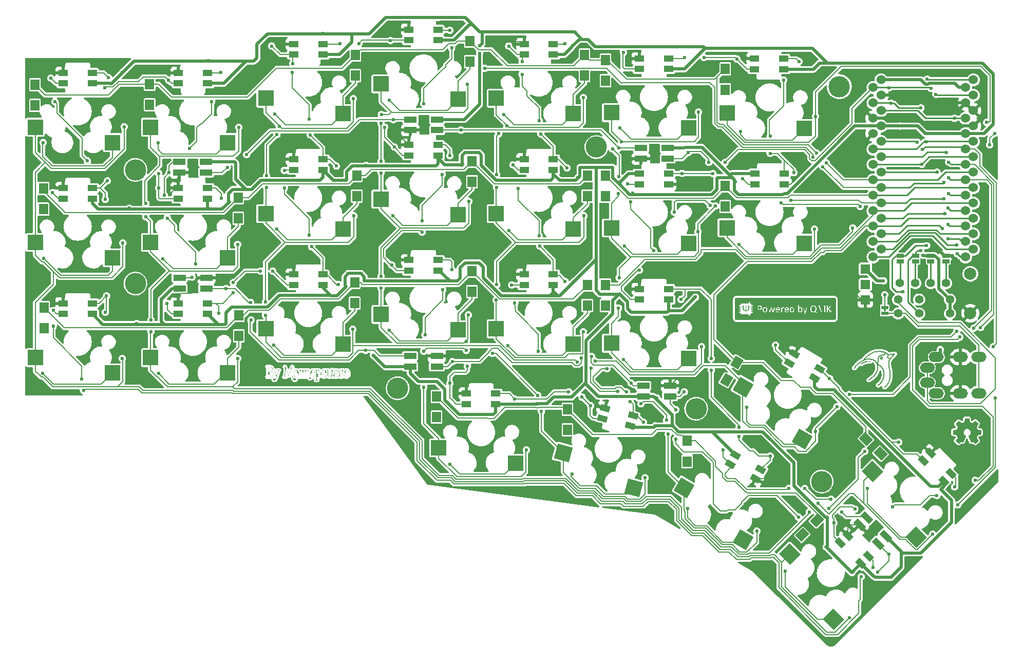
<source format=gtl>
G04 #@! TF.GenerationSoftware,KiCad,Pcbnew,(6.0.9)*
G04 #@! TF.CreationDate,2022-12-04T20:33:53+01:00*
G04 #@! TF.ProjectId,corne-cherry,636f726e-652d-4636-9865-7272792e6b69,2.1*
G04 #@! TF.SameCoordinates,Original*
G04 #@! TF.FileFunction,Copper,L1,Top*
G04 #@! TF.FilePolarity,Positive*
%FSLAX46Y46*%
G04 Gerber Fmt 4.6, Leading zero omitted, Abs format (unit mm)*
G04 Created by KiCad (PCBNEW (6.0.9)) date 2022-12-04 20:33:53*
%MOMM*%
%LPD*%
G01*
G04 APERTURE LIST*
G04 Aperture macros list*
%AMRotRect*
0 Rectangle, with rotation*
0 The origin of the aperture is its center*
0 $1 length*
0 $2 width*
0 $3 Rotation angle, in degrees counterclockwise*
0 Add horizontal line*
21,1,$1,$2,0,0,$3*%
G04 Aperture macros list end*
G04 #@! TA.AperFunction,EtchedComponent*
%ADD10C,0.010000*%
G04 #@! TD*
G04 #@! TA.AperFunction,EtchedComponent*
%ADD11C,0.193145*%
G04 #@! TD*
G04 #@! TA.AperFunction,SMDPad,CuDef*
%ADD12R,1.500000X1.800000*%
G04 #@! TD*
G04 #@! TA.AperFunction,ComponentPad*
%ADD13R,1.000000X1.000000*%
G04 #@! TD*
G04 #@! TA.AperFunction,SMDPad,CuDef*
%ADD14R,1.600000X1.000000*%
G04 #@! TD*
G04 #@! TA.AperFunction,SMDPad,CuDef*
%ADD15RotRect,1.600000X1.000000X345.000000*%
G04 #@! TD*
G04 #@! TA.AperFunction,SMDPad,CuDef*
%ADD16RotRect,1.600000X1.000000X150.000000*%
G04 #@! TD*
G04 #@! TA.AperFunction,SMDPad,CuDef*
%ADD17R,2.550000X2.500000*%
G04 #@! TD*
G04 #@! TA.AperFunction,SMDPad,CuDef*
%ADD18RotRect,2.550000X2.500000X345.000000*%
G04 #@! TD*
G04 #@! TA.AperFunction,SMDPad,CuDef*
%ADD19R,1.143000X0.635000*%
G04 #@! TD*
G04 #@! TA.AperFunction,ComponentPad*
%ADD20C,1.524000*%
G04 #@! TD*
G04 #@! TA.AperFunction,WasherPad*
%ADD21C,3.500000*%
G04 #@! TD*
G04 #@! TA.AperFunction,SMDPad,CuDef*
%ADD22R,1.524000X1.524000*%
G04 #@! TD*
G04 #@! TA.AperFunction,SMDPad,CuDef*
%ADD23R,0.400000X0.400000*%
G04 #@! TD*
G04 #@! TA.AperFunction,SMDPad,CuDef*
%ADD24R,1.143000X0.600000*%
G04 #@! TD*
G04 #@! TA.AperFunction,ComponentPad*
%ADD25C,1.397000*%
G04 #@! TD*
G04 #@! TA.AperFunction,ComponentPad*
%ADD26O,2.500000X1.700000*%
G04 #@! TD*
G04 #@! TA.AperFunction,ComponentPad*
%ADD27C,2.000000*%
G04 #@! TD*
G04 #@! TA.AperFunction,SMDPad,CuDef*
%ADD28R,2.000000X1.000000*%
G04 #@! TD*
G04 #@! TA.AperFunction,SMDPad,CuDef*
%ADD29RotRect,2.550000X2.500000X330.000000*%
G04 #@! TD*
G04 #@! TA.AperFunction,ComponentPad*
%ADD30RotRect,1.000000X1.000000X45.000000*%
G04 #@! TD*
G04 #@! TA.AperFunction,SMDPad,CuDef*
%ADD31RotRect,1.800000X1.500000X225.000000*%
G04 #@! TD*
G04 #@! TA.AperFunction,SMDPad,CuDef*
%ADD32RotRect,1.600000X1.000000X315.000000*%
G04 #@! TD*
G04 #@! TA.AperFunction,SMDPad,CuDef*
%ADD33RotRect,2.550000X2.500000X315.000000*%
G04 #@! TD*
G04 #@! TA.AperFunction,ComponentPad*
%ADD34RotRect,1.000000X1.000000X60.000000*%
G04 #@! TD*
G04 #@! TA.AperFunction,SMDPad,CuDef*
%ADD35RotRect,1.800000X1.500000X240.000000*%
G04 #@! TD*
G04 #@! TA.AperFunction,SMDPad,CuDef*
%ADD36RotRect,1.800000X1.500000X315.000000*%
G04 #@! TD*
G04 #@! TA.AperFunction,ComponentPad*
%ADD37RotRect,1.000000X1.000000X135.000000*%
G04 #@! TD*
G04 #@! TA.AperFunction,SMDPad,CuDef*
%ADD38RotRect,1.600000X1.000000X330.000000*%
G04 #@! TD*
G04 #@! TA.AperFunction,SMDPad,CuDef*
%ADD39RotRect,2.000000X1.000000X315.000000*%
G04 #@! TD*
G04 #@! TA.AperFunction,ViaPad*
%ADD40C,0.600000*%
G04 #@! TD*
G04 #@! TA.AperFunction,Conductor*
%ADD41C,0.200000*%
G04 #@! TD*
G04 #@! TA.AperFunction,Conductor*
%ADD42C,0.250000*%
G04 #@! TD*
G04 #@! TA.AperFunction,Conductor*
%ADD43C,0.500000*%
G04 #@! TD*
G04 APERTURE END LIST*
G36*
X216704390Y-127718328D02*
G01*
X216782934Y-127718758D01*
X216839778Y-127719922D01*
X216878585Y-127722187D01*
X216903018Y-127725920D01*
X216916742Y-127731486D01*
X216923420Y-127739253D01*
X216926716Y-127749585D01*
X216927036Y-127750923D01*
X216932042Y-127775059D01*
X216941309Y-127822681D01*
X216953872Y-127888721D01*
X216968767Y-127968108D01*
X216985031Y-128055776D01*
X216985599Y-128058855D01*
X217001890Y-128144769D01*
X217017132Y-128220676D01*
X217030341Y-128282025D01*
X217040534Y-128324262D01*
X217046728Y-128342835D01*
X217047023Y-128343164D01*
X217065268Y-128352233D01*
X217102885Y-128367347D01*
X217151751Y-128385242D01*
X217152023Y-128385338D01*
X217213573Y-128408473D01*
X217286137Y-128437945D01*
X217354537Y-128467577D01*
X217357774Y-128469042D01*
X217469182Y-128519606D01*
X217715879Y-128351140D01*
X217791557Y-128299783D01*
X217860111Y-128253869D01*
X217917568Y-128216010D01*
X217959956Y-128188817D01*
X217983305Y-128174901D01*
X217985522Y-128173869D01*
X218002490Y-128178464D01*
X218034181Y-128200635D01*
X218081832Y-128241427D01*
X218146678Y-128301885D01*
X218212877Y-128366207D01*
X218276694Y-128429592D01*
X218333809Y-128487431D01*
X218380785Y-128536155D01*
X218414183Y-128572190D01*
X218430565Y-128591964D01*
X218431174Y-128592982D01*
X218432985Y-128606552D01*
X218426163Y-128628713D01*
X218409020Y-128662458D01*
X218379873Y-128710780D01*
X218337035Y-128776672D01*
X218279928Y-128861497D01*
X218229246Y-128936157D01*
X218183941Y-129003120D01*
X218146630Y-129058496D01*
X218119932Y-129098400D01*
X218106465Y-129118942D01*
X218105617Y-129120336D01*
X218107261Y-129140018D01*
X218119725Y-129178273D01*
X218140528Y-129227869D01*
X218147942Y-129243708D01*
X218180294Y-129314270D01*
X218214808Y-129394333D01*
X218242845Y-129463609D01*
X218263048Y-129515025D01*
X218279095Y-129554099D01*
X218288368Y-129574521D01*
X218289521Y-129576094D01*
X218306576Y-129578701D01*
X218346778Y-129585843D01*
X218404782Y-129596503D01*
X218475243Y-129609665D01*
X218552815Y-129624313D01*
X218632152Y-129639429D01*
X218707911Y-129653998D01*
X218774744Y-129667002D01*
X218827308Y-129677425D01*
X218860256Y-129684250D01*
X218868337Y-129686179D01*
X218876685Y-129690942D01*
X218882986Y-129701698D01*
X218887525Y-129722078D01*
X218890584Y-129755714D01*
X218892447Y-129806235D01*
X218893398Y-129877272D01*
X218893720Y-129972456D01*
X218893737Y-130011472D01*
X218893737Y-130328779D01*
X218817537Y-130343819D01*
X218775143Y-130351975D01*
X218711880Y-130363879D01*
X218635442Y-130378096D01*
X218553523Y-130393190D01*
X218530880Y-130397335D01*
X218455286Y-130412033D01*
X218389433Y-130426485D01*
X218338846Y-130439355D01*
X218309054Y-130449302D01*
X218304092Y-130452267D01*
X218291906Y-130473263D01*
X218274433Y-130513947D01*
X218255057Y-130566302D01*
X218251214Y-130577580D01*
X218225819Y-130647503D01*
X218194297Y-130726398D01*
X218163449Y-130797246D01*
X218163297Y-130797575D01*
X218111927Y-130908713D01*
X218280879Y-131157233D01*
X218449832Y-131405752D01*
X218232909Y-131623038D01*
X218167299Y-131687706D01*
X218107459Y-131744713D01*
X218056747Y-131791013D01*
X218018526Y-131823564D01*
X217996155Y-131839323D01*
X217992946Y-131840323D01*
X217974106Y-131832449D01*
X217935660Y-131810558D01*
X217881810Y-131777247D01*
X217816756Y-131735111D01*
X217746420Y-131687923D01*
X217675035Y-131639790D01*
X217611388Y-131597908D01*
X217559521Y-131564851D01*
X217523475Y-131543198D01*
X217507347Y-131535523D01*
X217487669Y-131542017D01*
X217450355Y-131559130D01*
X217403101Y-131583306D01*
X217398092Y-131585993D01*
X217334457Y-131617907D01*
X217290821Y-131633559D01*
X217263682Y-131633725D01*
X217249537Y-131619184D01*
X217249455Y-131618980D01*
X217242385Y-131601759D01*
X217225522Y-131560879D01*
X217200175Y-131499505D01*
X217167651Y-131420799D01*
X217129258Y-131327927D01*
X217086302Y-131224052D01*
X217044702Y-131123482D01*
X216998984Y-131012496D01*
X216957006Y-130909683D01*
X216920028Y-130818195D01*
X216889307Y-130741181D01*
X216866102Y-130681795D01*
X216851670Y-130643189D01*
X216847223Y-130628780D01*
X216858376Y-130612252D01*
X216887549Y-130585910D01*
X216926451Y-130556867D01*
X217037237Y-130465019D01*
X217123831Y-130359739D01*
X217185196Y-130243246D01*
X217220295Y-130117756D01*
X217228088Y-129985487D01*
X217222423Y-129924437D01*
X217191558Y-129797775D01*
X217138400Y-129685921D01*
X217066247Y-129589981D01*
X216978397Y-129511056D01*
X216878145Y-129450250D01*
X216768790Y-129408667D01*
X216653627Y-129387408D01*
X216535955Y-129387579D01*
X216419070Y-129410281D01*
X216306269Y-129456618D01*
X216200849Y-129527693D01*
X216156848Y-129567891D01*
X216072459Y-129671109D01*
X216013702Y-129783905D01*
X215980184Y-129902990D01*
X215971515Y-130025075D01*
X215987303Y-130146873D01*
X216027158Y-130265096D01*
X216090687Y-130376455D01*
X216177501Y-130477664D01*
X216274509Y-130556867D01*
X216314917Y-130587142D01*
X216343462Y-130613199D01*
X216353737Y-130628805D01*
X216348357Y-130645823D01*
X216333055Y-130686480D01*
X216309092Y-130747622D01*
X216277724Y-130826099D01*
X216240212Y-130918760D01*
X216197813Y-131022452D01*
X216156143Y-131123506D01*
X216110170Y-131234587D01*
X216067587Y-131337521D01*
X216029701Y-131429145D01*
X215997820Y-131506296D01*
X215973251Y-131565811D01*
X215957300Y-131604524D01*
X215951390Y-131618980D01*
X215937428Y-131633665D01*
X215910420Y-131633622D01*
X215866893Y-131618079D01*
X215803370Y-131586264D01*
X215802868Y-131585993D01*
X215755040Y-131561303D01*
X215716377Y-131543318D01*
X215694575Y-131535594D01*
X215693613Y-131535523D01*
X215677201Y-131543358D01*
X215640967Y-131565145D01*
X215588954Y-131598308D01*
X215525205Y-131640271D01*
X215454540Y-131687923D01*
X215382596Y-131736171D01*
X215317754Y-131778131D01*
X215264215Y-131811207D01*
X215226177Y-131832801D01*
X215208013Y-131840323D01*
X215191288Y-131830437D01*
X215157660Y-131802806D01*
X215110490Y-131760475D01*
X215053138Y-131706485D01*
X214988964Y-131643879D01*
X214967977Y-131622963D01*
X214750979Y-131405603D01*
X214916148Y-131163200D01*
X214966344Y-131088761D01*
X215010399Y-131021952D01*
X215045842Y-130966645D01*
X215070199Y-130926709D01*
X215081002Y-130906016D01*
X215081318Y-130904543D01*
X215075623Y-130885038D01*
X215060306Y-130845802D01*
X215038017Y-130793410D01*
X215022373Y-130758335D01*
X214993121Y-130691181D01*
X214965574Y-130623338D01*
X214944217Y-130566014D01*
X214938415Y-130548552D01*
X214921932Y-130501918D01*
X214905820Y-130465885D01*
X214896970Y-130452267D01*
X214877440Y-130443932D01*
X214834814Y-130432117D01*
X214774625Y-130418161D01*
X214702402Y-130403402D01*
X214670080Y-130397335D01*
X214588002Y-130382253D01*
X214509275Y-130367649D01*
X214441589Y-130354960D01*
X214392640Y-130345622D01*
X214383423Y-130343819D01*
X214307223Y-130328779D01*
X214307223Y-130011472D01*
X214307394Y-129907134D01*
X214308096Y-129828193D01*
X214309614Y-129771018D01*
X214312229Y-129731979D01*
X214316226Y-129707445D01*
X214321889Y-129693785D01*
X214329500Y-129687369D01*
X214332623Y-129686179D01*
X214351458Y-129681960D01*
X214393068Y-129673542D01*
X214452110Y-129661941D01*
X214523237Y-129648175D01*
X214601105Y-129633260D01*
X214680367Y-129618212D01*
X214755678Y-129604049D01*
X214821693Y-129591786D01*
X214873067Y-129582441D01*
X214904455Y-129577030D01*
X214911439Y-129576094D01*
X214917765Y-129563576D01*
X214931770Y-129530226D01*
X214950835Y-129482357D01*
X214958114Y-129463609D01*
X214987476Y-129391175D01*
X215022051Y-129311150D01*
X215053017Y-129243708D01*
X215075803Y-129192139D01*
X215090962Y-129149765D01*
X215096022Y-129123814D01*
X215095216Y-129120336D01*
X215084521Y-129103916D01*
X215060100Y-129067397D01*
X215024575Y-129014667D01*
X214980567Y-128949615D01*
X214930697Y-128876131D01*
X214920836Y-128861625D01*
X214862972Y-128775684D01*
X214820436Y-128710241D01*
X214791534Y-128662284D01*
X214774570Y-128628800D01*
X214767847Y-128606775D01*
X214769670Y-128593197D01*
X214769716Y-128593111D01*
X214784066Y-128575277D01*
X214815803Y-128540797D01*
X214861490Y-128493248D01*
X214917684Y-128436202D01*
X214980948Y-128373235D01*
X214988082Y-128366207D01*
X215067810Y-128289000D01*
X215129337Y-128232310D01*
X215173901Y-128195090D01*
X215202737Y-128176295D01*
X215215438Y-128173869D01*
X215233974Y-128184451D01*
X215272441Y-128208896D01*
X215326866Y-128244592D01*
X215393278Y-128288927D01*
X215467705Y-128339291D01*
X215485081Y-128351140D01*
X215731777Y-128519606D01*
X215843186Y-128469042D01*
X215910937Y-128439575D01*
X215983663Y-128409939D01*
X216046183Y-128386310D01*
X216048937Y-128385338D01*
X216097840Y-128367437D01*
X216135537Y-128352300D01*
X216153905Y-128343190D01*
X216153936Y-128343164D01*
X216159765Y-128326697D01*
X216169672Y-128286199D01*
X216182675Y-128226222D01*
X216197789Y-128151320D01*
X216214032Y-128066044D01*
X216215361Y-128058855D01*
X216231655Y-127970994D01*
X216246613Y-127891240D01*
X216259271Y-127824661D01*
X216268666Y-127776327D01*
X216273834Y-127751305D01*
X216273924Y-127750923D01*
X216277069Y-127740279D01*
X216283184Y-127732242D01*
X216295933Y-127726447D01*
X216318980Y-127722527D01*
X216355989Y-127720115D01*
X216410624Y-127718845D01*
X216486547Y-127718351D01*
X216587424Y-127718266D01*
X216600480Y-127718266D01*
X216704390Y-127718328D01*
G37*
D10*
X216704390Y-127718328D02*
X216782934Y-127718758D01*
X216839778Y-127719922D01*
X216878585Y-127722187D01*
X216903018Y-127725920D01*
X216916742Y-127731486D01*
X216923420Y-127739253D01*
X216926716Y-127749585D01*
X216927036Y-127750923D01*
X216932042Y-127775059D01*
X216941309Y-127822681D01*
X216953872Y-127888721D01*
X216968767Y-127968108D01*
X216985031Y-128055776D01*
X216985599Y-128058855D01*
X217001890Y-128144769D01*
X217017132Y-128220676D01*
X217030341Y-128282025D01*
X217040534Y-128324262D01*
X217046728Y-128342835D01*
X217047023Y-128343164D01*
X217065268Y-128352233D01*
X217102885Y-128367347D01*
X217151751Y-128385242D01*
X217152023Y-128385338D01*
X217213573Y-128408473D01*
X217286137Y-128437945D01*
X217354537Y-128467577D01*
X217357774Y-128469042D01*
X217469182Y-128519606D01*
X217715879Y-128351140D01*
X217791557Y-128299783D01*
X217860111Y-128253869D01*
X217917568Y-128216010D01*
X217959956Y-128188817D01*
X217983305Y-128174901D01*
X217985522Y-128173869D01*
X218002490Y-128178464D01*
X218034181Y-128200635D01*
X218081832Y-128241427D01*
X218146678Y-128301885D01*
X218212877Y-128366207D01*
X218276694Y-128429592D01*
X218333809Y-128487431D01*
X218380785Y-128536155D01*
X218414183Y-128572190D01*
X218430565Y-128591964D01*
X218431174Y-128592982D01*
X218432985Y-128606552D01*
X218426163Y-128628713D01*
X218409020Y-128662458D01*
X218379873Y-128710780D01*
X218337035Y-128776672D01*
X218279928Y-128861497D01*
X218229246Y-128936157D01*
X218183941Y-129003120D01*
X218146630Y-129058496D01*
X218119932Y-129098400D01*
X218106465Y-129118942D01*
X218105617Y-129120336D01*
X218107261Y-129140018D01*
X218119725Y-129178273D01*
X218140528Y-129227869D01*
X218147942Y-129243708D01*
X218180294Y-129314270D01*
X218214808Y-129394333D01*
X218242845Y-129463609D01*
X218263048Y-129515025D01*
X218279095Y-129554099D01*
X218288368Y-129574521D01*
X218289521Y-129576094D01*
X218306576Y-129578701D01*
X218346778Y-129585843D01*
X218404782Y-129596503D01*
X218475243Y-129609665D01*
X218552815Y-129624313D01*
X218632152Y-129639429D01*
X218707911Y-129653998D01*
X218774744Y-129667002D01*
X218827308Y-129677425D01*
X218860256Y-129684250D01*
X218868337Y-129686179D01*
X218876685Y-129690942D01*
X218882986Y-129701698D01*
X218887525Y-129722078D01*
X218890584Y-129755714D01*
X218892447Y-129806235D01*
X218893398Y-129877272D01*
X218893720Y-129972456D01*
X218893737Y-130011472D01*
X218893737Y-130328779D01*
X218817537Y-130343819D01*
X218775143Y-130351975D01*
X218711880Y-130363879D01*
X218635442Y-130378096D01*
X218553523Y-130393190D01*
X218530880Y-130397335D01*
X218455286Y-130412033D01*
X218389433Y-130426485D01*
X218338846Y-130439355D01*
X218309054Y-130449302D01*
X218304092Y-130452267D01*
X218291906Y-130473263D01*
X218274433Y-130513947D01*
X218255057Y-130566302D01*
X218251214Y-130577580D01*
X218225819Y-130647503D01*
X218194297Y-130726398D01*
X218163449Y-130797246D01*
X218163297Y-130797575D01*
X218111927Y-130908713D01*
X218280879Y-131157233D01*
X218449832Y-131405752D01*
X218232909Y-131623038D01*
X218167299Y-131687706D01*
X218107459Y-131744713D01*
X218056747Y-131791013D01*
X218018526Y-131823564D01*
X217996155Y-131839323D01*
X217992946Y-131840323D01*
X217974106Y-131832449D01*
X217935660Y-131810558D01*
X217881810Y-131777247D01*
X217816756Y-131735111D01*
X217746420Y-131687923D01*
X217675035Y-131639790D01*
X217611388Y-131597908D01*
X217559521Y-131564851D01*
X217523475Y-131543198D01*
X217507347Y-131535523D01*
X217487669Y-131542017D01*
X217450355Y-131559130D01*
X217403101Y-131583306D01*
X217398092Y-131585993D01*
X217334457Y-131617907D01*
X217290821Y-131633559D01*
X217263682Y-131633725D01*
X217249537Y-131619184D01*
X217249455Y-131618980D01*
X217242385Y-131601759D01*
X217225522Y-131560879D01*
X217200175Y-131499505D01*
X217167651Y-131420799D01*
X217129258Y-131327927D01*
X217086302Y-131224052D01*
X217044702Y-131123482D01*
X216998984Y-131012496D01*
X216957006Y-130909683D01*
X216920028Y-130818195D01*
X216889307Y-130741181D01*
X216866102Y-130681795D01*
X216851670Y-130643189D01*
X216847223Y-130628780D01*
X216858376Y-130612252D01*
X216887549Y-130585910D01*
X216926451Y-130556867D01*
X217037237Y-130465019D01*
X217123831Y-130359739D01*
X217185196Y-130243246D01*
X217220295Y-130117756D01*
X217228088Y-129985487D01*
X217222423Y-129924437D01*
X217191558Y-129797775D01*
X217138400Y-129685921D01*
X217066247Y-129589981D01*
X216978397Y-129511056D01*
X216878145Y-129450250D01*
X216768790Y-129408667D01*
X216653627Y-129387408D01*
X216535955Y-129387579D01*
X216419070Y-129410281D01*
X216306269Y-129456618D01*
X216200849Y-129527693D01*
X216156848Y-129567891D01*
X216072459Y-129671109D01*
X216013702Y-129783905D01*
X215980184Y-129902990D01*
X215971515Y-130025075D01*
X215987303Y-130146873D01*
X216027158Y-130265096D01*
X216090687Y-130376455D01*
X216177501Y-130477664D01*
X216274509Y-130556867D01*
X216314917Y-130587142D01*
X216343462Y-130613199D01*
X216353737Y-130628805D01*
X216348357Y-130645823D01*
X216333055Y-130686480D01*
X216309092Y-130747622D01*
X216277724Y-130826099D01*
X216240212Y-130918760D01*
X216197813Y-131022452D01*
X216156143Y-131123506D01*
X216110170Y-131234587D01*
X216067587Y-131337521D01*
X216029701Y-131429145D01*
X215997820Y-131506296D01*
X215973251Y-131565811D01*
X215957300Y-131604524D01*
X215951390Y-131618980D01*
X215937428Y-131633665D01*
X215910420Y-131633622D01*
X215866893Y-131618079D01*
X215803370Y-131586264D01*
X215802868Y-131585993D01*
X215755040Y-131561303D01*
X215716377Y-131543318D01*
X215694575Y-131535594D01*
X215693613Y-131535523D01*
X215677201Y-131543358D01*
X215640967Y-131565145D01*
X215588954Y-131598308D01*
X215525205Y-131640271D01*
X215454540Y-131687923D01*
X215382596Y-131736171D01*
X215317754Y-131778131D01*
X215264215Y-131811207D01*
X215226177Y-131832801D01*
X215208013Y-131840323D01*
X215191288Y-131830437D01*
X215157660Y-131802806D01*
X215110490Y-131760475D01*
X215053138Y-131706485D01*
X214988964Y-131643879D01*
X214967977Y-131622963D01*
X214750979Y-131405603D01*
X214916148Y-131163200D01*
X214966344Y-131088761D01*
X215010399Y-131021952D01*
X215045842Y-130966645D01*
X215070199Y-130926709D01*
X215081002Y-130906016D01*
X215081318Y-130904543D01*
X215075623Y-130885038D01*
X215060306Y-130845802D01*
X215038017Y-130793410D01*
X215022373Y-130758335D01*
X214993121Y-130691181D01*
X214965574Y-130623338D01*
X214944217Y-130566014D01*
X214938415Y-130548552D01*
X214921932Y-130501918D01*
X214905820Y-130465885D01*
X214896970Y-130452267D01*
X214877440Y-130443932D01*
X214834814Y-130432117D01*
X214774625Y-130418161D01*
X214702402Y-130403402D01*
X214670080Y-130397335D01*
X214588002Y-130382253D01*
X214509275Y-130367649D01*
X214441589Y-130354960D01*
X214392640Y-130345622D01*
X214383423Y-130343819D01*
X214307223Y-130328779D01*
X214307223Y-130011472D01*
X214307394Y-129907134D01*
X214308096Y-129828193D01*
X214309614Y-129771018D01*
X214312229Y-129731979D01*
X214316226Y-129707445D01*
X214321889Y-129693785D01*
X214329500Y-129687369D01*
X214332623Y-129686179D01*
X214351458Y-129681960D01*
X214393068Y-129673542D01*
X214452110Y-129661941D01*
X214523237Y-129648175D01*
X214601105Y-129633260D01*
X214680367Y-129618212D01*
X214755678Y-129604049D01*
X214821693Y-129591786D01*
X214873067Y-129582441D01*
X214904455Y-129577030D01*
X214911439Y-129576094D01*
X214917765Y-129563576D01*
X214931770Y-129530226D01*
X214950835Y-129482357D01*
X214958114Y-129463609D01*
X214987476Y-129391175D01*
X215022051Y-129311150D01*
X215053017Y-129243708D01*
X215075803Y-129192139D01*
X215090962Y-129149765D01*
X215096022Y-129123814D01*
X215095216Y-129120336D01*
X215084521Y-129103916D01*
X215060100Y-129067397D01*
X215024575Y-129014667D01*
X214980567Y-128949615D01*
X214930697Y-128876131D01*
X214920836Y-128861625D01*
X214862972Y-128775684D01*
X214820436Y-128710241D01*
X214791534Y-128662284D01*
X214774570Y-128628800D01*
X214767847Y-128606775D01*
X214769670Y-128593197D01*
X214769716Y-128593111D01*
X214784066Y-128575277D01*
X214815803Y-128540797D01*
X214861490Y-128493248D01*
X214917684Y-128436202D01*
X214980948Y-128373235D01*
X214988082Y-128366207D01*
X215067810Y-128289000D01*
X215129337Y-128232310D01*
X215173901Y-128195090D01*
X215202737Y-128176295D01*
X215215438Y-128173869D01*
X215233974Y-128184451D01*
X215272441Y-128208896D01*
X215326866Y-128244592D01*
X215393278Y-128288927D01*
X215467705Y-128339291D01*
X215485081Y-128351140D01*
X215731777Y-128519606D01*
X215843186Y-128469042D01*
X215910937Y-128439575D01*
X215983663Y-128409939D01*
X216046183Y-128386310D01*
X216048937Y-128385338D01*
X216097840Y-128367437D01*
X216135537Y-128352300D01*
X216153905Y-128343190D01*
X216153936Y-128343164D01*
X216159765Y-128326697D01*
X216169672Y-128286199D01*
X216182675Y-128226222D01*
X216197789Y-128151320D01*
X216214032Y-128066044D01*
X216215361Y-128058855D01*
X216231655Y-127970994D01*
X216246613Y-127891240D01*
X216259271Y-127824661D01*
X216268666Y-127776327D01*
X216273834Y-127751305D01*
X216273924Y-127750923D01*
X216277069Y-127740279D01*
X216283184Y-127732242D01*
X216295933Y-127726447D01*
X216318980Y-127722527D01*
X216355989Y-127720115D01*
X216410624Y-127718845D01*
X216486547Y-127718351D01*
X216587424Y-127718266D01*
X216600480Y-127718266D01*
X216704390Y-127718328D01*
G36*
X110636037Y-119736181D02*
G01*
X110653465Y-119737245D01*
X110670491Y-119739003D01*
X110687105Y-119741446D01*
X110703295Y-119744561D01*
X110719050Y-119748338D01*
X110734359Y-119752765D01*
X110749209Y-119757830D01*
X110763590Y-119763523D01*
X110777491Y-119769832D01*
X110790899Y-119776746D01*
X110803804Y-119784254D01*
X110816193Y-119792344D01*
X110828057Y-119801005D01*
X110839383Y-119810226D01*
X110850160Y-119819995D01*
X110860376Y-119830301D01*
X110870021Y-119841133D01*
X110879083Y-119852480D01*
X110887549Y-119864331D01*
X110895410Y-119876673D01*
X110902654Y-119889496D01*
X110909269Y-119902788D01*
X110915243Y-119916539D01*
X110920567Y-119930736D01*
X110925227Y-119945369D01*
X110929213Y-119960427D01*
X110932513Y-119975897D01*
X110935116Y-119991769D01*
X110937011Y-120008031D01*
X110938186Y-120024673D01*
X110938630Y-120041683D01*
X110938499Y-120052750D01*
X110938108Y-120063573D01*
X110937462Y-120074144D01*
X110936565Y-120084458D01*
X110935419Y-120094506D01*
X110934031Y-120104282D01*
X110932403Y-120113778D01*
X110930540Y-120122988D01*
X110928445Y-120131905D01*
X110926123Y-120140521D01*
X110923577Y-120148830D01*
X110920813Y-120156824D01*
X110917832Y-120164497D01*
X110914641Y-120171842D01*
X110911243Y-120178850D01*
X110907641Y-120185517D01*
X110903840Y-120191833D01*
X110899843Y-120197793D01*
X110895656Y-120203390D01*
X110891282Y-120208615D01*
X110886724Y-120213464D01*
X110881987Y-120217927D01*
X110877075Y-120221998D01*
X110871992Y-120225671D01*
X110866742Y-120228938D01*
X110861329Y-120231793D01*
X110855757Y-120234227D01*
X110850030Y-120236234D01*
X110844152Y-120237808D01*
X110838127Y-120238941D01*
X110831960Y-120239626D01*
X110825653Y-120239855D01*
X110820524Y-120239704D01*
X110815509Y-120239254D01*
X110810610Y-120238511D01*
X110805831Y-120237478D01*
X110801176Y-120236161D01*
X110796646Y-120234566D01*
X110792246Y-120232696D01*
X110787979Y-120230558D01*
X110783848Y-120228156D01*
X110779856Y-120225494D01*
X110776006Y-120222579D01*
X110772303Y-120219415D01*
X110768748Y-120216007D01*
X110765346Y-120212360D01*
X110762099Y-120208478D01*
X110759011Y-120204368D01*
X110756085Y-120200034D01*
X110753324Y-120195481D01*
X110748312Y-120185737D01*
X110743999Y-120175178D01*
X110740412Y-120163841D01*
X110737577Y-120151769D01*
X110735520Y-120139000D01*
X110734266Y-120125575D01*
X110733843Y-120111533D01*
X110733982Y-120105882D01*
X110734387Y-120100337D01*
X110735040Y-120094886D01*
X110735923Y-120089520D01*
X110738311Y-120079011D01*
X110741408Y-120068736D01*
X110745073Y-120058622D01*
X110749163Y-120048597D01*
X110758052Y-120028520D01*
X110766941Y-120007921D01*
X110771031Y-119997245D01*
X110774695Y-119986219D01*
X110777793Y-119974772D01*
X110780180Y-119962830D01*
X110781064Y-119956651D01*
X110781717Y-119950321D01*
X110782122Y-119943831D01*
X110782261Y-119937172D01*
X110782001Y-119927254D01*
X110781372Y-119917548D01*
X110780381Y-119908060D01*
X110779032Y-119898797D01*
X110777332Y-119889766D01*
X110775285Y-119880973D01*
X110772897Y-119872426D01*
X110770173Y-119864131D01*
X110767119Y-119856094D01*
X110763741Y-119848324D01*
X110760043Y-119840825D01*
X110756031Y-119833606D01*
X110751710Y-119826673D01*
X110747086Y-119820033D01*
X110742165Y-119813693D01*
X110736952Y-119807659D01*
X110731451Y-119801938D01*
X110725670Y-119796537D01*
X110719612Y-119791462D01*
X110713284Y-119786721D01*
X110706691Y-119782321D01*
X110699838Y-119778267D01*
X110692731Y-119774568D01*
X110685375Y-119771229D01*
X110677775Y-119768257D01*
X110669938Y-119765660D01*
X110661868Y-119763444D01*
X110653571Y-119761615D01*
X110645052Y-119760181D01*
X110636317Y-119759148D01*
X110627371Y-119758524D01*
X110618220Y-119758314D01*
X110596810Y-119759008D01*
X110575801Y-119761072D01*
X110555211Y-119764478D01*
X110535059Y-119769201D01*
X110515363Y-119775213D01*
X110496141Y-119782487D01*
X110477412Y-119790996D01*
X110459193Y-119800713D01*
X110441503Y-119811612D01*
X110424361Y-119823665D01*
X110407785Y-119836846D01*
X110391792Y-119851127D01*
X110376401Y-119866481D01*
X110361631Y-119882883D01*
X110334024Y-119918717D01*
X110309118Y-119958416D01*
X110287059Y-120001761D01*
X110267993Y-120048540D01*
X110252065Y-120098535D01*
X110239423Y-120151531D01*
X110230212Y-120207314D01*
X110224578Y-120265667D01*
X110222668Y-120326374D01*
X110223150Y-120357010D01*
X110224587Y-120387085D01*
X110226958Y-120416573D01*
X110230244Y-120445446D01*
X110234428Y-120473678D01*
X110239491Y-120501241D01*
X110245413Y-120528109D01*
X110252177Y-120554255D01*
X110259763Y-120579651D01*
X110268153Y-120604270D01*
X110277327Y-120628086D01*
X110287268Y-120651071D01*
X110297957Y-120673198D01*
X110309375Y-120694440D01*
X110321502Y-120714771D01*
X110334322Y-120734163D01*
X110347814Y-120752589D01*
X110361960Y-120770023D01*
X110376742Y-120786436D01*
X110392141Y-120801803D01*
X110408137Y-120816095D01*
X110424713Y-120829286D01*
X110441849Y-120841350D01*
X110459528Y-120852258D01*
X110477729Y-120861985D01*
X110496435Y-120870502D01*
X110515627Y-120877783D01*
X110535287Y-120883801D01*
X110555394Y-120888528D01*
X110575931Y-120891938D01*
X110596880Y-120894004D01*
X110618220Y-120894699D01*
X110639537Y-120894004D01*
X110660462Y-120891938D01*
X110680978Y-120888528D01*
X110701066Y-120883801D01*
X110720707Y-120877783D01*
X110739882Y-120870502D01*
X110758572Y-120861985D01*
X110776759Y-120852258D01*
X110794424Y-120841350D01*
X110811548Y-120829287D01*
X110828113Y-120816095D01*
X110844099Y-120801803D01*
X110859488Y-120786436D01*
X110874261Y-120770023D01*
X110901886Y-120734163D01*
X110926822Y-120694441D01*
X110948920Y-120651071D01*
X110968030Y-120604270D01*
X110984002Y-120554255D01*
X110996685Y-120501241D01*
X111005931Y-120445446D01*
X111011588Y-120387085D01*
X111013507Y-120326374D01*
X111013300Y-120306241D01*
X111012682Y-120286328D01*
X111011656Y-120266645D01*
X111010229Y-120247202D01*
X111008402Y-120228008D01*
X111006182Y-120209074D01*
X111003572Y-120190409D01*
X111000576Y-120172023D01*
X110997199Y-120153925D01*
X110993444Y-120136125D01*
X110989317Y-120118633D01*
X110984821Y-120101458D01*
X110979961Y-120084610D01*
X110974740Y-120068099D01*
X110969164Y-120051935D01*
X110963237Y-120036126D01*
X110962443Y-119979770D01*
X110970841Y-119997987D01*
X110978765Y-120016715D01*
X110986205Y-120035941D01*
X110993152Y-120055656D01*
X110999596Y-120075848D01*
X111005529Y-120096507D01*
X111010941Y-120117622D01*
X111015823Y-120139182D01*
X111020165Y-120161175D01*
X111023959Y-120183592D01*
X111027194Y-120206422D01*
X111029862Y-120229653D01*
X111031954Y-120253274D01*
X111033459Y-120277275D01*
X111034369Y-120301646D01*
X111034675Y-120326374D01*
X111034165Y-120358168D01*
X111032649Y-120389384D01*
X111030146Y-120419994D01*
X111026677Y-120449971D01*
X111022262Y-120479286D01*
X111016920Y-120507910D01*
X111010671Y-120535816D01*
X111003536Y-120562974D01*
X110995535Y-120589356D01*
X110986686Y-120614935D01*
X110977011Y-120639682D01*
X110966530Y-120663568D01*
X110955261Y-120686565D01*
X110943226Y-120708645D01*
X110930444Y-120729779D01*
X110916935Y-120749939D01*
X110902719Y-120769097D01*
X110887816Y-120787225D01*
X110872246Y-120804293D01*
X110856029Y-120820274D01*
X110839185Y-120835140D01*
X110821734Y-120848862D01*
X110803695Y-120861411D01*
X110785090Y-120872760D01*
X110765937Y-120882879D01*
X110746256Y-120891742D01*
X110726069Y-120899318D01*
X110705394Y-120905581D01*
X110684252Y-120910501D01*
X110662662Y-120914051D01*
X110640645Y-120916201D01*
X110618220Y-120916924D01*
X110595771Y-120916201D01*
X110573731Y-120914051D01*
X110552121Y-120910501D01*
X110530959Y-120905581D01*
X110510265Y-120899318D01*
X110490061Y-120891742D01*
X110470365Y-120882879D01*
X110451197Y-120872760D01*
X110432578Y-120861411D01*
X110414528Y-120848862D01*
X110397065Y-120835140D01*
X110380211Y-120820274D01*
X110363985Y-120804293D01*
X110348406Y-120787225D01*
X110319273Y-120749939D01*
X110292971Y-120708645D01*
X110269659Y-120663568D01*
X110249497Y-120614935D01*
X110232643Y-120562974D01*
X110219257Y-120507910D01*
X110209499Y-120449971D01*
X110203527Y-120389384D01*
X110201501Y-120326374D01*
X110202008Y-120294581D01*
X110203518Y-120263365D01*
X110206011Y-120232754D01*
X110209466Y-120202777D01*
X110213866Y-120173462D01*
X110219189Y-120144838D01*
X110225418Y-120116933D01*
X110232531Y-120089775D01*
X110240511Y-120063392D01*
X110249337Y-120037813D01*
X110258990Y-120013067D01*
X110269450Y-119989181D01*
X110280698Y-119966184D01*
X110292715Y-119944104D01*
X110305481Y-119922970D01*
X110318976Y-119902809D01*
X110333181Y-119883651D01*
X110348077Y-119865524D01*
X110363644Y-119848455D01*
X110379862Y-119832474D01*
X110396713Y-119817609D01*
X110414176Y-119803887D01*
X110432232Y-119791338D01*
X110450863Y-119779989D01*
X110470047Y-119769869D01*
X110489766Y-119761007D01*
X110510001Y-119753430D01*
X110530731Y-119747168D01*
X110551937Y-119742248D01*
X110573601Y-119738698D01*
X110595702Y-119736547D01*
X110618220Y-119735824D01*
X110636037Y-119736181D01*
G37*
G36*
X106036521Y-119736181D02*
G01*
X106053948Y-119737245D01*
X106070975Y-119739003D01*
X106087589Y-119741446D01*
X106103779Y-119744561D01*
X106119534Y-119748338D01*
X106134843Y-119752765D01*
X106149693Y-119757830D01*
X106164074Y-119763523D01*
X106177975Y-119769832D01*
X106191383Y-119776746D01*
X106204288Y-119784254D01*
X106216678Y-119792344D01*
X106228541Y-119801005D01*
X106239867Y-119810226D01*
X106250644Y-119819995D01*
X106260860Y-119830301D01*
X106270505Y-119841133D01*
X106279567Y-119852480D01*
X106288033Y-119864331D01*
X106295894Y-119876673D01*
X106303138Y-119889496D01*
X106309753Y-119902788D01*
X106315727Y-119916539D01*
X106321050Y-119930736D01*
X106325711Y-119945369D01*
X106329697Y-119960427D01*
X106332997Y-119975897D01*
X106335600Y-119991769D01*
X106337495Y-120008031D01*
X106338670Y-120024673D01*
X106339114Y-120041683D01*
X106338983Y-120052750D01*
X106338592Y-120063573D01*
X106337946Y-120074144D01*
X106337049Y-120084458D01*
X106335903Y-120094506D01*
X106334515Y-120104282D01*
X106332887Y-120113778D01*
X106331024Y-120122988D01*
X106328929Y-120131905D01*
X106326607Y-120140521D01*
X106324061Y-120148830D01*
X106321297Y-120156824D01*
X106318317Y-120164497D01*
X106315125Y-120171842D01*
X106311727Y-120178850D01*
X106308125Y-120185517D01*
X106304324Y-120191833D01*
X106300328Y-120197793D01*
X106296140Y-120203390D01*
X106291766Y-120208615D01*
X106287208Y-120213464D01*
X106282471Y-120217927D01*
X106277559Y-120221998D01*
X106272476Y-120225671D01*
X106267226Y-120228938D01*
X106261813Y-120231793D01*
X106256241Y-120234227D01*
X106250514Y-120236234D01*
X106244636Y-120237808D01*
X106238612Y-120238941D01*
X106232444Y-120239626D01*
X106226137Y-120239855D01*
X106221008Y-120239704D01*
X106215993Y-120239254D01*
X106211094Y-120238511D01*
X106206316Y-120237478D01*
X106201660Y-120236161D01*
X106197130Y-120234566D01*
X106192730Y-120232696D01*
X106188463Y-120230558D01*
X106184332Y-120228156D01*
X106180340Y-120225494D01*
X106176491Y-120222579D01*
X106172787Y-120219415D01*
X106169232Y-120216007D01*
X106165830Y-120212360D01*
X106162583Y-120208478D01*
X106159495Y-120204368D01*
X106156569Y-120200034D01*
X106153808Y-120195481D01*
X106148796Y-120185737D01*
X106144483Y-120175178D01*
X106140896Y-120163841D01*
X106138061Y-120151769D01*
X106136004Y-120139000D01*
X106134750Y-120125575D01*
X106134327Y-120111533D01*
X106134466Y-120105882D01*
X106134871Y-120100337D01*
X106135524Y-120094886D01*
X106136407Y-120089520D01*
X106138795Y-120079011D01*
X106141892Y-120068736D01*
X106145557Y-120058622D01*
X106149647Y-120048597D01*
X106158536Y-120028520D01*
X106167425Y-120007921D01*
X106171515Y-119997245D01*
X106175180Y-119986219D01*
X106178277Y-119974772D01*
X106180665Y-119962830D01*
X106181549Y-119956651D01*
X106182202Y-119950321D01*
X106182606Y-119943831D01*
X106182745Y-119937172D01*
X106182485Y-119927254D01*
X106181857Y-119917548D01*
X106180865Y-119908060D01*
X106179517Y-119898797D01*
X106177816Y-119889766D01*
X106175769Y-119880973D01*
X106173381Y-119872426D01*
X106170657Y-119864131D01*
X106167603Y-119856094D01*
X106164225Y-119848324D01*
X106160526Y-119840825D01*
X106156514Y-119833606D01*
X106152194Y-119826673D01*
X106147570Y-119820033D01*
X106142649Y-119813693D01*
X106137435Y-119807659D01*
X106131935Y-119801938D01*
X106126153Y-119796537D01*
X106120096Y-119791462D01*
X106113768Y-119786721D01*
X106107174Y-119782321D01*
X106100321Y-119778267D01*
X106093214Y-119774568D01*
X106085858Y-119771229D01*
X106078259Y-119768257D01*
X106070421Y-119765660D01*
X106062352Y-119763444D01*
X106054055Y-119761615D01*
X106045536Y-119760181D01*
X106036801Y-119759148D01*
X106027855Y-119758524D01*
X106018704Y-119758314D01*
X105997293Y-119759008D01*
X105976284Y-119761072D01*
X105955694Y-119764478D01*
X105935542Y-119769201D01*
X105915846Y-119775213D01*
X105896624Y-119782487D01*
X105877895Y-119790996D01*
X105859677Y-119800713D01*
X105841987Y-119811612D01*
X105824845Y-119823665D01*
X105808268Y-119836846D01*
X105792275Y-119851127D01*
X105776885Y-119866481D01*
X105762114Y-119882883D01*
X105734508Y-119918717D01*
X105709602Y-119958416D01*
X105687543Y-120001761D01*
X105668476Y-120048540D01*
X105652549Y-120098535D01*
X105639907Y-120151531D01*
X105630695Y-120207314D01*
X105625062Y-120265667D01*
X105623151Y-120326374D01*
X105623634Y-120357010D01*
X105625070Y-120387085D01*
X105627441Y-120416573D01*
X105630728Y-120445446D01*
X105634912Y-120473678D01*
X105639975Y-120501241D01*
X105645897Y-120528109D01*
X105652661Y-120554255D01*
X105660247Y-120579651D01*
X105668636Y-120604270D01*
X105677811Y-120628086D01*
X105687752Y-120651071D01*
X105698441Y-120673198D01*
X105709858Y-120694440D01*
X105721986Y-120714771D01*
X105734806Y-120734163D01*
X105748298Y-120752589D01*
X105762444Y-120770023D01*
X105777226Y-120786436D01*
X105792624Y-120801803D01*
X105808621Y-120816095D01*
X105825197Y-120829286D01*
X105842333Y-120841350D01*
X105860012Y-120852258D01*
X105878213Y-120861985D01*
X105896919Y-120870502D01*
X105916111Y-120877783D01*
X105935770Y-120883801D01*
X105955878Y-120888528D01*
X105976415Y-120891938D01*
X105997363Y-120894004D01*
X106018704Y-120894699D01*
X106040020Y-120894004D01*
X106060946Y-120891938D01*
X106081462Y-120888528D01*
X106101550Y-120883801D01*
X106121190Y-120877783D01*
X106140365Y-120870502D01*
X106159056Y-120861985D01*
X106177243Y-120852258D01*
X106194908Y-120841350D01*
X106212032Y-120829287D01*
X106228596Y-120816095D01*
X106244583Y-120801803D01*
X106259972Y-120786436D01*
X106274745Y-120770023D01*
X106302370Y-120734163D01*
X106327306Y-120694441D01*
X106349404Y-120651071D01*
X106368514Y-120604270D01*
X106384486Y-120554255D01*
X106397169Y-120501241D01*
X106406415Y-120445446D01*
X106412072Y-120387085D01*
X106413991Y-120326374D01*
X106413784Y-120306241D01*
X106413166Y-120286328D01*
X106412140Y-120266645D01*
X106410712Y-120247202D01*
X106408886Y-120228008D01*
X106406666Y-120209074D01*
X106404055Y-120190409D01*
X106401059Y-120172023D01*
X106397682Y-120153925D01*
X106393927Y-120136125D01*
X106389800Y-120118633D01*
X106385304Y-120101458D01*
X106380444Y-120084610D01*
X106375224Y-120068099D01*
X106369647Y-120051935D01*
X106363720Y-120036126D01*
X106362926Y-119979770D01*
X106371324Y-119997987D01*
X106379248Y-120016715D01*
X106386688Y-120035941D01*
X106393634Y-120055656D01*
X106400079Y-120075848D01*
X106406012Y-120096507D01*
X106411424Y-120117622D01*
X106416306Y-120139182D01*
X106420648Y-120161175D01*
X106424442Y-120183592D01*
X106427677Y-120206422D01*
X106430346Y-120229653D01*
X106432437Y-120253274D01*
X106433942Y-120277275D01*
X106434852Y-120301646D01*
X106435158Y-120326374D01*
X106434648Y-120358168D01*
X106433132Y-120389384D01*
X106430629Y-120419994D01*
X106427160Y-120449971D01*
X106422745Y-120479286D01*
X106417403Y-120507910D01*
X106411155Y-120535816D01*
X106404020Y-120562974D01*
X106396018Y-120589356D01*
X106387170Y-120614935D01*
X106377495Y-120639682D01*
X106367013Y-120663568D01*
X106355745Y-120686565D01*
X106343709Y-120708645D01*
X106330927Y-120729779D01*
X106317418Y-120749939D01*
X106303202Y-120769097D01*
X106288299Y-120787225D01*
X106272730Y-120804293D01*
X106256513Y-120820274D01*
X106239668Y-120835140D01*
X106222217Y-120848862D01*
X106204179Y-120861411D01*
X106185573Y-120872760D01*
X106166420Y-120882879D01*
X106146740Y-120891742D01*
X106126553Y-120899318D01*
X106105878Y-120905581D01*
X106084736Y-120910501D01*
X106063146Y-120914051D01*
X106041129Y-120916201D01*
X106018704Y-120916924D01*
X105996255Y-120916201D01*
X105974215Y-120914051D01*
X105952604Y-120910501D01*
X105931442Y-120905581D01*
X105910749Y-120899318D01*
X105890545Y-120891742D01*
X105870849Y-120882879D01*
X105851681Y-120872760D01*
X105833062Y-120861411D01*
X105815012Y-120848862D01*
X105797549Y-120835140D01*
X105780695Y-120820274D01*
X105764469Y-120804293D01*
X105748891Y-120787225D01*
X105719758Y-120749939D01*
X105693456Y-120708645D01*
X105670144Y-120663568D01*
X105649981Y-120614935D01*
X105633127Y-120562974D01*
X105619741Y-120507910D01*
X105609983Y-120449971D01*
X105604011Y-120389384D01*
X105601985Y-120326374D01*
X105602492Y-120294581D01*
X105604002Y-120263365D01*
X105606495Y-120232754D01*
X105609950Y-120202777D01*
X105614350Y-120173462D01*
X105619673Y-120144838D01*
X105625902Y-120116933D01*
X105633016Y-120089775D01*
X105640995Y-120063392D01*
X105649821Y-120037813D01*
X105659474Y-120013067D01*
X105669934Y-119989181D01*
X105681182Y-119966184D01*
X105693199Y-119944104D01*
X105705965Y-119922970D01*
X105719460Y-119902809D01*
X105733665Y-119883651D01*
X105748561Y-119865524D01*
X105764128Y-119848455D01*
X105780346Y-119832474D01*
X105797197Y-119817609D01*
X105814660Y-119803887D01*
X105832716Y-119791338D01*
X105851346Y-119779989D01*
X105870531Y-119769869D01*
X105890250Y-119761007D01*
X105910484Y-119753430D01*
X105931215Y-119747168D01*
X105952421Y-119742248D01*
X105974084Y-119738698D01*
X105996185Y-119736547D01*
X106018704Y-119735824D01*
X106036521Y-119736181D01*
G37*
G36*
X113928687Y-120126085D02*
G01*
X113923554Y-120149124D01*
X113919075Y-120172635D01*
X113915260Y-120196666D01*
X113912117Y-120221269D01*
X113909657Y-120246491D01*
X113907888Y-120272383D01*
X113906820Y-120298994D01*
X113906462Y-120326374D01*
X113906925Y-120356893D01*
X113908303Y-120386864D01*
X113910580Y-120416261D01*
X113913739Y-120445055D01*
X113917764Y-120473219D01*
X113922638Y-120500726D01*
X113928345Y-120527547D01*
X113934867Y-120553655D01*
X113942189Y-120579023D01*
X113950295Y-120603623D01*
X113959166Y-120627426D01*
X113968788Y-120650406D01*
X113979143Y-120672534D01*
X113990216Y-120693784D01*
X114001988Y-120714126D01*
X114014445Y-120733535D01*
X114027569Y-120751982D01*
X114041344Y-120769439D01*
X114055753Y-120785878D01*
X114070780Y-120801273D01*
X114086408Y-120815595D01*
X114102622Y-120828817D01*
X114119403Y-120840911D01*
X114136736Y-120851849D01*
X114154605Y-120861604D01*
X114172992Y-120870148D01*
X114191881Y-120877454D01*
X114211257Y-120883493D01*
X114231101Y-120888239D01*
X114251398Y-120891662D01*
X114272131Y-120893737D01*
X114293283Y-120894435D01*
X114311097Y-120894114D01*
X114328474Y-120893159D01*
X114345419Y-120891584D01*
X114361935Y-120889402D01*
X114378027Y-120886625D01*
X114393699Y-120883267D01*
X114408954Y-120879341D01*
X114423797Y-120874860D01*
X114438231Y-120869836D01*
X114452261Y-120864283D01*
X114465890Y-120858214D01*
X114479123Y-120851642D01*
X114491963Y-120844580D01*
X114504414Y-120837041D01*
X114516481Y-120829037D01*
X114528167Y-120820583D01*
X114539476Y-120811691D01*
X114550412Y-120802374D01*
X114560980Y-120792644D01*
X114571183Y-120782517D01*
X114590510Y-120761116D01*
X114608426Y-120738277D01*
X114624962Y-120714103D01*
X114640150Y-120688698D01*
X114654022Y-120662167D01*
X114666610Y-120634614D01*
X114681955Y-120645726D01*
X114668815Y-120674541D01*
X114654283Y-120702274D01*
X114638340Y-120728820D01*
X114620964Y-120754069D01*
X114602136Y-120777916D01*
X114581835Y-120800252D01*
X114560041Y-120820970D01*
X114536732Y-120839964D01*
X114511888Y-120857125D01*
X114485489Y-120872346D01*
X114457514Y-120885520D01*
X114442929Y-120891305D01*
X114427942Y-120896539D01*
X114412552Y-120901207D01*
X114396754Y-120905297D01*
X114380547Y-120908794D01*
X114363928Y-120911685D01*
X114346895Y-120913957D01*
X114329445Y-120915597D01*
X114311575Y-120916590D01*
X114293282Y-120916924D01*
X114271091Y-120916191D01*
X114249328Y-120914013D01*
X114228010Y-120910419D01*
X114207156Y-120905440D01*
X114186784Y-120899106D01*
X114166911Y-120891447D01*
X114147558Y-120882493D01*
X114128740Y-120872276D01*
X114110478Y-120860824D01*
X114092788Y-120848169D01*
X114075689Y-120834340D01*
X114059199Y-120819367D01*
X114043336Y-120803282D01*
X114028119Y-120786114D01*
X113999694Y-120748649D01*
X113974069Y-120707216D01*
X113951388Y-120662056D01*
X113931799Y-120613411D01*
X113915445Y-120561523D01*
X113902472Y-120506633D01*
X113893026Y-120448984D01*
X113887252Y-120388817D01*
X113885295Y-120326374D01*
X113885801Y-120293255D01*
X113887312Y-120261295D01*
X113889815Y-120230389D01*
X113893298Y-120200433D01*
X113897749Y-120171319D01*
X113903154Y-120142944D01*
X113909502Y-120115201D01*
X113916779Y-120087985D01*
X113916780Y-120087985D01*
X113928687Y-120126085D01*
G37*
G36*
X101316731Y-120886895D02*
G01*
X101322117Y-120885352D01*
X101327077Y-120883691D01*
X101331626Y-120881915D01*
X101335783Y-120880029D01*
X101339564Y-120878038D01*
X101342987Y-120875947D01*
X101346069Y-120873761D01*
X101348827Y-120871484D01*
X101351278Y-120869121D01*
X101353440Y-120866678D01*
X101355330Y-120864158D01*
X101356965Y-120861567D01*
X101358363Y-120858909D01*
X101359540Y-120856190D01*
X101360514Y-120853414D01*
X101361302Y-120850585D01*
X101361922Y-120847709D01*
X101362391Y-120844791D01*
X101362942Y-120838845D01*
X101363095Y-120832787D01*
X101363095Y-119281270D01*
X101362896Y-119274808D01*
X101362217Y-119268537D01*
X101360940Y-119262490D01*
X101358945Y-119256697D01*
X101356113Y-119251189D01*
X101352324Y-119245998D01*
X101350034Y-119243530D01*
X101347459Y-119241154D01*
X101344586Y-119238872D01*
X101341400Y-119236688D01*
X101337884Y-119234606D01*
X101334025Y-119232631D01*
X101325217Y-119229015D01*
X101314855Y-119225870D01*
X101302820Y-119223227D01*
X101288993Y-119221118D01*
X101273255Y-119219573D01*
X101255486Y-119218623D01*
X101235566Y-119218299D01*
X101201435Y-119218299D01*
X101201435Y-119201366D01*
X101668954Y-119201366D01*
X101696410Y-119201844D01*
X101722971Y-119203263D01*
X101748637Y-119205604D01*
X101773411Y-119208844D01*
X101797293Y-119212962D01*
X101820286Y-119217938D01*
X101842390Y-119223751D01*
X101863608Y-119230379D01*
X101883942Y-119237802D01*
X101903392Y-119245998D01*
X101921960Y-119254947D01*
X101939649Y-119264627D01*
X101956459Y-119275018D01*
X101972392Y-119286098D01*
X101987450Y-119297846D01*
X102001634Y-119310242D01*
X102014946Y-119323264D01*
X102027388Y-119336891D01*
X102038961Y-119351103D01*
X102049667Y-119365878D01*
X102059507Y-119381195D01*
X102068483Y-119397033D01*
X102076597Y-119413372D01*
X102083849Y-119430189D01*
X102090243Y-119447465D01*
X102095779Y-119465178D01*
X102100458Y-119483306D01*
X102104284Y-119501830D01*
X102107256Y-119520728D01*
X102109377Y-119539979D01*
X102110649Y-119559562D01*
X102111072Y-119579456D01*
X102110137Y-119613456D01*
X102107318Y-119646610D01*
X102105198Y-119662828D01*
X102102601Y-119678784D01*
X102099526Y-119694462D01*
X102095971Y-119709846D01*
X102091932Y-119724917D01*
X102087409Y-119739660D01*
X102082400Y-119754059D01*
X102076902Y-119768095D01*
X102070914Y-119781754D01*
X102064434Y-119795017D01*
X102057458Y-119807869D01*
X102049987Y-119820293D01*
X102042017Y-119832271D01*
X102033546Y-119843788D01*
X102024574Y-119854827D01*
X102015096Y-119865371D01*
X102005113Y-119875403D01*
X101994621Y-119884907D01*
X101983619Y-119893866D01*
X101972104Y-119902264D01*
X101960075Y-119910083D01*
X101947530Y-119917307D01*
X101934467Y-119923920D01*
X101920883Y-119929904D01*
X101906777Y-119935244D01*
X101892147Y-119939922D01*
X101876990Y-119943922D01*
X101861306Y-119947226D01*
X101857866Y-119947226D01*
X101857866Y-119951724D01*
X101861306Y-119951724D01*
X101891372Y-119956696D01*
X101919882Y-119962750D01*
X101946876Y-119969839D01*
X101972393Y-119977917D01*
X101996472Y-119986937D01*
X102019153Y-119996853D01*
X102040476Y-120007618D01*
X102060479Y-120019185D01*
X102079203Y-120031508D01*
X102096686Y-120044540D01*
X102112969Y-120058234D01*
X102128090Y-120072545D01*
X102142088Y-120087425D01*
X102155005Y-120102827D01*
X102166878Y-120118706D01*
X102177747Y-120135014D01*
X102187653Y-120151706D01*
X102196633Y-120168733D01*
X102204728Y-120186050D01*
X102211977Y-120203611D01*
X102224095Y-120239274D01*
X102233302Y-120275351D01*
X102239914Y-120311468D01*
X102244246Y-120347253D01*
X102246614Y-120382332D01*
X102247333Y-120416333D01*
X102246784Y-120443289D01*
X102245152Y-120469724D01*
X102242461Y-120495613D01*
X102238732Y-120520937D01*
X102233988Y-120545672D01*
X102228253Y-120569797D01*
X102221548Y-120593291D01*
X102213896Y-120616130D01*
X102205321Y-120638294D01*
X102195844Y-120659761D01*
X102185488Y-120680509D01*
X102174277Y-120700515D01*
X102162232Y-120719759D01*
X102149377Y-120738218D01*
X102135734Y-120755870D01*
X102121325Y-120772693D01*
X102106174Y-120788667D01*
X102090303Y-120803768D01*
X102073735Y-120817975D01*
X102056492Y-120831266D01*
X102038597Y-120843619D01*
X102020073Y-120855013D01*
X102000943Y-120865426D01*
X101981228Y-120874835D01*
X101960953Y-120883219D01*
X101940138Y-120890556D01*
X101918808Y-120896824D01*
X101896985Y-120902002D01*
X101874692Y-120906067D01*
X101851950Y-120908997D01*
X101828783Y-120910772D01*
X101805214Y-120911368D01*
X101201435Y-120911368D01*
X101201435Y-120894699D01*
X101235566Y-120894699D01*
X101246175Y-120894614D01*
X101256183Y-120894362D01*
X101265609Y-120893946D01*
X101274470Y-120893374D01*
X101282783Y-120892648D01*
X101290565Y-120891774D01*
X101297834Y-120890757D01*
X101304606Y-120889602D01*
X101308137Y-120888879D01*
X101384262Y-120888879D01*
X101805214Y-120888879D01*
X101828117Y-120888302D01*
X101850579Y-120886589D01*
X101872579Y-120883760D01*
X101894101Y-120879838D01*
X101915124Y-120874846D01*
X101935631Y-120868804D01*
X101955602Y-120861736D01*
X101975019Y-120853664D01*
X101993863Y-120844610D01*
X102012116Y-120834596D01*
X102029758Y-120823644D01*
X102046772Y-120811776D01*
X102063137Y-120799015D01*
X102078837Y-120785383D01*
X102093851Y-120770902D01*
X102108162Y-120755595D01*
X102121750Y-120739482D01*
X102134598Y-120722587D01*
X102146685Y-120704932D01*
X102157994Y-120686539D01*
X102168505Y-120667431D01*
X102178201Y-120647628D01*
X102187062Y-120627154D01*
X102195069Y-120606031D01*
X102202205Y-120584280D01*
X102208450Y-120561925D01*
X102213785Y-120538987D01*
X102218193Y-120515488D01*
X102221653Y-120491451D01*
X102224148Y-120466898D01*
X102225659Y-120441851D01*
X102226166Y-120416333D01*
X102225571Y-120383907D01*
X102223562Y-120350552D01*
X102219804Y-120316604D01*
X102213962Y-120282400D01*
X102205702Y-120248274D01*
X102200561Y-120231346D01*
X102194689Y-120214564D01*
X102188045Y-120197969D01*
X102180588Y-120181604D01*
X102172274Y-120165511D01*
X102163063Y-120149732D01*
X102152913Y-120134308D01*
X102141781Y-120119283D01*
X102129626Y-120104697D01*
X102116405Y-120090593D01*
X102102078Y-120077013D01*
X102086603Y-120063998D01*
X102069936Y-120051592D01*
X102052037Y-120039835D01*
X102032864Y-120028770D01*
X102012375Y-120018439D01*
X101990527Y-120008883D01*
X101967280Y-120000146D01*
X101942590Y-119992268D01*
X101916418Y-119985292D01*
X101888719Y-119979260D01*
X101859454Y-119974214D01*
X101830366Y-119969761D01*
X101802767Y-119965383D01*
X101790145Y-119963525D01*
X101778640Y-119962047D01*
X101768499Y-119961072D01*
X101764018Y-119960811D01*
X101759970Y-119960720D01*
X101750129Y-119960930D01*
X101740501Y-119961554D01*
X101731094Y-119962587D01*
X101721914Y-119964021D01*
X101712968Y-119965850D01*
X101704262Y-119968066D01*
X101695802Y-119970664D01*
X101687594Y-119973635D01*
X101679647Y-119976974D01*
X101671964Y-119980674D01*
X101664555Y-119984727D01*
X101657423Y-119989128D01*
X101650577Y-119993869D01*
X101644022Y-119998943D01*
X101637765Y-120004344D01*
X101631813Y-120010065D01*
X101626171Y-120016099D01*
X101620847Y-120022440D01*
X101615846Y-120029080D01*
X101611176Y-120036013D01*
X101606842Y-120043232D01*
X101602851Y-120050730D01*
X101599210Y-120058501D01*
X101595925Y-120066537D01*
X101593002Y-120074832D01*
X101590447Y-120083380D01*
X101588269Y-120092172D01*
X101586471Y-120101204D01*
X101585062Y-120110467D01*
X101584048Y-120119955D01*
X101583435Y-120129661D01*
X101583229Y-120139578D01*
X101583431Y-120147977D01*
X101584022Y-120156067D01*
X101584975Y-120163866D01*
X101586264Y-120171390D01*
X101587864Y-120178656D01*
X101589748Y-120185678D01*
X101591891Y-120192474D01*
X101594267Y-120199060D01*
X101596850Y-120205452D01*
X101599613Y-120211667D01*
X101605581Y-120223629D01*
X101611962Y-120235076D01*
X101618551Y-120246139D01*
X101631520Y-120267633D01*
X101637488Y-120278323D01*
X101642834Y-120289151D01*
X101645210Y-120294656D01*
X101647353Y-120300245D01*
X101649237Y-120305932D01*
X101650837Y-120311735D01*
X101652126Y-120317670D01*
X101653079Y-120323753D01*
X101653670Y-120330001D01*
X101653872Y-120336428D01*
X101653758Y-120343547D01*
X101653419Y-120350514D01*
X101652857Y-120357324D01*
X101652077Y-120363972D01*
X101651082Y-120370453D01*
X101649877Y-120376763D01*
X101648464Y-120382897D01*
X101646849Y-120388849D01*
X101645033Y-120394615D01*
X101643022Y-120400191D01*
X101640819Y-120405570D01*
X101638427Y-120410750D01*
X101635850Y-120415723D01*
X101633093Y-120420487D01*
X101630158Y-120425035D01*
X101627050Y-120429363D01*
X101623772Y-120433467D01*
X101620329Y-120437341D01*
X101616722Y-120440980D01*
X101612958Y-120444381D01*
X101609038Y-120447537D01*
X101604967Y-120450443D01*
X101600749Y-120453097D01*
X101596388Y-120455491D01*
X101591886Y-120457622D01*
X101587248Y-120459484D01*
X101582478Y-120461074D01*
X101577579Y-120462385D01*
X101572555Y-120463413D01*
X101567410Y-120464153D01*
X101562147Y-120464601D01*
X101556770Y-120464751D01*
X101549507Y-120464495D01*
X101542402Y-120463733D01*
X101535462Y-120462471D01*
X101528692Y-120460718D01*
X101522094Y-120458482D01*
X101515675Y-120455771D01*
X101509439Y-120452593D01*
X101503391Y-120448955D01*
X101497534Y-120444866D01*
X101491875Y-120440333D01*
X101486417Y-120435364D01*
X101481166Y-120429967D01*
X101471300Y-120417923D01*
X101462314Y-120404261D01*
X101454246Y-120389046D01*
X101447134Y-120372341D01*
X101441013Y-120354209D01*
X101435922Y-120334713D01*
X101431897Y-120313916D01*
X101428977Y-120291882D01*
X101427197Y-120268673D01*
X101426595Y-120244353D01*
X101426987Y-120227320D01*
X101428154Y-120210656D01*
X101430085Y-120194372D01*
X101432766Y-120178480D01*
X101436186Y-120162992D01*
X101440334Y-120147917D01*
X101445195Y-120133269D01*
X101450759Y-120119057D01*
X101457014Y-120105293D01*
X101463946Y-120091988D01*
X101471545Y-120079154D01*
X101479797Y-120066801D01*
X101488691Y-120054942D01*
X101498214Y-120043587D01*
X101508355Y-120032747D01*
X101519100Y-120022434D01*
X101530439Y-120012659D01*
X101542359Y-120003433D01*
X101554847Y-119994768D01*
X101567892Y-119986674D01*
X101581481Y-119979163D01*
X101595602Y-119972247D01*
X101610243Y-119965935D01*
X101625393Y-119960241D01*
X101641037Y-119955174D01*
X101657166Y-119950746D01*
X101673766Y-119946969D01*
X101690825Y-119943853D01*
X101708331Y-119941410D01*
X101726272Y-119939651D01*
X101744636Y-119938588D01*
X101763410Y-119938231D01*
X101771172Y-119937889D01*
X101780761Y-119936941D01*
X101791869Y-119935496D01*
X101804189Y-119933666D01*
X101859454Y-119924737D01*
X101874269Y-119921587D01*
X101888555Y-119917804D01*
X101902315Y-119913401D01*
X101915554Y-119908392D01*
X101928274Y-119902792D01*
X101940481Y-119896614D01*
X101952178Y-119889872D01*
X101963369Y-119882581D01*
X101974057Y-119874755D01*
X101984247Y-119866408D01*
X101993943Y-119857554D01*
X102003147Y-119848207D01*
X102011865Y-119838381D01*
X102020100Y-119828090D01*
X102027856Y-119817348D01*
X102035137Y-119806170D01*
X102048289Y-119782561D01*
X102059586Y-119757375D01*
X102069061Y-119730724D01*
X102076743Y-119702722D01*
X102082664Y-119673482D01*
X102086855Y-119643115D01*
X102089347Y-119611736D01*
X102090170Y-119579456D01*
X102088675Y-119542979D01*
X102084150Y-119507582D01*
X102076533Y-119473443D01*
X102071548Y-119456899D01*
X102065767Y-119440735D01*
X102059183Y-119424973D01*
X102051789Y-119409636D01*
X102043578Y-119394743D01*
X102034541Y-119380319D01*
X102024672Y-119366384D01*
X102013962Y-119352961D01*
X102002405Y-119340072D01*
X101989993Y-119327738D01*
X101976717Y-119315981D01*
X101962572Y-119304824D01*
X101947549Y-119294288D01*
X101931640Y-119284396D01*
X101914839Y-119275169D01*
X101897137Y-119266629D01*
X101878528Y-119258798D01*
X101859003Y-119251699D01*
X101838556Y-119245352D01*
X101817178Y-119239781D01*
X101794862Y-119235006D01*
X101771601Y-119231050D01*
X101747387Y-119227936D01*
X101722213Y-119225684D01*
X101696071Y-119224316D01*
X101668954Y-119223856D01*
X101385056Y-119223856D01*
X101384262Y-120888879D01*
X101308137Y-120888879D01*
X101310899Y-120888313D01*
X101316731Y-120886895D01*
G37*
G36*
X111947790Y-119662953D02*
G01*
X111953262Y-119663410D01*
X111958608Y-119664166D01*
X111963824Y-119665218D01*
X111968906Y-119666559D01*
X111973850Y-119668185D01*
X111978654Y-119670092D01*
X111983313Y-119672274D01*
X111987824Y-119674729D01*
X111992184Y-119677449D01*
X111996388Y-119680432D01*
X112000434Y-119683672D01*
X112004317Y-119687165D01*
X112008034Y-119690906D01*
X112011581Y-119694890D01*
X112014956Y-119699113D01*
X112018154Y-119703570D01*
X112021171Y-119708257D01*
X112024004Y-119713168D01*
X112026650Y-119718300D01*
X112031365Y-119729204D01*
X112035288Y-119740934D01*
X112038388Y-119753451D01*
X112040638Y-119766718D01*
X112042009Y-119780699D01*
X112042473Y-119795355D01*
X112042136Y-119810958D01*
X112041153Y-119825771D01*
X112037425Y-119853354D01*
X112031632Y-119878751D01*
X112024117Y-119902607D01*
X112015226Y-119925568D01*
X112005303Y-119948281D01*
X111983735Y-119995546D01*
X111972779Y-120021390D01*
X111962167Y-120049570D01*
X111952244Y-120080732D01*
X111943353Y-120115522D01*
X111935838Y-120154586D01*
X111930045Y-120198570D01*
X111926317Y-120248121D01*
X111925334Y-120275186D01*
X111924997Y-120303884D01*
X111924997Y-120631439D01*
X111932670Y-120743887D01*
X111934015Y-120759300D01*
X111935752Y-120774241D01*
X111937857Y-120788640D01*
X111940306Y-120802426D01*
X111943076Y-120815529D01*
X111946144Y-120827881D01*
X111949485Y-120839412D01*
X111953076Y-120850051D01*
X111954958Y-120855014D01*
X111956894Y-120859728D01*
X111958880Y-120864185D01*
X111960914Y-120868375D01*
X111962993Y-120872290D01*
X111965113Y-120875921D01*
X111967273Y-120879260D01*
X111969468Y-120882297D01*
X111971696Y-120885024D01*
X111973955Y-120887432D01*
X111976240Y-120889513D01*
X111978549Y-120891257D01*
X111980880Y-120892657D01*
X111983228Y-120893703D01*
X111985592Y-120894387D01*
X111987968Y-120894699D01*
X112069724Y-120876707D01*
X112072899Y-120899197D01*
X111990614Y-120916924D01*
X111988762Y-120916924D01*
X111984669Y-120916670D01*
X111980677Y-120915920D01*
X111976785Y-120914691D01*
X111972995Y-120912998D01*
X111969307Y-120910860D01*
X111965723Y-120908293D01*
X111962243Y-120905313D01*
X111958868Y-120901938D01*
X111952436Y-120894069D01*
X111946434Y-120884819D01*
X111940868Y-120874324D01*
X111935746Y-120862718D01*
X111931073Y-120850135D01*
X111926856Y-120836709D01*
X111923102Y-120822576D01*
X111919817Y-120807870D01*
X111917008Y-120792725D01*
X111914682Y-120777276D01*
X111912844Y-120761657D01*
X111911503Y-120746003D01*
X111903830Y-120632497D01*
X111903830Y-120518726D01*
X111903812Y-120515195D01*
X111903754Y-120511756D01*
X111903656Y-120508429D01*
X111903516Y-120505233D01*
X111903333Y-120502185D01*
X111903105Y-120499304D01*
X111902830Y-120496610D01*
X111902507Y-120494120D01*
X111902135Y-120491854D01*
X111901712Y-120489829D01*
X111901236Y-120488065D01*
X111900977Y-120487286D01*
X111900705Y-120486579D01*
X111900419Y-120485947D01*
X111900119Y-120485392D01*
X111899804Y-120484916D01*
X111899475Y-120484521D01*
X111899132Y-120484209D01*
X111898773Y-120483984D01*
X111898399Y-120483847D01*
X111898010Y-120483801D01*
X111897356Y-120483895D01*
X111896681Y-120484182D01*
X111895985Y-120484668D01*
X111895265Y-120485360D01*
X111894521Y-120486264D01*
X111893750Y-120487387D01*
X111892951Y-120488736D01*
X111892123Y-120490317D01*
X111891264Y-120492136D01*
X111890372Y-120494201D01*
X111889446Y-120496518D01*
X111888485Y-120499093D01*
X111886449Y-120505046D01*
X111884252Y-120512112D01*
X111870704Y-120554112D01*
X111855335Y-120594759D01*
X111838251Y-120633866D01*
X111819557Y-120671246D01*
X111799362Y-120706711D01*
X111777770Y-120740074D01*
X111754890Y-120771149D01*
X111743000Y-120785769D01*
X111730827Y-120799747D01*
X111718386Y-120813059D01*
X111705688Y-120825681D01*
X111692749Y-120837592D01*
X111679580Y-120848766D01*
X111666196Y-120859180D01*
X111652609Y-120868812D01*
X111638834Y-120877637D01*
X111624882Y-120885633D01*
X111610769Y-120892776D01*
X111596506Y-120899042D01*
X111582107Y-120904409D01*
X111567586Y-120908852D01*
X111552956Y-120912348D01*
X111538230Y-120914875D01*
X111523421Y-120916408D01*
X111508544Y-120916924D01*
X111491723Y-120916602D01*
X111475393Y-120915638D01*
X111459557Y-120914035D01*
X111444218Y-120911795D01*
X111429379Y-120908921D01*
X111415042Y-120905417D01*
X111401210Y-120901284D01*
X111387886Y-120896526D01*
X111375073Y-120891146D01*
X111362773Y-120885146D01*
X111350990Y-120878530D01*
X111339727Y-120871299D01*
X111328985Y-120863457D01*
X111318768Y-120855007D01*
X111309079Y-120845951D01*
X111299920Y-120836292D01*
X111291295Y-120826034D01*
X111283206Y-120815178D01*
X111275655Y-120803728D01*
X111268647Y-120791686D01*
X111262183Y-120779056D01*
X111256266Y-120765840D01*
X111250899Y-120752040D01*
X111246086Y-120737661D01*
X111241828Y-120722704D01*
X111238129Y-120707172D01*
X111234991Y-120691068D01*
X111232417Y-120674395D01*
X111228974Y-120639354D01*
X111227821Y-120602070D01*
X111227821Y-119814405D01*
X111227538Y-119806930D01*
X111226670Y-119800069D01*
X111226010Y-119796863D01*
X111225193Y-119793804D01*
X111224217Y-119790889D01*
X111223079Y-119788117D01*
X111221776Y-119785484D01*
X111220304Y-119782989D01*
X111218660Y-119780630D01*
X111216840Y-119778403D01*
X111214842Y-119776307D01*
X111212663Y-119774340D01*
X111210298Y-119772499D01*
X111207746Y-119770782D01*
X111205001Y-119769187D01*
X111202062Y-119767711D01*
X111198926Y-119766353D01*
X111195587Y-119765109D01*
X111188295Y-119762957D01*
X111180158Y-119761237D01*
X111171152Y-119759931D01*
X111161250Y-119759020D01*
X111150427Y-119758487D01*
X111138656Y-119758314D01*
X111117225Y-119758314D01*
X111117225Y-119741381D01*
X111117226Y-119741380D01*
X111138657Y-119741380D01*
X111248988Y-119738205D01*
X111248988Y-120598630D01*
X111249245Y-120616207D01*
X111250014Y-120633266D01*
X111251295Y-120649806D01*
X111253087Y-120665823D01*
X111255390Y-120681314D01*
X111258204Y-120696277D01*
X111261527Y-120710710D01*
X111265359Y-120724609D01*
X111269700Y-120737972D01*
X111274548Y-120750797D01*
X111279904Y-120763080D01*
X111285767Y-120774819D01*
X111292136Y-120786012D01*
X111299010Y-120796655D01*
X111306390Y-120806747D01*
X111314274Y-120816283D01*
X111322662Y-120825262D01*
X111331553Y-120833682D01*
X111340946Y-120841538D01*
X111350842Y-120848829D01*
X111361239Y-120855553D01*
X111372138Y-120861705D01*
X111383536Y-120867285D01*
X111395435Y-120872288D01*
X111407832Y-120876713D01*
X111420728Y-120880556D01*
X111434123Y-120883815D01*
X111448014Y-120886488D01*
X111462403Y-120888572D01*
X111477288Y-120890063D01*
X111492668Y-120890960D01*
X111508544Y-120891259D01*
X111527323Y-120890378D01*
X111546033Y-120887769D01*
X111564641Y-120883482D01*
X111583110Y-120877570D01*
X111601407Y-120870085D01*
X111619496Y-120861076D01*
X111637344Y-120850597D01*
X111654916Y-120838698D01*
X111689093Y-120810848D01*
X111721749Y-120777936D01*
X111752609Y-120740375D01*
X111781395Y-120698577D01*
X111807831Y-120652952D01*
X111831640Y-120603913D01*
X111852546Y-120551871D01*
X111870271Y-120497237D01*
X111884538Y-120440424D01*
X111895072Y-120381843D01*
X111901595Y-120321905D01*
X111903831Y-120261022D01*
X111903222Y-120214202D01*
X111901501Y-120171369D01*
X111898826Y-120132219D01*
X111895356Y-120096447D01*
X111891251Y-120063749D01*
X111886669Y-120033822D01*
X111881770Y-120006360D01*
X111876711Y-119981060D01*
X111858066Y-119895388D01*
X111854597Y-119876332D01*
X111851922Y-119857611D01*
X111850200Y-119838923D01*
X111849591Y-119819961D01*
X111849700Y-119811223D01*
X111850024Y-119802674D01*
X111850559Y-119794319D01*
X111851302Y-119786165D01*
X111852250Y-119778217D01*
X111853398Y-119770481D01*
X111854744Y-119762962D01*
X111856284Y-119755668D01*
X111858014Y-119748602D01*
X111859931Y-119741772D01*
X111862031Y-119735184D01*
X111864311Y-119728842D01*
X111866767Y-119722752D01*
X111869396Y-119716921D01*
X111872193Y-119711355D01*
X111875156Y-119706058D01*
X111878281Y-119701038D01*
X111881565Y-119696299D01*
X111885004Y-119691848D01*
X111888594Y-119687691D01*
X111892331Y-119683832D01*
X111896214Y-119680279D01*
X111900237Y-119677036D01*
X111904397Y-119674110D01*
X111908691Y-119671506D01*
X111913115Y-119669231D01*
X111917665Y-119667290D01*
X111922339Y-119665689D01*
X111927133Y-119664433D01*
X111932042Y-119663529D01*
X111937064Y-119662983D01*
X111942195Y-119662799D01*
X111947790Y-119662953D01*
G37*
G36*
X113397590Y-119736035D02*
G01*
X113412399Y-119736729D01*
X113427752Y-119738001D01*
X113443589Y-119739942D01*
X113459854Y-119742645D01*
X113476490Y-119746205D01*
X113493439Y-119750713D01*
X113510644Y-119756263D01*
X113528048Y-119762948D01*
X113545592Y-119770861D01*
X113563220Y-119780094D01*
X113580875Y-119790742D01*
X113598498Y-119802896D01*
X113616033Y-119816650D01*
X113633423Y-119832097D01*
X113650609Y-119849330D01*
X113653695Y-119852676D01*
X113656610Y-119855951D01*
X113659360Y-119859137D01*
X113661953Y-119862212D01*
X113670916Y-119873010D01*
X113672842Y-119875233D01*
X113674659Y-119877225D01*
X113676373Y-119878966D01*
X113677195Y-119879736D01*
X113677993Y-119880435D01*
X113678770Y-119881062D01*
X113679526Y-119881613D01*
X113680262Y-119882087D01*
X113680980Y-119882480D01*
X113681680Y-119882790D01*
X113682362Y-119883014D01*
X113683029Y-119883151D01*
X113683681Y-119883197D01*
X113685350Y-119882998D01*
X113686135Y-119882750D01*
X113686886Y-119882401D01*
X113688292Y-119881404D01*
X113689573Y-119880005D01*
X113690731Y-119878204D01*
X113691770Y-119875997D01*
X113692693Y-119873385D01*
X113693504Y-119870365D01*
X113694207Y-119866935D01*
X113694805Y-119863095D01*
X113695301Y-119858842D01*
X113695699Y-119854175D01*
X113696003Y-119849093D01*
X113696216Y-119843594D01*
X113696381Y-119831339D01*
X113694001Y-119741380D01*
X113707495Y-119741380D01*
X113716755Y-120078989D01*
X113716747Y-120079406D01*
X113716724Y-120079816D01*
X113716686Y-120080217D01*
X113716633Y-120080610D01*
X113716565Y-120080993D01*
X113716483Y-120081367D01*
X113716386Y-120081731D01*
X113716275Y-120082085D01*
X113716150Y-120082429D01*
X113716012Y-120082761D01*
X113715860Y-120083083D01*
X113715694Y-120083393D01*
X113715516Y-120083691D01*
X113715324Y-120083977D01*
X113715119Y-120084251D01*
X113714902Y-120084512D01*
X113714673Y-120084759D01*
X113714431Y-120084993D01*
X113714178Y-120085214D01*
X113713912Y-120085420D01*
X113713635Y-120085611D01*
X113713347Y-120085788D01*
X113713047Y-120085949D01*
X113712736Y-120086095D01*
X113712414Y-120086225D01*
X113712082Y-120086339D01*
X113711739Y-120086436D01*
X113711386Y-120086516D01*
X113711023Y-120086579D01*
X113710650Y-120086625D01*
X113710267Y-120086652D01*
X113709875Y-120086662D01*
X113709484Y-120086652D01*
X113709103Y-120086625D01*
X113708734Y-120086579D01*
X113708375Y-120086516D01*
X113708028Y-120086436D01*
X113707693Y-120086339D01*
X113707368Y-120086225D01*
X113707056Y-120086095D01*
X113706754Y-120085949D01*
X113706465Y-120085788D01*
X113706187Y-120085611D01*
X113705922Y-120085420D01*
X113705668Y-120085214D01*
X113705427Y-120084993D01*
X113705197Y-120084759D01*
X113704980Y-120084512D01*
X113704776Y-120084251D01*
X113704583Y-120083977D01*
X113704404Y-120083691D01*
X113704237Y-120083393D01*
X113704083Y-120083083D01*
X113703942Y-120082761D01*
X113703814Y-120082429D01*
X113703699Y-120082085D01*
X113703597Y-120081731D01*
X113703508Y-120081367D01*
X113703371Y-120080610D01*
X113703288Y-120079816D01*
X113703260Y-120078989D01*
X113702467Y-120069993D01*
X113699003Y-120038430D01*
X113697009Y-120023129D01*
X113694798Y-120008188D01*
X113692341Y-119993634D01*
X113689607Y-119979496D01*
X113686566Y-119965803D01*
X113683186Y-119952584D01*
X113679437Y-119939867D01*
X113675288Y-119927681D01*
X113670709Y-119916055D01*
X113665670Y-119905017D01*
X113660138Y-119894596D01*
X113654085Y-119884821D01*
X113647479Y-119875720D01*
X113640290Y-119867322D01*
X113632286Y-119858885D01*
X113624202Y-119850881D01*
X113616047Y-119843298D01*
X113607829Y-119836126D01*
X113591233Y-119822973D01*
X113574475Y-119811334D01*
X113557618Y-119801122D01*
X113540724Y-119792252D01*
X113523855Y-119784637D01*
X113507072Y-119778190D01*
X113490438Y-119772826D01*
X113474015Y-119768457D01*
X113457865Y-119764998D01*
X113442050Y-119762361D01*
X113426632Y-119760461D01*
X113411673Y-119759210D01*
X113397234Y-119758523D01*
X113383379Y-119758314D01*
X113368280Y-119758621D01*
X113353455Y-119759535D01*
X113338915Y-119761044D01*
X113324674Y-119763136D01*
X113310747Y-119765798D01*
X113297147Y-119769021D01*
X113283887Y-119772790D01*
X113270980Y-119777095D01*
X113258442Y-119781923D01*
X113246284Y-119787264D01*
X113234520Y-119793104D01*
X113223165Y-119799432D01*
X113212232Y-119806236D01*
X113201734Y-119813505D01*
X113191684Y-119821226D01*
X113182097Y-119829387D01*
X113172986Y-119837977D01*
X113164364Y-119846984D01*
X113156246Y-119856396D01*
X113148644Y-119866201D01*
X113141572Y-119876387D01*
X113135044Y-119886943D01*
X113129074Y-119897855D01*
X113123674Y-119909114D01*
X113118859Y-119920706D01*
X113114642Y-119932620D01*
X113111036Y-119944844D01*
X113108055Y-119957366D01*
X113105714Y-119970174D01*
X113104024Y-119983256D01*
X113103001Y-119996601D01*
X113102656Y-120010197D01*
X113103114Y-120022620D01*
X113104467Y-120034552D01*
X113106689Y-120046011D01*
X113109750Y-120057016D01*
X113113625Y-120067586D01*
X113118283Y-120077739D01*
X113123698Y-120087493D01*
X113129842Y-120096869D01*
X113136687Y-120105883D01*
X113144204Y-120114555D01*
X113152366Y-120122904D01*
X113161146Y-120130948D01*
X113180444Y-120146195D01*
X113201875Y-120160447D01*
X113225216Y-120173853D01*
X113250244Y-120186561D01*
X113276736Y-120198721D01*
X113304467Y-120210482D01*
X113362758Y-120233406D01*
X113423331Y-120256524D01*
X113488747Y-120282889D01*
X113520993Y-120297145D01*
X113552564Y-120312364D01*
X113583186Y-120328727D01*
X113612585Y-120346421D01*
X113640486Y-120365628D01*
X113653790Y-120375857D01*
X113666616Y-120386534D01*
X113678930Y-120397681D01*
X113690699Y-120409321D01*
X113701887Y-120421478D01*
X113712461Y-120434175D01*
X113722386Y-120447434D01*
X113731628Y-120461279D01*
X113740153Y-120475732D01*
X113747926Y-120490817D01*
X113754913Y-120506556D01*
X113761079Y-120522973D01*
X113766391Y-120540091D01*
X113770814Y-120557933D01*
X113774314Y-120576521D01*
X113776856Y-120595878D01*
X113778407Y-120616029D01*
X113778932Y-120636995D01*
X113778481Y-120652044D01*
X113777141Y-120666823D01*
X113774928Y-120681317D01*
X113771861Y-120695513D01*
X113767955Y-120709398D01*
X113763230Y-120722957D01*
X113757701Y-120736178D01*
X113751386Y-120749046D01*
X113744303Y-120761548D01*
X113736468Y-120773671D01*
X113727900Y-120785401D01*
X113718615Y-120796725D01*
X113708630Y-120807628D01*
X113697963Y-120818098D01*
X113686632Y-120828120D01*
X113674653Y-120837681D01*
X113662044Y-120846768D01*
X113648822Y-120855368D01*
X113620609Y-120871048D01*
X113590151Y-120884613D01*
X113557588Y-120895956D01*
X113523057Y-120904967D01*
X113486698Y-120911537D01*
X113448648Y-120915559D01*
X113409045Y-120916924D01*
X113387742Y-120916580D01*
X113366902Y-120915556D01*
X113346539Y-120913862D01*
X113326669Y-120911509D01*
X113307303Y-120908508D01*
X113288457Y-120904871D01*
X113270144Y-120900607D01*
X113252378Y-120895728D01*
X113235174Y-120890246D01*
X113218545Y-120884169D01*
X113202505Y-120877511D01*
X113187068Y-120870280D01*
X113172248Y-120862490D01*
X113158059Y-120854149D01*
X113144514Y-120845270D01*
X113131629Y-120835862D01*
X113119417Y-120825938D01*
X113107891Y-120815508D01*
X113097066Y-120804582D01*
X113086956Y-120793172D01*
X113077575Y-120781288D01*
X113068936Y-120768943D01*
X113061053Y-120756145D01*
X113053941Y-120742907D01*
X113047614Y-120729239D01*
X113042085Y-120715152D01*
X113037368Y-120700657D01*
X113033477Y-120685764D01*
X113030427Y-120670486D01*
X113028231Y-120654832D01*
X113026903Y-120638814D01*
X113026458Y-120622443D01*
X113026609Y-120611376D01*
X113027059Y-120600553D01*
X113027804Y-120589981D01*
X113028838Y-120579668D01*
X113030158Y-120569620D01*
X113031758Y-120559844D01*
X113033634Y-120550347D01*
X113035780Y-120541137D01*
X113038193Y-120532220D01*
X113040867Y-120523604D01*
X113043799Y-120515295D01*
X113046982Y-120507301D01*
X113050413Y-120499628D01*
X113054087Y-120492284D01*
X113057998Y-120485275D01*
X113062144Y-120478609D01*
X113066517Y-120472292D01*
X113071115Y-120466332D01*
X113075932Y-120460736D01*
X113080964Y-120455510D01*
X113086205Y-120450662D01*
X113091652Y-120446199D01*
X113097299Y-120442127D01*
X113103142Y-120438454D01*
X113109176Y-120435187D01*
X113115396Y-120432333D01*
X113121798Y-120429898D01*
X113128377Y-120427891D01*
X113135128Y-120426317D01*
X113142047Y-120425185D01*
X113149128Y-120424500D01*
X113156368Y-120424270D01*
X113161254Y-120424395D01*
X113166037Y-120424767D01*
X113170715Y-120425381D01*
X113175282Y-120426235D01*
X113179737Y-120427323D01*
X113184075Y-120428641D01*
X113188294Y-120430185D01*
X113192389Y-120431951D01*
X113196357Y-120433935D01*
X113200195Y-120436133D01*
X113203900Y-120438540D01*
X113207467Y-120441153D01*
X113210894Y-120443966D01*
X113214177Y-120446977D01*
X113217313Y-120450180D01*
X113220298Y-120453573D01*
X113223129Y-120457149D01*
X113225802Y-120460906D01*
X113228313Y-120464839D01*
X113230661Y-120468944D01*
X113232840Y-120473217D01*
X113234847Y-120477654D01*
X113236680Y-120482250D01*
X113238335Y-120487001D01*
X113239808Y-120491904D01*
X113241095Y-120496953D01*
X113242194Y-120502145D01*
X113243101Y-120507476D01*
X113243812Y-120512942D01*
X113244324Y-120518537D01*
X113244738Y-120530103D01*
X113244561Y-120536499D01*
X113244043Y-120542654D01*
X113243208Y-120548587D01*
X113242078Y-120554319D01*
X113240676Y-120559870D01*
X113239025Y-120565262D01*
X113237147Y-120570513D01*
X113235065Y-120575645D01*
X113230379Y-120585631D01*
X113225149Y-120595383D01*
X113213782Y-120614836D01*
X113208008Y-120624863D01*
X113202415Y-120635306D01*
X113197186Y-120646330D01*
X113192500Y-120658095D01*
X113190418Y-120664308D01*
X113188540Y-120670767D01*
X113186888Y-120677493D01*
X113185486Y-120684506D01*
X113184356Y-120691827D01*
X113183521Y-120699477D01*
X113183004Y-120707474D01*
X113182826Y-120715841D01*
X113183088Y-120725758D01*
X113183869Y-120735465D01*
X113185162Y-120744953D01*
X113186957Y-120754216D01*
X113189248Y-120763247D01*
X113192026Y-120772040D01*
X113195283Y-120780587D01*
X113199011Y-120788882D01*
X113203202Y-120796919D01*
X113207849Y-120804689D01*
X113212942Y-120812188D01*
X113218475Y-120819407D01*
X113224439Y-120826340D01*
X113230826Y-120832980D01*
X113237628Y-120839320D01*
X113244838Y-120845354D01*
X113252446Y-120851075D01*
X113260446Y-120856476D01*
X113268829Y-120861551D01*
X113277588Y-120866292D01*
X113286713Y-120870692D01*
X113296198Y-120874746D01*
X113306034Y-120878445D01*
X113316213Y-120881784D01*
X113337570Y-120887353D01*
X113360203Y-120891398D01*
X113384049Y-120893865D01*
X113409045Y-120894699D01*
X113427923Y-120894384D01*
X113446448Y-120893447D01*
X113464602Y-120891901D01*
X113482370Y-120889757D01*
X113499736Y-120887029D01*
X113516683Y-120883727D01*
X113533196Y-120879865D01*
X113549258Y-120875455D01*
X113564853Y-120870509D01*
X113579966Y-120865038D01*
X113594580Y-120859057D01*
X113608680Y-120852576D01*
X113622248Y-120845608D01*
X113635269Y-120838166D01*
X113647727Y-120830261D01*
X113659606Y-120821906D01*
X113670889Y-120813112D01*
X113681561Y-120803894D01*
X113691606Y-120794261D01*
X113701007Y-120784228D01*
X113709748Y-120773805D01*
X113717813Y-120763006D01*
X113725187Y-120751843D01*
X113731853Y-120740327D01*
X113737795Y-120728472D01*
X113742997Y-120716288D01*
X113747443Y-120703790D01*
X113751116Y-120690988D01*
X113754001Y-120677895D01*
X113756082Y-120664524D01*
X113757342Y-120650887D01*
X113757766Y-120636995D01*
X113757260Y-120617712D01*
X113755763Y-120599187D01*
X113753308Y-120581399D01*
X113749927Y-120564325D01*
X113745653Y-120547942D01*
X113740518Y-120532228D01*
X113734556Y-120517159D01*
X113727797Y-120502715D01*
X113720276Y-120488871D01*
X113712024Y-120475607D01*
X113703074Y-120462898D01*
X113693458Y-120450723D01*
X113683209Y-120439059D01*
X113672359Y-120427883D01*
X113648989Y-120406907D01*
X113623606Y-120387614D01*
X113596470Y-120369825D01*
X113567843Y-120353359D01*
X113537983Y-120338037D01*
X113507152Y-120323676D01*
X113475608Y-120310099D01*
X113411425Y-120284570D01*
X113349555Y-120260800D01*
X113319301Y-120248850D01*
X113289817Y-120236639D01*
X113261337Y-120224003D01*
X113234097Y-120210779D01*
X113208334Y-120196803D01*
X113196079Y-120189482D01*
X113184281Y-120181912D01*
X113172971Y-120174072D01*
X113162176Y-120165941D01*
X113151928Y-120157500D01*
X113142254Y-120148728D01*
X113133185Y-120139605D01*
X113124750Y-120130109D01*
X113116979Y-120120221D01*
X113109901Y-120109920D01*
X113103545Y-120099186D01*
X113097941Y-120087998D01*
X113093118Y-120076336D01*
X113089106Y-120064179D01*
X113085934Y-120051508D01*
X113083632Y-120038300D01*
X113082230Y-120024537D01*
X113081756Y-120010197D01*
X113082124Y-119995350D01*
X113083219Y-119980780D01*
X113085026Y-119966501D01*
X113087532Y-119952525D01*
X113090722Y-119938865D01*
X113094581Y-119925534D01*
X113099097Y-119912544D01*
X113104253Y-119899907D01*
X113110037Y-119887638D01*
X113116434Y-119875747D01*
X113123429Y-119864249D01*
X113131008Y-119853156D01*
X113139158Y-119842480D01*
X113147863Y-119832234D01*
X113157111Y-119822430D01*
X113166885Y-119813083D01*
X113177173Y-119804203D01*
X113187959Y-119795804D01*
X113199231Y-119787899D01*
X113210972Y-119780501D01*
X113223170Y-119773621D01*
X113235810Y-119767273D01*
X113248877Y-119761469D01*
X113262358Y-119756222D01*
X113276238Y-119751545D01*
X113290503Y-119747450D01*
X113305139Y-119743951D01*
X113320131Y-119741059D01*
X113335466Y-119738788D01*
X113351128Y-119737150D01*
X113367104Y-119736158D01*
X113383380Y-119735824D01*
X113397590Y-119736035D01*
G37*
G36*
X102374693Y-119736321D02*
G01*
X102386766Y-119737855D01*
X102392371Y-119739030D01*
X102397708Y-119740488D01*
X102402792Y-119742236D01*
X102407637Y-119744283D01*
X102412260Y-119746635D01*
X102416674Y-119749302D01*
X102420894Y-119752291D01*
X102424937Y-119755609D01*
X102428815Y-119759265D01*
X102432545Y-119763266D01*
X102439619Y-119772337D01*
X102446277Y-119782883D01*
X102452639Y-119794968D01*
X102458825Y-119808654D01*
X102464953Y-119824005D01*
X102471143Y-119841082D01*
X102477514Y-119859950D01*
X102491279Y-119903305D01*
X102783114Y-120834639D01*
X102785761Y-120842798D01*
X102786931Y-120846386D01*
X102788017Y-120849658D01*
X102789032Y-120852621D01*
X102789988Y-120855284D01*
X102790900Y-120857655D01*
X102791343Y-120858733D01*
X102791779Y-120859741D01*
X102792211Y-120860680D01*
X102792640Y-120861552D01*
X102793068Y-120862356D01*
X102793496Y-120863094D01*
X102793926Y-120863768D01*
X102794359Y-120864377D01*
X102794798Y-120864924D01*
X102795244Y-120865409D01*
X102795698Y-120865833D01*
X102796162Y-120866197D01*
X102796638Y-120866502D01*
X102797128Y-120866750D01*
X102797633Y-120866941D01*
X102798154Y-120867076D01*
X102798694Y-120867156D01*
X102799254Y-120867182D01*
X102800310Y-120867064D01*
X102801304Y-120866704D01*
X102802247Y-120866099D01*
X102803152Y-120865244D01*
X102804031Y-120864132D01*
X102804895Y-120862759D01*
X102805757Y-120861121D01*
X102806629Y-120859212D01*
X102807522Y-120857027D01*
X102808450Y-120854561D01*
X102810453Y-120848765D01*
X102815393Y-120833580D01*
X103134216Y-119834778D01*
X103137201Y-119824431D01*
X103138504Y-119819649D01*
X103139640Y-119815100D01*
X103140578Y-119810762D01*
X103140962Y-119808665D01*
X103141286Y-119806613D01*
X103141544Y-119804602D01*
X103141733Y-119802631D01*
X103141849Y-119800696D01*
X103141889Y-119798795D01*
X103141457Y-119792411D01*
X103140912Y-119789483D01*
X103140142Y-119786725D01*
X103139146Y-119784131D01*
X103137920Y-119781697D01*
X103136459Y-119779418D01*
X103134762Y-119777289D01*
X103132824Y-119775305D01*
X103130643Y-119773461D01*
X103125537Y-119770174D01*
X103119416Y-119767387D01*
X103112256Y-119765061D01*
X103104029Y-119763157D01*
X103094709Y-119761635D01*
X103084269Y-119760455D01*
X103072684Y-119759579D01*
X103059927Y-119758966D01*
X103045971Y-119758577D01*
X103014360Y-119758314D01*
X102929164Y-119758314D01*
X102929164Y-119741380D01*
X103267831Y-119741380D01*
X103267831Y-119758314D01*
X103258306Y-119758314D01*
X103247480Y-119758593D01*
X103237312Y-119759442D01*
X103232466Y-119760086D01*
X103227774Y-119760879D01*
X103223234Y-119761824D01*
X103218842Y-119762923D01*
X103214594Y-119764178D01*
X103210489Y-119765592D01*
X103206522Y-119767166D01*
X103202691Y-119768904D01*
X103198991Y-119770807D01*
X103195421Y-119772877D01*
X103191976Y-119775117D01*
X103188654Y-119777529D01*
X103185452Y-119780116D01*
X103182365Y-119782879D01*
X103179392Y-119785821D01*
X103176528Y-119788945D01*
X103173771Y-119792252D01*
X103171117Y-119795745D01*
X103168563Y-119799426D01*
X103166107Y-119803297D01*
X103163744Y-119807361D01*
X103161472Y-119811620D01*
X103157186Y-119820731D01*
X103153225Y-119830650D01*
X103149562Y-119841393D01*
X102754010Y-121086787D01*
X102739731Y-121128728D01*
X102724546Y-121168390D01*
X102708413Y-121205714D01*
X102691287Y-121240642D01*
X102673126Y-121273114D01*
X102663644Y-121288410D01*
X102653886Y-121303071D01*
X102643848Y-121317088D01*
X102633523Y-121330455D01*
X102622908Y-121343163D01*
X102611995Y-121355206D01*
X102600780Y-121366577D01*
X102589257Y-121377267D01*
X102577421Y-121387269D01*
X102565267Y-121396576D01*
X102552789Y-121405182D01*
X102539981Y-121413077D01*
X102526838Y-121420256D01*
X102513355Y-121426710D01*
X102499526Y-121432433D01*
X102485346Y-121437416D01*
X102470810Y-121441653D01*
X102455911Y-121445136D01*
X102440646Y-121447858D01*
X102425007Y-121449811D01*
X102408990Y-121450988D01*
X102392589Y-121451382D01*
X102383567Y-121451157D01*
X102374664Y-121450489D01*
X102365891Y-121449388D01*
X102357260Y-121447867D01*
X102348781Y-121445936D01*
X102340466Y-121443606D01*
X102332324Y-121440888D01*
X102324368Y-121437794D01*
X102316608Y-121434334D01*
X102309055Y-121430520D01*
X102301720Y-121426362D01*
X102294614Y-121421873D01*
X102287748Y-121417062D01*
X102281132Y-121411941D01*
X102274779Y-121406521D01*
X102268698Y-121400814D01*
X102262901Y-121394830D01*
X102257399Y-121388580D01*
X102252202Y-121382075D01*
X102247322Y-121375328D01*
X102242769Y-121368347D01*
X102238555Y-121361146D01*
X102234690Y-121353734D01*
X102231185Y-121346124D01*
X102228052Y-121338325D01*
X102225301Y-121330350D01*
X102222943Y-121322208D01*
X102220989Y-121313912D01*
X102219451Y-121305473D01*
X102218338Y-121296901D01*
X102217663Y-121288207D01*
X102217435Y-121279403D01*
X102217573Y-121272796D01*
X102217984Y-121266277D01*
X102218660Y-121259852D01*
X102219595Y-121253531D01*
X102220781Y-121247321D01*
X102222212Y-121241230D01*
X102223881Y-121235267D01*
X102225782Y-121229438D01*
X102227907Y-121223754D01*
X102230249Y-121218220D01*
X102232802Y-121212846D01*
X102235560Y-121207640D01*
X102238514Y-121202609D01*
X102241658Y-121197762D01*
X102244986Y-121193107D01*
X102248491Y-121188651D01*
X102252165Y-121184403D01*
X102256002Y-121180371D01*
X102259995Y-121176563D01*
X102264138Y-121172986D01*
X102268423Y-121169649D01*
X102272843Y-121166561D01*
X102277392Y-121163728D01*
X102282064Y-121161159D01*
X102286850Y-121158863D01*
X102291745Y-121156846D01*
X102296741Y-121155118D01*
X102301831Y-121153686D01*
X102307010Y-121152558D01*
X102312269Y-121151742D01*
X102317603Y-121151247D01*
X102323004Y-121151080D01*
X102330812Y-121151284D01*
X102338136Y-121151877D01*
X102345014Y-121152833D01*
X102351481Y-121154127D01*
X102357573Y-121155733D01*
X102363327Y-121157624D01*
X102368779Y-121159775D01*
X102373965Y-121162160D01*
X102378921Y-121164752D01*
X102383683Y-121167526D01*
X102392772Y-121173516D01*
X102410217Y-121186535D01*
X102419153Y-121193148D01*
X102428617Y-121199553D01*
X102433638Y-121202613D01*
X102438900Y-121205543D01*
X102444438Y-121208317D01*
X102450289Y-121210909D01*
X102456489Y-121213294D01*
X102463075Y-121215445D01*
X102470083Y-121217336D01*
X102477548Y-121218942D01*
X102485507Y-121220236D01*
X102493996Y-121221192D01*
X102503052Y-121221785D01*
X102512710Y-121221989D01*
X102529232Y-121221519D01*
X102545887Y-121220079D01*
X102562576Y-121217623D01*
X102579195Y-121214105D01*
X102595644Y-121209478D01*
X102603772Y-121206735D01*
X102611820Y-121203697D01*
X102619775Y-121200359D01*
X102627623Y-121196715D01*
X102635353Y-121192759D01*
X102642951Y-121188486D01*
X102650405Y-121183889D01*
X102657702Y-121178964D01*
X102664830Y-121173704D01*
X102671775Y-121168103D01*
X102678526Y-121162156D01*
X102685068Y-121155857D01*
X102691391Y-121149200D01*
X102697480Y-121142180D01*
X102703324Y-121134790D01*
X102708909Y-121127025D01*
X102714223Y-121118879D01*
X102719253Y-121110346D01*
X102723987Y-121101422D01*
X102728412Y-121092098D01*
X102732515Y-121082371D01*
X102736283Y-121072235D01*
X102782056Y-120940472D01*
X102782242Y-120940072D01*
X102782405Y-120939664D01*
X102782546Y-120939248D01*
X102782668Y-120938822D01*
X102782770Y-120938386D01*
X102782856Y-120937937D01*
X102782926Y-120937475D01*
X102782982Y-120936999D01*
X102783025Y-120936508D01*
X102783058Y-120935999D01*
X102783098Y-120934928D01*
X102783112Y-120933776D01*
X102783114Y-120932535D01*
X102783027Y-120929441D01*
X102782774Y-120926041D01*
X102782371Y-120922378D01*
X102781833Y-120918491D01*
X102780407Y-120910215D01*
X102778616Y-120901545D01*
X102776577Y-120892813D01*
X102774408Y-120884351D01*
X102772226Y-120876491D01*
X102770150Y-120869564D01*
X102470906Y-119910185D01*
X102464314Y-119889377D01*
X102458166Y-119870825D01*
X102452368Y-119854403D01*
X102446825Y-119839983D01*
X102444119Y-119833485D01*
X102441441Y-119827441D01*
X102438779Y-119821835D01*
X102436122Y-119816651D01*
X102433457Y-119811873D01*
X102430773Y-119807486D01*
X102428057Y-119803473D01*
X102425298Y-119799820D01*
X102422484Y-119796510D01*
X102419604Y-119793528D01*
X102416644Y-119790858D01*
X102413594Y-119788484D01*
X102410441Y-119786390D01*
X102407174Y-119784561D01*
X102403781Y-119782981D01*
X102400250Y-119781634D01*
X102396568Y-119780505D01*
X102392725Y-119779577D01*
X102388708Y-119778835D01*
X102384505Y-119778263D01*
X102380105Y-119777846D01*
X102375496Y-119777568D01*
X102365602Y-119777364D01*
X102361085Y-119777468D01*
X102358786Y-119777604D01*
X102356457Y-119777802D01*
X102354097Y-119778065D01*
X102351705Y-119778396D01*
X102349278Y-119778801D01*
X102346816Y-119779282D01*
X102344317Y-119779844D01*
X102341779Y-119780490D01*
X102339200Y-119781225D01*
X102336580Y-119782052D01*
X102333916Y-119782975D01*
X102331208Y-119783998D01*
X102328453Y-119785125D01*
X102325650Y-119786360D01*
X102324932Y-119786754D01*
X102324178Y-119787137D01*
X102323791Y-119787319D01*
X102323399Y-119787494D01*
X102323003Y-119787660D01*
X102322607Y-119787815D01*
X102322210Y-119787957D01*
X102321815Y-119788086D01*
X102321423Y-119788198D01*
X102321036Y-119788294D01*
X102320655Y-119788372D01*
X102320281Y-119788429D01*
X102319917Y-119788464D01*
X102319564Y-119788476D01*
X102317726Y-119788398D01*
X102316843Y-119788301D01*
X102315984Y-119788164D01*
X102315150Y-119787987D01*
X102314341Y-119787770D01*
X102313558Y-119787513D01*
X102312801Y-119787215D01*
X102312070Y-119786877D01*
X102311366Y-119786498D01*
X102310689Y-119786078D01*
X102310039Y-119785616D01*
X102309418Y-119785113D01*
X102308824Y-119784567D01*
X102308260Y-119783980D01*
X102307724Y-119783350D01*
X102307218Y-119782677D01*
X102306742Y-119781962D01*
X102306296Y-119781204D01*
X102305880Y-119780402D01*
X102305496Y-119779556D01*
X102305143Y-119778667D01*
X102304822Y-119777734D01*
X102304533Y-119776756D01*
X102304052Y-119774667D01*
X102303706Y-119772397D01*
X102303495Y-119769945D01*
X102303425Y-119767310D01*
X102303545Y-119764635D01*
X102303898Y-119762116D01*
X102304471Y-119759747D01*
X102305252Y-119757525D01*
X102306229Y-119755443D01*
X102307389Y-119753498D01*
X102308720Y-119751685D01*
X102310209Y-119750000D01*
X102311844Y-119748438D01*
X102313613Y-119746993D01*
X102315503Y-119745663D01*
X102317503Y-119744441D01*
X102319599Y-119743324D01*
X102321780Y-119742307D01*
X102326344Y-119740554D01*
X102331098Y-119739144D01*
X102335942Y-119738043D01*
X102340778Y-119737211D01*
X102345506Y-119736614D01*
X102350028Y-119736213D01*
X102354245Y-119735972D01*
X102361368Y-119735824D01*
X102374693Y-119736321D01*
G37*
G36*
X114324313Y-119736528D02*
G01*
X114346354Y-119738620D01*
X114367859Y-119742071D01*
X114388816Y-119746852D01*
X114409212Y-119752936D01*
X114429034Y-119760292D01*
X114448271Y-119768892D01*
X114466908Y-119778707D01*
X114484934Y-119789709D01*
X114502336Y-119801868D01*
X114519100Y-119815156D01*
X114535215Y-119829544D01*
X114550668Y-119845003D01*
X114565445Y-119861504D01*
X114579535Y-119879019D01*
X114592924Y-119897518D01*
X114617551Y-119937354D01*
X114639223Y-119980783D01*
X114657840Y-120027574D01*
X114673300Y-120077496D01*
X114685501Y-120130319D01*
X114694342Y-120185812D01*
X114699721Y-120243744D01*
X114701536Y-120303885D01*
X114701521Y-120304615D01*
X114701476Y-120305318D01*
X114701403Y-120305993D01*
X114701302Y-120306641D01*
X114701177Y-120307263D01*
X114701027Y-120307858D01*
X114700854Y-120308427D01*
X114700660Y-120308970D01*
X114700445Y-120309487D01*
X114700212Y-120309979D01*
X114699961Y-120310446D01*
X114699694Y-120310889D01*
X114699413Y-120311307D01*
X114699118Y-120311701D01*
X114698811Y-120312071D01*
X114698493Y-120312417D01*
X114698166Y-120312741D01*
X114697831Y-120313041D01*
X114697490Y-120313319D01*
X114697143Y-120313574D01*
X114696793Y-120313807D01*
X114696440Y-120314019D01*
X114696085Y-120314208D01*
X114695731Y-120314377D01*
X114695379Y-120314525D01*
X114695029Y-120314652D01*
X114694684Y-120314759D01*
X114694344Y-120314845D01*
X114694011Y-120314912D01*
X114693687Y-120314960D01*
X114693372Y-120314988D01*
X114693068Y-120314997D01*
X114247246Y-120314997D01*
X114230852Y-120314706D01*
X114214818Y-120313837D01*
X114199154Y-120312402D01*
X114183871Y-120310408D01*
X114168978Y-120307865D01*
X114154487Y-120304782D01*
X114140409Y-120301169D01*
X114126753Y-120297034D01*
X114113530Y-120292388D01*
X114100751Y-120287239D01*
X114088427Y-120281596D01*
X114076568Y-120275469D01*
X114065184Y-120268868D01*
X114054286Y-120261800D01*
X114043885Y-120254276D01*
X114033992Y-120246305D01*
X114024616Y-120237896D01*
X114015768Y-120229058D01*
X114007459Y-120219800D01*
X113999700Y-120210133D01*
X113992501Y-120200064D01*
X113985872Y-120189604D01*
X113979825Y-120178762D01*
X113974369Y-120167546D01*
X113969516Y-120155966D01*
X113965276Y-120144032D01*
X113961658Y-120131752D01*
X113958675Y-120119136D01*
X113956337Y-120106193D01*
X113954653Y-120092932D01*
X113953635Y-120079363D01*
X113953294Y-120065495D01*
X113953445Y-120054428D01*
X113953895Y-120043605D01*
X113954640Y-120033033D01*
X113955674Y-120022720D01*
X113956994Y-120012672D01*
X113958594Y-120002896D01*
X113960470Y-119993400D01*
X113962616Y-119984189D01*
X113965029Y-119975273D01*
X113967703Y-119966656D01*
X113970635Y-119958348D01*
X113973818Y-119950353D01*
X113977249Y-119942680D01*
X113980923Y-119935336D01*
X113984835Y-119928327D01*
X113988980Y-119921661D01*
X113993353Y-119915344D01*
X113997951Y-119909384D01*
X114002768Y-119903788D01*
X114007800Y-119898562D01*
X114013041Y-119893714D01*
X114018488Y-119889251D01*
X114024135Y-119885179D01*
X114029978Y-119881506D01*
X114036012Y-119878239D01*
X114042232Y-119875385D01*
X114048634Y-119872951D01*
X114055213Y-119870943D01*
X114061964Y-119869369D01*
X114068883Y-119868237D01*
X114075964Y-119867552D01*
X114083204Y-119867322D01*
X114088090Y-119867447D01*
X114092873Y-119867819D01*
X114097551Y-119868434D01*
X114102118Y-119869287D01*
X114106573Y-119870375D01*
X114110911Y-119871693D01*
X114115130Y-119873237D01*
X114119225Y-119875003D01*
X114123193Y-119876987D01*
X114127031Y-119879185D01*
X114130736Y-119881592D01*
X114134303Y-119884205D01*
X114137730Y-119887019D01*
X114141013Y-119890029D01*
X114144149Y-119893233D01*
X114147134Y-119896625D01*
X114149965Y-119900201D01*
X114152638Y-119903958D01*
X114155149Y-119907891D01*
X114157497Y-119911996D01*
X114159676Y-119916269D01*
X114161683Y-119920706D01*
X114163516Y-119925302D01*
X114165171Y-119930053D01*
X114166644Y-119934956D01*
X114167931Y-119940005D01*
X114169030Y-119945198D01*
X114169937Y-119950528D01*
X114170648Y-119955994D01*
X114171161Y-119961590D01*
X114171575Y-119973155D01*
X114171397Y-119979575D01*
X114170879Y-119985749D01*
X114170044Y-119991700D01*
X114168914Y-119997447D01*
X114167512Y-120003011D01*
X114165861Y-120008412D01*
X114163983Y-120013671D01*
X114161901Y-120018809D01*
X114157215Y-120028800D01*
X114151985Y-120038552D01*
X114140618Y-120057988D01*
X114134844Y-120068000D01*
X114129251Y-120078428D01*
X114124022Y-120089435D01*
X114119336Y-120101185D01*
X114117254Y-120107390D01*
X114115376Y-120113842D01*
X114113724Y-120120561D01*
X114112322Y-120127569D01*
X114111192Y-120134886D01*
X114110357Y-120142532D01*
X114109840Y-120150527D01*
X114109662Y-120158893D01*
X114109825Y-120166307D01*
X114110312Y-120173564D01*
X114111118Y-120180659D01*
X114112236Y-120187587D01*
X114113663Y-120194342D01*
X114115393Y-120200920D01*
X114117421Y-120207314D01*
X114119741Y-120213521D01*
X114122349Y-120219535D01*
X114125239Y-120225351D01*
X114128407Y-120230963D01*
X114131847Y-120236367D01*
X114135553Y-120241558D01*
X114139522Y-120246530D01*
X114143748Y-120251278D01*
X114148225Y-120255797D01*
X114152949Y-120260082D01*
X114157914Y-120264127D01*
X114163115Y-120267929D01*
X114168547Y-120271481D01*
X114174205Y-120274778D01*
X114180085Y-120277815D01*
X114186179Y-120280588D01*
X114192485Y-120283090D01*
X114198995Y-120285317D01*
X114205707Y-120287264D01*
X114212613Y-120288926D01*
X114219709Y-120290297D01*
X114226990Y-120291372D01*
X114234451Y-120292147D01*
X114242086Y-120292615D01*
X114249891Y-120292772D01*
X114636977Y-120292772D01*
X114639694Y-120292658D01*
X114642288Y-120292320D01*
X114644764Y-120291767D01*
X114647122Y-120291006D01*
X114649366Y-120290044D01*
X114651497Y-120288890D01*
X114653518Y-120287550D01*
X114655432Y-120286034D01*
X114657240Y-120284347D01*
X114658944Y-120282498D01*
X114660549Y-120280495D01*
X114662054Y-120278345D01*
X114664780Y-120273636D01*
X114667139Y-120268431D01*
X114669152Y-120262792D01*
X114670835Y-120256780D01*
X114672209Y-120250456D01*
X114673291Y-120243882D01*
X114674101Y-120237119D01*
X114674656Y-120230228D01*
X114674975Y-120223271D01*
X114675077Y-120216308D01*
X114675040Y-120211695D01*
X114674929Y-120207184D01*
X114674743Y-120202778D01*
X114674482Y-120198481D01*
X114674147Y-120194296D01*
X114673738Y-120190226D01*
X114673254Y-120186273D01*
X114672696Y-120182441D01*
X114665260Y-120136343D01*
X114655487Y-120092203D01*
X114649740Y-120070910D01*
X114643429Y-120050160D01*
X114636558Y-120029968D01*
X114629135Y-120010354D01*
X114621166Y-119991335D01*
X114612657Y-119972927D01*
X114603614Y-119955149D01*
X114594045Y-119938019D01*
X114583955Y-119921553D01*
X114573350Y-119905769D01*
X114562238Y-119890685D01*
X114550624Y-119876318D01*
X114538514Y-119862686D01*
X114525916Y-119849807D01*
X114512835Y-119837697D01*
X114499277Y-119826375D01*
X114485250Y-119815858D01*
X114470759Y-119806163D01*
X114455811Y-119797308D01*
X114440412Y-119789311D01*
X114424569Y-119782190D01*
X114408287Y-119775960D01*
X114391574Y-119770642D01*
X114374434Y-119766250D01*
X114356876Y-119762804D01*
X114338905Y-119760321D01*
X114320528Y-119758819D01*
X114301750Y-119758314D01*
X114287138Y-119758641D01*
X114272678Y-119759618D01*
X114258377Y-119761235D01*
X114244245Y-119763486D01*
X114230289Y-119766361D01*
X114216518Y-119769853D01*
X114202941Y-119773953D01*
X114189567Y-119778654D01*
X114176403Y-119783947D01*
X114163459Y-119789824D01*
X114150742Y-119796276D01*
X114138262Y-119803297D01*
X114126027Y-119810878D01*
X114114045Y-119819009D01*
X114102326Y-119827685D01*
X114090876Y-119836895D01*
X114058597Y-119836895D01*
X114071386Y-119825208D01*
X114084542Y-119814169D01*
X114098056Y-119803791D01*
X114111919Y-119794091D01*
X114126120Y-119785081D01*
X114140648Y-119776778D01*
X114155494Y-119769196D01*
X114170648Y-119762349D01*
X114186100Y-119756252D01*
X114201839Y-119750921D01*
X114217856Y-119746370D01*
X114234140Y-119742613D01*
X114250681Y-119739665D01*
X114267470Y-119737541D01*
X114284496Y-119736256D01*
X114301749Y-119735824D01*
X114301750Y-119735824D01*
X114324313Y-119736528D01*
G37*
G36*
X107878083Y-119736146D02*
G01*
X107894413Y-119737110D01*
X107910249Y-119738714D01*
X107925588Y-119740954D01*
X107940427Y-119743827D01*
X107954764Y-119747332D01*
X107968596Y-119751464D01*
X107981920Y-119756222D01*
X107994733Y-119761602D01*
X108007033Y-119767602D01*
X108018816Y-119774219D01*
X108030080Y-119781449D01*
X108040821Y-119789291D01*
X108051038Y-119797741D01*
X108060727Y-119806797D01*
X108069886Y-119816456D01*
X108078511Y-119826714D01*
X108086600Y-119837570D01*
X108094151Y-119849020D01*
X108101159Y-119861062D01*
X108107623Y-119873692D01*
X108113540Y-119886909D01*
X108118907Y-119900708D01*
X108123720Y-119915088D01*
X108127978Y-119930045D01*
X108131677Y-119945577D01*
X108134815Y-119961680D01*
X108137389Y-119978353D01*
X108140832Y-120013394D01*
X108141985Y-120050678D01*
X108141985Y-120825907D01*
X108142071Y-120836944D01*
X108142325Y-120847727D01*
X108142741Y-120858249D01*
X108143314Y-120868504D01*
X108144039Y-120878486D01*
X108144910Y-120888188D01*
X108145920Y-120897605D01*
X108147066Y-120906729D01*
X108148340Y-120915555D01*
X108149738Y-120924076D01*
X108151254Y-120932287D01*
X108152882Y-120940179D01*
X108154617Y-120947749D01*
X108156453Y-120954988D01*
X108158385Y-120961891D01*
X108160407Y-120968452D01*
X108162513Y-120974663D01*
X108164698Y-120980520D01*
X108166957Y-120986015D01*
X108169283Y-120991143D01*
X108171672Y-120995896D01*
X108174117Y-121000269D01*
X108176613Y-121004256D01*
X108179155Y-121007850D01*
X108181737Y-121011044D01*
X108184353Y-121013833D01*
X108186997Y-121016210D01*
X108189665Y-121018169D01*
X108192351Y-121019704D01*
X108195049Y-121020808D01*
X108197753Y-121021475D01*
X108200458Y-121021699D01*
X108205220Y-121021544D01*
X108209792Y-121021093D01*
X108214185Y-121020365D01*
X108218412Y-121019380D01*
X108222485Y-121018158D01*
X108226417Y-121016718D01*
X108230221Y-121015081D01*
X108233907Y-121013265D01*
X108237489Y-121011292D01*
X108240980Y-121009180D01*
X108247734Y-121004621D01*
X108254269Y-120999745D01*
X108260684Y-120994712D01*
X108267077Y-120989678D01*
X108273547Y-120984802D01*
X108280193Y-120980243D01*
X108283612Y-120978131D01*
X108287113Y-120976158D01*
X108290707Y-120974342D01*
X108294408Y-120972705D01*
X108298226Y-120971265D01*
X108302174Y-120970043D01*
X108306266Y-120969058D01*
X108310512Y-120968330D01*
X108314926Y-120967879D01*
X108319520Y-120967724D01*
X108324575Y-120967845D01*
X108329516Y-120968206D01*
X108334340Y-120968803D01*
X108339046Y-120969632D01*
X108343629Y-120970690D01*
X108348086Y-120971973D01*
X108352415Y-120973477D01*
X108356612Y-120975198D01*
X108360674Y-120977134D01*
X108364598Y-120979280D01*
X108368381Y-120981633D01*
X108372019Y-120984188D01*
X108375511Y-120986943D01*
X108378852Y-120989893D01*
X108382040Y-120993035D01*
X108385071Y-120996365D01*
X108387942Y-120999880D01*
X108390651Y-121003575D01*
X108393194Y-121007448D01*
X108395567Y-121011494D01*
X108397769Y-121015710D01*
X108399795Y-121020092D01*
X108401644Y-121024636D01*
X108403311Y-121029339D01*
X108404793Y-121034197D01*
X108406088Y-121039206D01*
X108407192Y-121044363D01*
X108408102Y-121049664D01*
X108408815Y-121055106D01*
X108409329Y-121060683D01*
X108409639Y-121066394D01*
X108409743Y-121072234D01*
X108409577Y-121080383D01*
X108409084Y-121088353D01*
X108408267Y-121096142D01*
X108407133Y-121103742D01*
X108405686Y-121111148D01*
X108403932Y-121118356D01*
X108401876Y-121125360D01*
X108399524Y-121132154D01*
X108396880Y-121138734D01*
X108393950Y-121145094D01*
X108390739Y-121151228D01*
X108387252Y-121157132D01*
X108383494Y-121162799D01*
X108379471Y-121168225D01*
X108375189Y-121173405D01*
X108370651Y-121178332D01*
X108365864Y-121183003D01*
X108360832Y-121187410D01*
X108355562Y-121191549D01*
X108350057Y-121195416D01*
X108344324Y-121199003D01*
X108338367Y-121202307D01*
X108332192Y-121205321D01*
X108325804Y-121208040D01*
X108319209Y-121210460D01*
X108312410Y-121212574D01*
X108305415Y-121214377D01*
X108298228Y-121215865D01*
X108290853Y-121217031D01*
X108283297Y-121217871D01*
X108275565Y-121218379D01*
X108267662Y-121218549D01*
X108259466Y-121218198D01*
X108251450Y-121217153D01*
X108243620Y-121215424D01*
X108235980Y-121213022D01*
X108228537Y-121209959D01*
X108221295Y-121206245D01*
X108214260Y-121201890D01*
X108207436Y-121196907D01*
X108194445Y-121185097D01*
X108182365Y-121170901D01*
X108171236Y-121154407D01*
X108161101Y-121135701D01*
X108152001Y-121114872D01*
X108143979Y-121092006D01*
X108137077Y-121067191D01*
X108131335Y-121040513D01*
X108126797Y-121012061D01*
X108123503Y-120981920D01*
X108121496Y-120950179D01*
X108120818Y-120916924D01*
X108120818Y-120054118D01*
X108120562Y-120036541D01*
X108119793Y-120019482D01*
X108118511Y-120002942D01*
X108116719Y-119986926D01*
X108114416Y-119971434D01*
X108111602Y-119956471D01*
X108108279Y-119942038D01*
X108104447Y-119928139D01*
X108100106Y-119914776D01*
X108095258Y-119901951D01*
X108089902Y-119889668D01*
X108084039Y-119877929D01*
X108077670Y-119866736D01*
X108070795Y-119856093D01*
X108063416Y-119846002D01*
X108055532Y-119836465D01*
X108047144Y-119827486D01*
X108038253Y-119819067D01*
X108028859Y-119811210D01*
X108018964Y-119803919D01*
X108008566Y-119797195D01*
X107997668Y-119791043D01*
X107986269Y-119785464D01*
X107974371Y-119780460D01*
X107961973Y-119776036D01*
X107949077Y-119772192D01*
X107935683Y-119768933D01*
X107921791Y-119766260D01*
X107907403Y-119764177D01*
X107892518Y-119762685D01*
X107877137Y-119761788D01*
X107861262Y-119761489D01*
X107842482Y-119762370D01*
X107823769Y-119764980D01*
X107805158Y-119769266D01*
X107786684Y-119775178D01*
X107768381Y-119782664D01*
X107750285Y-119791672D01*
X107732428Y-119802151D01*
X107714848Y-119814050D01*
X107680651Y-119841901D01*
X107647972Y-119874812D01*
X107617088Y-119912373D01*
X107588277Y-119954172D01*
X107561817Y-119999796D01*
X107537984Y-120048836D01*
X107517056Y-120100878D01*
X107499311Y-120155511D01*
X107485027Y-120212324D01*
X107474480Y-120270906D01*
X107467948Y-120330843D01*
X107465709Y-120391726D01*
X107465709Y-120832787D01*
X107465862Y-120838845D01*
X107466415Y-120844791D01*
X107467504Y-120850585D01*
X107469269Y-120856190D01*
X107471847Y-120861567D01*
X107475378Y-120866678D01*
X107477544Y-120869121D01*
X107480000Y-120871484D01*
X107482763Y-120873761D01*
X107485851Y-120875947D01*
X107489280Y-120878038D01*
X107493069Y-120880029D01*
X107501792Y-120883691D01*
X107512160Y-120886894D01*
X107524310Y-120889602D01*
X107538381Y-120891774D01*
X107554512Y-120893374D01*
X107572839Y-120894361D01*
X107593503Y-120894699D01*
X107640070Y-120894699D01*
X107640070Y-120911368D01*
X107283147Y-120911368D01*
X107283147Y-120894699D01*
X107317014Y-120894699D01*
X107327647Y-120894614D01*
X107337678Y-120894361D01*
X107347125Y-120893946D01*
X107356005Y-120893374D01*
X107364337Y-120892648D01*
X107372136Y-120891774D01*
X107379420Y-120890757D01*
X107386207Y-120889602D01*
X107392513Y-120888313D01*
X107398357Y-120886894D01*
X107403755Y-120885352D01*
X107408725Y-120883691D01*
X107413283Y-120881914D01*
X107417448Y-120880029D01*
X107421237Y-120878038D01*
X107424666Y-120875947D01*
X107427754Y-120873761D01*
X107430517Y-120871484D01*
X107432973Y-120869121D01*
X107435138Y-120866678D01*
X107437032Y-120864158D01*
X107438669Y-120861567D01*
X107440069Y-120858909D01*
X107441248Y-120856190D01*
X107442223Y-120853413D01*
X107443013Y-120850585D01*
X107443633Y-120847709D01*
X107444102Y-120844791D01*
X107444654Y-120838845D01*
X107444807Y-120832787D01*
X107444807Y-119814405D01*
X107444524Y-119806930D01*
X107443656Y-119800069D01*
X107442995Y-119796863D01*
X107442177Y-119793804D01*
X107441201Y-119790889D01*
X107440062Y-119788117D01*
X107438756Y-119785484D01*
X107437282Y-119782989D01*
X107435635Y-119780630D01*
X107433813Y-119778403D01*
X107431811Y-119776307D01*
X107429627Y-119774340D01*
X107427258Y-119772499D01*
X107424699Y-119770782D01*
X107421948Y-119769187D01*
X107419002Y-119767711D01*
X107415857Y-119766353D01*
X107412510Y-119765109D01*
X107405196Y-119762957D01*
X107397034Y-119761237D01*
X107387997Y-119759931D01*
X107378060Y-119759020D01*
X107367196Y-119758487D01*
X107355379Y-119758314D01*
X107334212Y-119758314D01*
X107334212Y-119741381D01*
X107334211Y-119741380D01*
X107355378Y-119741380D01*
X107465709Y-119738205D01*
X107465709Y-120134022D01*
X107465731Y-120137554D01*
X107465797Y-120140992D01*
X107465908Y-120144319D01*
X107466065Y-120147516D01*
X107466268Y-120150564D01*
X107466519Y-120153444D01*
X107466817Y-120156139D01*
X107467165Y-120158628D01*
X107467562Y-120160895D01*
X107468009Y-120162920D01*
X107468508Y-120164684D01*
X107468776Y-120165462D01*
X107469058Y-120166169D01*
X107469353Y-120166801D01*
X107469661Y-120167356D01*
X107469983Y-120167833D01*
X107470318Y-120168228D01*
X107470667Y-120168539D01*
X107471029Y-120168764D01*
X107471405Y-120168901D01*
X107471795Y-120168947D01*
X107472449Y-120168853D01*
X107473124Y-120168566D01*
X107473819Y-120168080D01*
X107474536Y-120167388D01*
X107475276Y-120166484D01*
X107476041Y-120165361D01*
X107476832Y-120164013D01*
X107477649Y-120162432D01*
X107478494Y-120160612D01*
X107479368Y-120158547D01*
X107480273Y-120156230D01*
X107481209Y-120153655D01*
X107483179Y-120147702D01*
X107485289Y-120140637D01*
X107498839Y-120098636D01*
X107514217Y-120057989D01*
X107531315Y-120018882D01*
X107550025Y-119981502D01*
X107570241Y-119946037D01*
X107591854Y-119912674D01*
X107614759Y-119881599D01*
X107626661Y-119866979D01*
X107638846Y-119853001D01*
X107651300Y-119839689D01*
X107664010Y-119827067D01*
X107676962Y-119815157D01*
X107690142Y-119803983D01*
X107703538Y-119793568D01*
X107717135Y-119783936D01*
X107730921Y-119775111D01*
X107744882Y-119767115D01*
X107759005Y-119759972D01*
X107773276Y-119753706D01*
X107787681Y-119748340D01*
X107802208Y-119743896D01*
X107816843Y-119740400D01*
X107831573Y-119737873D01*
X107846383Y-119736340D01*
X107861262Y-119735824D01*
X107878083Y-119736146D01*
G37*
G36*
X108782615Y-119736528D02*
G01*
X108804656Y-119738620D01*
X108826161Y-119742071D01*
X108847117Y-119746852D01*
X108867514Y-119752936D01*
X108887336Y-119760292D01*
X108906572Y-119768892D01*
X108925210Y-119778707D01*
X108943236Y-119789709D01*
X108960637Y-119801868D01*
X108977402Y-119815156D01*
X108993517Y-119829544D01*
X109008969Y-119845003D01*
X109023747Y-119861504D01*
X109037836Y-119879019D01*
X109051226Y-119897518D01*
X109075852Y-119937354D01*
X109097525Y-119980783D01*
X109116142Y-120027574D01*
X109131601Y-120077496D01*
X109143802Y-120130319D01*
X109152643Y-120185812D01*
X109158022Y-120243744D01*
X109159837Y-120303885D01*
X109159822Y-120304615D01*
X109159777Y-120305318D01*
X109159704Y-120305993D01*
X109159604Y-120306641D01*
X109159478Y-120307263D01*
X109159328Y-120307858D01*
X109159155Y-120308427D01*
X109158961Y-120308970D01*
X109158746Y-120309487D01*
X109158513Y-120309979D01*
X109158262Y-120310446D01*
X109157995Y-120310889D01*
X109157714Y-120311307D01*
X109157419Y-120311701D01*
X109157112Y-120312071D01*
X109156795Y-120312417D01*
X109156468Y-120312741D01*
X109156133Y-120313041D01*
X109155791Y-120313319D01*
X109155445Y-120313574D01*
X109155094Y-120313807D01*
X109154741Y-120314019D01*
X109154387Y-120314208D01*
X109154033Y-120314377D01*
X109153681Y-120314525D01*
X109153331Y-120314652D01*
X109152986Y-120314759D01*
X109152646Y-120314845D01*
X109152314Y-120314912D01*
X109151989Y-120314960D01*
X109151675Y-120314988D01*
X109151371Y-120314997D01*
X108705548Y-120314997D01*
X108689155Y-120314706D01*
X108673121Y-120313837D01*
X108657457Y-120312402D01*
X108642173Y-120310408D01*
X108627281Y-120307865D01*
X108612790Y-120304782D01*
X108598711Y-120301169D01*
X108585055Y-120297034D01*
X108571833Y-120292388D01*
X108559054Y-120287239D01*
X108546730Y-120281596D01*
X108534870Y-120275469D01*
X108523486Y-120268868D01*
X108512589Y-120261800D01*
X108502188Y-120254276D01*
X108492294Y-120246305D01*
X108482918Y-120237896D01*
X108474070Y-120229058D01*
X108465762Y-120219800D01*
X108458002Y-120210133D01*
X108450803Y-120200064D01*
X108444175Y-120189604D01*
X108438127Y-120178762D01*
X108432672Y-120167546D01*
X108427818Y-120155966D01*
X108423578Y-120144032D01*
X108419960Y-120131752D01*
X108416977Y-120119136D01*
X108414639Y-120106193D01*
X108412955Y-120092932D01*
X108411937Y-120079363D01*
X108411596Y-120065495D01*
X108411747Y-120054428D01*
X108412197Y-120043605D01*
X108412942Y-120033033D01*
X108413976Y-120022720D01*
X108415296Y-120012672D01*
X108416896Y-120002896D01*
X108418772Y-119993400D01*
X108420918Y-119984189D01*
X108423331Y-119975273D01*
X108426005Y-119966656D01*
X108428937Y-119958348D01*
X108432120Y-119950353D01*
X108435551Y-119942680D01*
X108439225Y-119935336D01*
X108443136Y-119928327D01*
X108447281Y-119921661D01*
X108451655Y-119915344D01*
X108456253Y-119909384D01*
X108461070Y-119903788D01*
X108466102Y-119898562D01*
X108471343Y-119893714D01*
X108476790Y-119889251D01*
X108482437Y-119885179D01*
X108488279Y-119881506D01*
X108494313Y-119878239D01*
X108500534Y-119875385D01*
X108506936Y-119872951D01*
X108513515Y-119870943D01*
X108520266Y-119869369D01*
X108527185Y-119868237D01*
X108534266Y-119867552D01*
X108541506Y-119867322D01*
X108546392Y-119867447D01*
X108551175Y-119867819D01*
X108555853Y-119868434D01*
X108560420Y-119869287D01*
X108564875Y-119870375D01*
X108569213Y-119871693D01*
X108573432Y-119873237D01*
X108577527Y-119875003D01*
X108581495Y-119876987D01*
X108585333Y-119879185D01*
X108589038Y-119881592D01*
X108592605Y-119884205D01*
X108596032Y-119887019D01*
X108599315Y-119890029D01*
X108602451Y-119893233D01*
X108605436Y-119896625D01*
X108608267Y-119900201D01*
X108610940Y-119903958D01*
X108613451Y-119907891D01*
X108615799Y-119911996D01*
X108617978Y-119916269D01*
X108619986Y-119920706D01*
X108621819Y-119925302D01*
X108623473Y-119930053D01*
X108624946Y-119934956D01*
X108626234Y-119940005D01*
X108627333Y-119945198D01*
X108628239Y-119950528D01*
X108628951Y-119955994D01*
X108629463Y-119961590D01*
X108629877Y-119973155D01*
X108629699Y-119979575D01*
X108629182Y-119985749D01*
X108628347Y-119991700D01*
X108627217Y-119997447D01*
X108625815Y-120003011D01*
X108624163Y-120008412D01*
X108622285Y-120013671D01*
X108620203Y-120018809D01*
X108615517Y-120028800D01*
X108610287Y-120038552D01*
X108598921Y-120057988D01*
X108593147Y-120068000D01*
X108587554Y-120078428D01*
X108582324Y-120089435D01*
X108577638Y-120101185D01*
X108575556Y-120107390D01*
X108573678Y-120113842D01*
X108572027Y-120120561D01*
X108570625Y-120127569D01*
X108569495Y-120134886D01*
X108568660Y-120142532D01*
X108568142Y-120150527D01*
X108567964Y-120158893D01*
X108568128Y-120166307D01*
X108568615Y-120173564D01*
X108569420Y-120180659D01*
X108570539Y-120187587D01*
X108571966Y-120194342D01*
X108573696Y-120200920D01*
X108575723Y-120207314D01*
X108578043Y-120213521D01*
X108580651Y-120219535D01*
X108583542Y-120225351D01*
X108586709Y-120230963D01*
X108590149Y-120236367D01*
X108593856Y-120241558D01*
X108597825Y-120246530D01*
X108602050Y-120251278D01*
X108606528Y-120255797D01*
X108611251Y-120260082D01*
X108616216Y-120264127D01*
X108621417Y-120267929D01*
X108626850Y-120271481D01*
X108632508Y-120274778D01*
X108638387Y-120277815D01*
X108644482Y-120280588D01*
X108650787Y-120283090D01*
X108657298Y-120285317D01*
X108664009Y-120287264D01*
X108670915Y-120288926D01*
X108678012Y-120290297D01*
X108685293Y-120291372D01*
X108692753Y-120292147D01*
X108700389Y-120292615D01*
X108708194Y-120292772D01*
X109095279Y-120292772D01*
X109097996Y-120292658D01*
X109100590Y-120292320D01*
X109103066Y-120291767D01*
X109105424Y-120291006D01*
X109107668Y-120290044D01*
X109109799Y-120288890D01*
X109111820Y-120287550D01*
X109113734Y-120286034D01*
X109115542Y-120284347D01*
X109117247Y-120282498D01*
X109118851Y-120280495D01*
X109120356Y-120278345D01*
X109123082Y-120273636D01*
X109125441Y-120268431D01*
X109127454Y-120262792D01*
X109129137Y-120256780D01*
X109130511Y-120250456D01*
X109131593Y-120243882D01*
X109132402Y-120237119D01*
X109132957Y-120230228D01*
X109133277Y-120223271D01*
X109133379Y-120216308D01*
X109133342Y-120211695D01*
X109133230Y-120207184D01*
X109133044Y-120202778D01*
X109132783Y-120198481D01*
X109132449Y-120194296D01*
X109132039Y-120190226D01*
X109131556Y-120186273D01*
X109130998Y-120182441D01*
X109123561Y-120136343D01*
X109113789Y-120092203D01*
X109108042Y-120070910D01*
X109101730Y-120050160D01*
X109094859Y-120029968D01*
X109087436Y-120010354D01*
X109079467Y-119991335D01*
X109070958Y-119972927D01*
X109061916Y-119955149D01*
X109052346Y-119938019D01*
X109042256Y-119921553D01*
X109031652Y-119905769D01*
X109020539Y-119890685D01*
X109008925Y-119876318D01*
X108996816Y-119862686D01*
X108984217Y-119849807D01*
X108971136Y-119837697D01*
X108957579Y-119826375D01*
X108943552Y-119815858D01*
X108929061Y-119806163D01*
X108914113Y-119797308D01*
X108898714Y-119789311D01*
X108882870Y-119782190D01*
X108866589Y-119775960D01*
X108849875Y-119770642D01*
X108832736Y-119766250D01*
X108815178Y-119762804D01*
X108797207Y-119760321D01*
X108778829Y-119758819D01*
X108760052Y-119758314D01*
X108745440Y-119758641D01*
X108730979Y-119759618D01*
X108716679Y-119761235D01*
X108702546Y-119763486D01*
X108688590Y-119766361D01*
X108674819Y-119769853D01*
X108661243Y-119773953D01*
X108647868Y-119778654D01*
X108634704Y-119783947D01*
X108621760Y-119789824D01*
X108609044Y-119796276D01*
X108596564Y-119803297D01*
X108584329Y-119810878D01*
X108572347Y-119819009D01*
X108560628Y-119827685D01*
X108549179Y-119836895D01*
X108516899Y-119836895D01*
X108529687Y-119825208D01*
X108542844Y-119814169D01*
X108556358Y-119803791D01*
X108570221Y-119794091D01*
X108584422Y-119785081D01*
X108598950Y-119776778D01*
X108613796Y-119769196D01*
X108628950Y-119762349D01*
X108644402Y-119756252D01*
X108660141Y-119750921D01*
X108676158Y-119746370D01*
X108692442Y-119742613D01*
X108708984Y-119739665D01*
X108725772Y-119737541D01*
X108742798Y-119736256D01*
X108760052Y-119735824D01*
X108782615Y-119736528D01*
G37*
G36*
X112538755Y-119736035D02*
G01*
X112553565Y-119736729D01*
X112568917Y-119738001D01*
X112584754Y-119739942D01*
X112601020Y-119742645D01*
X112617655Y-119746205D01*
X112634604Y-119750713D01*
X112651809Y-119756263D01*
X112669213Y-119762948D01*
X112686757Y-119770861D01*
X112704385Y-119780094D01*
X112722039Y-119790742D01*
X112739663Y-119802896D01*
X112757198Y-119816650D01*
X112774587Y-119832097D01*
X112791774Y-119849330D01*
X112794860Y-119852676D01*
X112797774Y-119855951D01*
X112800524Y-119859137D01*
X112803118Y-119862212D01*
X112812081Y-119873010D01*
X112814007Y-119875233D01*
X112815824Y-119877225D01*
X112817538Y-119878966D01*
X112818360Y-119879736D01*
X112819158Y-119880435D01*
X112819935Y-119881062D01*
X112820691Y-119881613D01*
X112821428Y-119882087D01*
X112822145Y-119882480D01*
X112822845Y-119882790D01*
X112823528Y-119883014D01*
X112824195Y-119883151D01*
X112824847Y-119883197D01*
X112826516Y-119882998D01*
X112827300Y-119882750D01*
X112828052Y-119882401D01*
X112829458Y-119881404D01*
X112830738Y-119880005D01*
X112831896Y-119878204D01*
X112832935Y-119875997D01*
X112833858Y-119873385D01*
X112834670Y-119870365D01*
X112835373Y-119866935D01*
X112835970Y-119863095D01*
X112836467Y-119858842D01*
X112836865Y-119854175D01*
X112837169Y-119849093D01*
X112837381Y-119843594D01*
X112837547Y-119831339D01*
X112835166Y-119741380D01*
X112848659Y-119741380D01*
X112857920Y-120078989D01*
X112857912Y-120079406D01*
X112857889Y-120079816D01*
X112857851Y-120080217D01*
X112857798Y-120080610D01*
X112857730Y-120080993D01*
X112857647Y-120081367D01*
X112857551Y-120081731D01*
X112857440Y-120082085D01*
X112857315Y-120082429D01*
X112857177Y-120082761D01*
X112857025Y-120083083D01*
X112856859Y-120083393D01*
X112856680Y-120083691D01*
X112856489Y-120083977D01*
X112856284Y-120084251D01*
X112856067Y-120084512D01*
X112855838Y-120084759D01*
X112855596Y-120084993D01*
X112855342Y-120085214D01*
X112855077Y-120085420D01*
X112854800Y-120085611D01*
X112854511Y-120085788D01*
X112854212Y-120085949D01*
X112853901Y-120086095D01*
X112853579Y-120086225D01*
X112853247Y-120086339D01*
X112852904Y-120086436D01*
X112852551Y-120086516D01*
X112852188Y-120086579D01*
X112851815Y-120086625D01*
X112851432Y-120086652D01*
X112851040Y-120086662D01*
X112850648Y-120086652D01*
X112850268Y-120086625D01*
X112849898Y-120086579D01*
X112849540Y-120086516D01*
X112849193Y-120086436D01*
X112848857Y-120086339D01*
X112848533Y-120086225D01*
X112848220Y-120086095D01*
X112847919Y-120085949D01*
X112847630Y-120085788D01*
X112847352Y-120085611D01*
X112847087Y-120085420D01*
X112846833Y-120085214D01*
X112846591Y-120084993D01*
X112846362Y-120084759D01*
X112846145Y-120084512D01*
X112845940Y-120084251D01*
X112845748Y-120083977D01*
X112845569Y-120083691D01*
X112845402Y-120083393D01*
X112845248Y-120083083D01*
X112845107Y-120082761D01*
X112844978Y-120082429D01*
X112844863Y-120082085D01*
X112844761Y-120081731D01*
X112844673Y-120081367D01*
X112844536Y-120080610D01*
X112844453Y-120079816D01*
X112844425Y-120078989D01*
X112843632Y-120069993D01*
X112840168Y-120038430D01*
X112838173Y-120023129D01*
X112835963Y-120008188D01*
X112833506Y-119993634D01*
X112830772Y-119979496D01*
X112827730Y-119965803D01*
X112824350Y-119952584D01*
X112820601Y-119939867D01*
X112816453Y-119927681D01*
X112811874Y-119916055D01*
X112806834Y-119905017D01*
X112801303Y-119894596D01*
X112795250Y-119884821D01*
X112788644Y-119875720D01*
X112781455Y-119867322D01*
X112773451Y-119858885D01*
X112765367Y-119850881D01*
X112757212Y-119843298D01*
X112748994Y-119836126D01*
X112732397Y-119822973D01*
X112715640Y-119811334D01*
X112698783Y-119801122D01*
X112681889Y-119792252D01*
X112665019Y-119784637D01*
X112648237Y-119778190D01*
X112631603Y-119772826D01*
X112615180Y-119768457D01*
X112599030Y-119764998D01*
X112583215Y-119762361D01*
X112567797Y-119760461D01*
X112552838Y-119759210D01*
X112538399Y-119758523D01*
X112524544Y-119758314D01*
X112509445Y-119758621D01*
X112494619Y-119759535D01*
X112480079Y-119761044D01*
X112465839Y-119763136D01*
X112451912Y-119765798D01*
X112438312Y-119769021D01*
X112425051Y-119772790D01*
X112412145Y-119777095D01*
X112399606Y-119781923D01*
X112387449Y-119787264D01*
X112375685Y-119793104D01*
X112364330Y-119799432D01*
X112353397Y-119806236D01*
X112342898Y-119813505D01*
X112332849Y-119821226D01*
X112323262Y-119829387D01*
X112314151Y-119837977D01*
X112305529Y-119846984D01*
X112297411Y-119856396D01*
X112289809Y-119866201D01*
X112282737Y-119876387D01*
X112276209Y-119886943D01*
X112270239Y-119897855D01*
X112264839Y-119909114D01*
X112260024Y-119920706D01*
X112255806Y-119932620D01*
X112252201Y-119944844D01*
X112249220Y-119957366D01*
X112246878Y-119970174D01*
X112245189Y-119983256D01*
X112244165Y-119996601D01*
X112243821Y-120010197D01*
X112244278Y-120022620D01*
X112245632Y-120034552D01*
X112247853Y-120046011D01*
X112250915Y-120057016D01*
X112254789Y-120067586D01*
X112259448Y-120077739D01*
X112264863Y-120087493D01*
X112271007Y-120096869D01*
X112277852Y-120105883D01*
X112285369Y-120114555D01*
X112293531Y-120122904D01*
X112302311Y-120130948D01*
X112321609Y-120146195D01*
X112343040Y-120160447D01*
X112366381Y-120173853D01*
X112391409Y-120186561D01*
X112417901Y-120198721D01*
X112445632Y-120210482D01*
X112503924Y-120233406D01*
X112564497Y-120256524D01*
X112629901Y-120282889D01*
X112662134Y-120297145D01*
X112693688Y-120312364D01*
X112724290Y-120328727D01*
X112753666Y-120346421D01*
X112781544Y-120365628D01*
X112794835Y-120375857D01*
X112807648Y-120386534D01*
X112819950Y-120397681D01*
X112831706Y-120409321D01*
X112842883Y-120421478D01*
X112853445Y-120434175D01*
X112863358Y-120447434D01*
X112872589Y-120461279D01*
X112881104Y-120475732D01*
X112888867Y-120490817D01*
X112895845Y-120506556D01*
X112902003Y-120522973D01*
X112907308Y-120540091D01*
X112911725Y-120557933D01*
X112915220Y-120576521D01*
X112917759Y-120595878D01*
X112919307Y-120616029D01*
X112919831Y-120636995D01*
X112919381Y-120652044D01*
X112918043Y-120666823D01*
X112915834Y-120681317D01*
X112912772Y-120695513D01*
X112908872Y-120709398D01*
X112904154Y-120722957D01*
X112898633Y-120736178D01*
X112892327Y-120749046D01*
X112885253Y-120761548D01*
X112877429Y-120773671D01*
X112868872Y-120785401D01*
X112859598Y-120796725D01*
X112849625Y-120807628D01*
X112838970Y-120818098D01*
X112827651Y-120828120D01*
X112815685Y-120837681D01*
X112803088Y-120846768D01*
X112789878Y-120855368D01*
X112761689Y-120871048D01*
X112731254Y-120884613D01*
X112698710Y-120895956D01*
X112664197Y-120904967D01*
X112627850Y-120911537D01*
X112589808Y-120915559D01*
X112550209Y-120916924D01*
X112528906Y-120916580D01*
X112508066Y-120915556D01*
X112487704Y-120913862D01*
X112467833Y-120911509D01*
X112448467Y-120908508D01*
X112429621Y-120904871D01*
X112411308Y-120900607D01*
X112393543Y-120895728D01*
X112376338Y-120890246D01*
X112359709Y-120884169D01*
X112343669Y-120877511D01*
X112328232Y-120870280D01*
X112313412Y-120862490D01*
X112299223Y-120854149D01*
X112285679Y-120845270D01*
X112272793Y-120835862D01*
X112260581Y-120825938D01*
X112249055Y-120815508D01*
X112238230Y-120804582D01*
X112228120Y-120793172D01*
X112218739Y-120781288D01*
X112210100Y-120768943D01*
X112202217Y-120756145D01*
X112195105Y-120742907D01*
X112188778Y-120729239D01*
X112183248Y-120715152D01*
X112178532Y-120700657D01*
X112174641Y-120685764D01*
X112171591Y-120670486D01*
X112169395Y-120654832D01*
X112168067Y-120638814D01*
X112167622Y-120622443D01*
X112167772Y-120611376D01*
X112168220Y-120600553D01*
X112168961Y-120589981D01*
X112169991Y-120579668D01*
X112171305Y-120569620D01*
X112172899Y-120559844D01*
X112174768Y-120550347D01*
X112176907Y-120541137D01*
X112179312Y-120532220D01*
X112181978Y-120523604D01*
X112184901Y-120515295D01*
X112188076Y-120507301D01*
X112191499Y-120499628D01*
X112195165Y-120492284D01*
X112199069Y-120485275D01*
X112203208Y-120478609D01*
X112207576Y-120472292D01*
X112212169Y-120466332D01*
X112216982Y-120460736D01*
X112222011Y-120455510D01*
X112227251Y-120450662D01*
X112232698Y-120446199D01*
X112238347Y-120442127D01*
X112244194Y-120438454D01*
X112250233Y-120435187D01*
X112256461Y-120432333D01*
X112262873Y-120429898D01*
X112269464Y-120427891D01*
X112276231Y-120426317D01*
X112283167Y-120425185D01*
X112290269Y-120424500D01*
X112297532Y-120424270D01*
X112302418Y-120424395D01*
X112307201Y-120424767D01*
X112311878Y-120425381D01*
X112316446Y-120426235D01*
X112320901Y-120427323D01*
X112325239Y-120428641D01*
X112329458Y-120430185D01*
X112333553Y-120431951D01*
X112337521Y-120433935D01*
X112341359Y-120436133D01*
X112345064Y-120438540D01*
X112348631Y-120441153D01*
X112352059Y-120443966D01*
X112355342Y-120446977D01*
X112358477Y-120450180D01*
X112361462Y-120453573D01*
X112364293Y-120457149D01*
X112366966Y-120460906D01*
X112369478Y-120464839D01*
X112371825Y-120468944D01*
X112374004Y-120473217D01*
X112376012Y-120477654D01*
X112377845Y-120482250D01*
X112379499Y-120487001D01*
X112380972Y-120491904D01*
X112382260Y-120496953D01*
X112383359Y-120502145D01*
X112384266Y-120507476D01*
X112384977Y-120512942D01*
X112385489Y-120518537D01*
X112385903Y-120530103D01*
X112385726Y-120536499D01*
X112385208Y-120542654D01*
X112384373Y-120548587D01*
X112383243Y-120554319D01*
X112381841Y-120559870D01*
X112380190Y-120565262D01*
X112378311Y-120570513D01*
X112376229Y-120575645D01*
X112371543Y-120585631D01*
X112366313Y-120595383D01*
X112354947Y-120614836D01*
X112349172Y-120624863D01*
X112343580Y-120635306D01*
X112338350Y-120646330D01*
X112333664Y-120658095D01*
X112331582Y-120664308D01*
X112329703Y-120670767D01*
X112328052Y-120677493D01*
X112326650Y-120684506D01*
X112325520Y-120691827D01*
X112324685Y-120699477D01*
X112324167Y-120707474D01*
X112323990Y-120715841D01*
X112324252Y-120725758D01*
X112325033Y-120735465D01*
X112326326Y-120744953D01*
X112328121Y-120754216D01*
X112330412Y-120763247D01*
X112333190Y-120772040D01*
X112336447Y-120780587D01*
X112340175Y-120788882D01*
X112344366Y-120796919D01*
X112349013Y-120804689D01*
X112354106Y-120812188D01*
X112359639Y-120819407D01*
X112365603Y-120826340D01*
X112371990Y-120832980D01*
X112378792Y-120839320D01*
X112386002Y-120845354D01*
X112393611Y-120851075D01*
X112401610Y-120856476D01*
X112409994Y-120861551D01*
X112418752Y-120866292D01*
X112427877Y-120870692D01*
X112437362Y-120874746D01*
X112447198Y-120878445D01*
X112457378Y-120881784D01*
X112478734Y-120887353D01*
X112501367Y-120891398D01*
X112525213Y-120893865D01*
X112550209Y-120894699D01*
X112569087Y-120894384D01*
X112587612Y-120893447D01*
X112605766Y-120891901D01*
X112623534Y-120889757D01*
X112640899Y-120887029D01*
X112657847Y-120883727D01*
X112674359Y-120879865D01*
X112690422Y-120875455D01*
X112706017Y-120870509D01*
X112721130Y-120865038D01*
X112735744Y-120859057D01*
X112749843Y-120852576D01*
X112763412Y-120845608D01*
X112776433Y-120838166D01*
X112788891Y-120830261D01*
X112800769Y-120821906D01*
X112812053Y-120813112D01*
X112822725Y-120803894D01*
X112832769Y-120794261D01*
X112842170Y-120784228D01*
X112850912Y-120773805D01*
X112858977Y-120763006D01*
X112866351Y-120751843D01*
X112873017Y-120740327D01*
X112878959Y-120728472D01*
X112884161Y-120716288D01*
X112888606Y-120703790D01*
X112892280Y-120690988D01*
X112895165Y-120677895D01*
X112897246Y-120664524D01*
X112898506Y-120650887D01*
X112898930Y-120636995D01*
X112898423Y-120617712D01*
X112896926Y-120599187D01*
X112894471Y-120581399D01*
X112891091Y-120564325D01*
X112886817Y-120547942D01*
X112881682Y-120532228D01*
X112875720Y-120517159D01*
X112868961Y-120502715D01*
X112861440Y-120488871D01*
X112853188Y-120475607D01*
X112844237Y-120462898D01*
X112834622Y-120450723D01*
X112824373Y-120439059D01*
X112813523Y-120427883D01*
X112790152Y-120406907D01*
X112764769Y-120387614D01*
X112737634Y-120369825D01*
X112709007Y-120353359D01*
X112679147Y-120338037D01*
X112648316Y-120323676D01*
X112616772Y-120310099D01*
X112552589Y-120284570D01*
X112490707Y-120260800D01*
X112460440Y-120248850D01*
X112430939Y-120236639D01*
X112402439Y-120224003D01*
X112375177Y-120210779D01*
X112349389Y-120196803D01*
X112337122Y-120189482D01*
X112325312Y-120181912D01*
X112313989Y-120174072D01*
X112303183Y-120165941D01*
X112292922Y-120157500D01*
X112283236Y-120148728D01*
X112274156Y-120139605D01*
X112265710Y-120130109D01*
X112257929Y-120120221D01*
X112250841Y-120109920D01*
X112244476Y-120099186D01*
X112238864Y-120087998D01*
X112234034Y-120076336D01*
X112230016Y-120064179D01*
X112226840Y-120051508D01*
X112224534Y-120038300D01*
X112223129Y-120024537D01*
X112222654Y-120010197D01*
X112223023Y-119995350D01*
X112224120Y-119980780D01*
X112225931Y-119966501D01*
X112228442Y-119952525D01*
X112231638Y-119938865D01*
X112235505Y-119925534D01*
X112240028Y-119912544D01*
X112245193Y-119899907D01*
X112250987Y-119887638D01*
X112257394Y-119875747D01*
X112264400Y-119864249D01*
X112271991Y-119853156D01*
X112280152Y-119842480D01*
X112288870Y-119832234D01*
X112298129Y-119822430D01*
X112307916Y-119813083D01*
X112318216Y-119804203D01*
X112329015Y-119795804D01*
X112340298Y-119787899D01*
X112352051Y-119780501D01*
X112364261Y-119773621D01*
X112376911Y-119767273D01*
X112389989Y-119761469D01*
X112403480Y-119756222D01*
X112417369Y-119751545D01*
X112431642Y-119747450D01*
X112446284Y-119743951D01*
X112461283Y-119741059D01*
X112476622Y-119738788D01*
X112492288Y-119737150D01*
X112508266Y-119736158D01*
X112524543Y-119735824D01*
X112524546Y-119735824D01*
X112538755Y-119736035D01*
G37*
G36*
X109727101Y-119736547D02*
G01*
X109746582Y-119738698D01*
X109765683Y-119742247D01*
X109784388Y-119747167D01*
X109802678Y-119753430D01*
X109820535Y-119761007D01*
X109837943Y-119769869D01*
X109854884Y-119779989D01*
X109871340Y-119791337D01*
X109887294Y-119803887D01*
X109902727Y-119817608D01*
X109917623Y-119832474D01*
X109945731Y-119865524D01*
X109971478Y-119902809D01*
X109994723Y-119944104D01*
X110015325Y-119989181D01*
X110033144Y-120037813D01*
X110048038Y-120089774D01*
X110059867Y-120144838D01*
X110068491Y-120202777D01*
X110073768Y-120263364D01*
X110075559Y-120326374D01*
X110075101Y-120358167D01*
X110073740Y-120389384D01*
X110071493Y-120419994D01*
X110068377Y-120449971D01*
X110064409Y-120479286D01*
X110059607Y-120507910D01*
X110053989Y-120535815D01*
X110047571Y-120562974D01*
X110040371Y-120589356D01*
X110032406Y-120614935D01*
X110023693Y-120639681D01*
X110014251Y-120663567D01*
X110004096Y-120686564D01*
X109993245Y-120708644D01*
X109981717Y-120729779D01*
X109969527Y-120749939D01*
X109956694Y-120769097D01*
X109943236Y-120787224D01*
X109929168Y-120804293D01*
X109914509Y-120820274D01*
X109899277Y-120835140D01*
X109883487Y-120848861D01*
X109867158Y-120861411D01*
X109850308Y-120872759D01*
X109832952Y-120882879D01*
X109815110Y-120891741D01*
X109796797Y-120899318D01*
X109778032Y-120905581D01*
X109758832Y-120910501D01*
X109739213Y-120914050D01*
X109719194Y-120916201D01*
X109698792Y-120916924D01*
X109683972Y-120916515D01*
X109669479Y-120915295D01*
X109655325Y-120913278D01*
X109641518Y-120910476D01*
X109628068Y-120906903D01*
X109614984Y-120902572D01*
X109602274Y-120897495D01*
X109589950Y-120891685D01*
X109578019Y-120885156D01*
X109566491Y-120877920D01*
X109555375Y-120869990D01*
X109544681Y-120861379D01*
X109534418Y-120852100D01*
X109524596Y-120842166D01*
X109515223Y-120831590D01*
X109506308Y-120820384D01*
X109497862Y-120808563D01*
X109489894Y-120796138D01*
X109482412Y-120783123D01*
X109475427Y-120769530D01*
X109462981Y-120740664D01*
X109452631Y-120709644D01*
X109444452Y-120676572D01*
X109438517Y-120641553D01*
X109434902Y-120604690D01*
X109433680Y-120566087D01*
X109433812Y-120555019D01*
X109434202Y-120544197D01*
X109434848Y-120533625D01*
X109435746Y-120523311D01*
X109436891Y-120513263D01*
X109438280Y-120503488D01*
X109439908Y-120493991D01*
X109441771Y-120484781D01*
X109443866Y-120475864D01*
X109446188Y-120467248D01*
X109448733Y-120458939D01*
X109451498Y-120450945D01*
X109454478Y-120443272D01*
X109457669Y-120435928D01*
X109461068Y-120428919D01*
X109464670Y-120422252D01*
X109468471Y-120415936D01*
X109472467Y-120409976D01*
X109476654Y-120404379D01*
X109481029Y-120399154D01*
X109485587Y-120394306D01*
X109490323Y-120389842D01*
X109495235Y-120385771D01*
X109500318Y-120382098D01*
X109505568Y-120378831D01*
X109510981Y-120375977D01*
X109516553Y-120373542D01*
X109522280Y-120371535D01*
X109528158Y-120369961D01*
X109534183Y-120368828D01*
X109540351Y-120368143D01*
X109546657Y-120367914D01*
X109551786Y-120368065D01*
X109556801Y-120368515D01*
X109561700Y-120369259D01*
X109566479Y-120370291D01*
X109571135Y-120371608D01*
X109575664Y-120373203D01*
X109580064Y-120375073D01*
X109584332Y-120377211D01*
X109588463Y-120379614D01*
X109592455Y-120382275D01*
X109596304Y-120385190D01*
X109600008Y-120388354D01*
X109603562Y-120391762D01*
X109606964Y-120395410D01*
X109610211Y-120399291D01*
X109613299Y-120403401D01*
X109616225Y-120407735D01*
X109618986Y-120412288D01*
X109623999Y-120422032D01*
X109628312Y-120432592D01*
X109631899Y-120443928D01*
X109634734Y-120456000D01*
X109636791Y-120468769D01*
X109638044Y-120482195D01*
X109638468Y-120496237D01*
X109638329Y-120501887D01*
X109637924Y-120507433D01*
X109637271Y-120512884D01*
X109636387Y-120518249D01*
X109633999Y-120528758D01*
X109630902Y-120539033D01*
X109627238Y-120549147D01*
X109623148Y-120559172D01*
X109614258Y-120579250D01*
X109605369Y-120599848D01*
X109601279Y-120610524D01*
X109597614Y-120621550D01*
X109594517Y-120632997D01*
X109592129Y-120644939D01*
X109591246Y-120651118D01*
X109590592Y-120657448D01*
X109590188Y-120663938D01*
X109590049Y-120670597D01*
X109590173Y-120683019D01*
X109590543Y-120695176D01*
X109591156Y-120707061D01*
X109592008Y-120718664D01*
X109593096Y-120729978D01*
X109594416Y-120740993D01*
X109595964Y-120751701D01*
X109597738Y-120762093D01*
X109599734Y-120772162D01*
X109601947Y-120781898D01*
X109604375Y-120791293D01*
X109607015Y-120800338D01*
X109609862Y-120809025D01*
X109612914Y-120817346D01*
X109616166Y-120825291D01*
X109619616Y-120832853D01*
X109623259Y-120840022D01*
X109627093Y-120846791D01*
X109631113Y-120853150D01*
X109635317Y-120859092D01*
X109639701Y-120864607D01*
X109644261Y-120869688D01*
X109648994Y-120874325D01*
X109653896Y-120878510D01*
X109658964Y-120882235D01*
X109664194Y-120885490D01*
X109669584Y-120888269D01*
X109675129Y-120890561D01*
X109680825Y-120892359D01*
X109686671Y-120893653D01*
X109692661Y-120894436D01*
X109698792Y-120894699D01*
X109717993Y-120894004D01*
X109736839Y-120891938D01*
X109755314Y-120888528D01*
X109773400Y-120883801D01*
X109791082Y-120877783D01*
X109808342Y-120870502D01*
X109825164Y-120861985D01*
X109841531Y-120852258D01*
X109857427Y-120841350D01*
X109872833Y-120829287D01*
X109887735Y-120816095D01*
X109902115Y-120801803D01*
X109929243Y-120770023D01*
X109954083Y-120734163D01*
X109976501Y-120694441D01*
X109996364Y-120651071D01*
X110013538Y-120604270D01*
X110027889Y-120554255D01*
X110039284Y-120501241D01*
X110047589Y-120445446D01*
X110052669Y-120387085D01*
X110054393Y-120326374D01*
X110053969Y-120295739D01*
X110052709Y-120265667D01*
X110050629Y-120236182D01*
X110047746Y-120207314D01*
X110044076Y-120179088D01*
X110039634Y-120151531D01*
X110034439Y-120124671D01*
X110028505Y-120098535D01*
X110021849Y-120073149D01*
X110014489Y-120048540D01*
X110006439Y-120024735D01*
X109997717Y-120001761D01*
X109988339Y-119979646D01*
X109978321Y-119958416D01*
X109967679Y-119938097D01*
X109956431Y-119918717D01*
X109944591Y-119900304D01*
X109932178Y-119882883D01*
X109919207Y-119866481D01*
X109905694Y-119851127D01*
X109891655Y-119836846D01*
X109877109Y-119823665D01*
X109862069Y-119811612D01*
X109846554Y-119800713D01*
X109830579Y-119790996D01*
X109814161Y-119782487D01*
X109797316Y-119775213D01*
X109780060Y-119769201D01*
X109762410Y-119764478D01*
X109744382Y-119761071D01*
X109725993Y-119759008D01*
X109707259Y-119758314D01*
X109686981Y-119759082D01*
X109666635Y-119761363D01*
X109646238Y-119765116D01*
X109625801Y-119770303D01*
X109605339Y-119776885D01*
X109584867Y-119784824D01*
X109564398Y-119794080D01*
X109543945Y-119804616D01*
X109523524Y-119816392D01*
X109503148Y-119829369D01*
X109482831Y-119843509D01*
X109462586Y-119858773D01*
X109442428Y-119875122D01*
X109422372Y-119892517D01*
X109402429Y-119910921D01*
X109382616Y-119930293D01*
X109382616Y-121372801D01*
X109382766Y-121378860D01*
X109383310Y-121384805D01*
X109384386Y-121390600D01*
X109386134Y-121396205D01*
X109388693Y-121401582D01*
X109392201Y-121406692D01*
X109394355Y-121409136D01*
X109396799Y-121411498D01*
X109399550Y-121413775D01*
X109402625Y-121415961D01*
X109406042Y-121418052D01*
X109409818Y-121420043D01*
X109418518Y-121423705D01*
X109428864Y-121426909D01*
X109440994Y-121429617D01*
X109455048Y-121431789D01*
X109471165Y-121433388D01*
X109489484Y-121434376D01*
X109510145Y-121434714D01*
X109573910Y-121434714D01*
X109573910Y-121451382D01*
X109199788Y-121451382D01*
X109199788Y-121434714D01*
X109233920Y-121434714D01*
X109244528Y-121434629D01*
X109254537Y-121434376D01*
X109263963Y-121433961D01*
X109272824Y-121433388D01*
X109281137Y-121432663D01*
X109288919Y-121431789D01*
X109296188Y-121430772D01*
X109302960Y-121429617D01*
X109309253Y-121428327D01*
X109315084Y-121426909D01*
X109320471Y-121425367D01*
X109325431Y-121423705D01*
X109329980Y-121421929D01*
X109334137Y-121420043D01*
X109337918Y-121418052D01*
X109341341Y-121415961D01*
X109344423Y-121413775D01*
X109347181Y-121411498D01*
X109349632Y-121409136D01*
X109351794Y-121406692D01*
X109353684Y-121404173D01*
X109355319Y-121401582D01*
X109356717Y-121398924D01*
X109357894Y-121396205D01*
X109358868Y-121393428D01*
X109359656Y-121390600D01*
X109360276Y-121387724D01*
X109360744Y-121384805D01*
X109361296Y-121378860D01*
X109361449Y-121372801D01*
X109361449Y-119814405D01*
X109361166Y-119806930D01*
X109360298Y-119800069D01*
X109359636Y-119796863D01*
X109358819Y-119793804D01*
X109357842Y-119790889D01*
X109356703Y-119788117D01*
X109355398Y-119785484D01*
X109353924Y-119782989D01*
X109352277Y-119780630D01*
X109350455Y-119778403D01*
X109348453Y-119776307D01*
X109346269Y-119774340D01*
X109343899Y-119772499D01*
X109341341Y-119770782D01*
X109338590Y-119769187D01*
X109335644Y-119767711D01*
X109332499Y-119766353D01*
X109329152Y-119765109D01*
X109321838Y-119762957D01*
X109313676Y-119761237D01*
X109304639Y-119759931D01*
X109294702Y-119759020D01*
X109283838Y-119758487D01*
X109272020Y-119758314D01*
X109250853Y-119758314D01*
X109250853Y-119741380D01*
X109272020Y-119741380D01*
X109382616Y-119738205D01*
X109382616Y-119902247D01*
X109402150Y-119883678D01*
X109421851Y-119866002D01*
X109441703Y-119849259D01*
X109461693Y-119833492D01*
X109481808Y-119818745D01*
X109502032Y-119805057D01*
X109522352Y-119792473D01*
X109542755Y-119781035D01*
X109563226Y-119770783D01*
X109583751Y-119761762D01*
X109604316Y-119754012D01*
X109624908Y-119747577D01*
X109645512Y-119742499D01*
X109666114Y-119738819D01*
X109686702Y-119736580D01*
X109707259Y-119735824D01*
X109727101Y-119736547D01*
G37*
G36*
X107025619Y-119736076D02*
G01*
X107036660Y-119736827D01*
X107047447Y-119738069D01*
X107057971Y-119739794D01*
X107068226Y-119741994D01*
X107078204Y-119744661D01*
X107087899Y-119747787D01*
X107097302Y-119751364D01*
X107106407Y-119755384D01*
X107115206Y-119759839D01*
X107123692Y-119764721D01*
X107131858Y-119770022D01*
X107139696Y-119775734D01*
X107147200Y-119781849D01*
X107154361Y-119788359D01*
X107161174Y-119795256D01*
X107167629Y-119802532D01*
X107173721Y-119810179D01*
X107179442Y-119818190D01*
X107184785Y-119826555D01*
X107189742Y-119835267D01*
X107194305Y-119844319D01*
X107198469Y-119853701D01*
X107202225Y-119863407D01*
X107205567Y-119873428D01*
X107208487Y-119883756D01*
X107210977Y-119894383D01*
X107213031Y-119905301D01*
X107214641Y-119916502D01*
X107215800Y-119927978D01*
X107216501Y-119939722D01*
X107216736Y-119951724D01*
X107216605Y-119962791D01*
X107216214Y-119973611D01*
X107215568Y-119984179D01*
X107214671Y-119994488D01*
X107213526Y-120004530D01*
X107212137Y-120014299D01*
X107210509Y-120023787D01*
X107208646Y-120032988D01*
X107206551Y-120041895D01*
X107204229Y-120050501D01*
X107201683Y-120058799D01*
X107198919Y-120066782D01*
X107195939Y-120074443D01*
X107192747Y-120081776D01*
X107189349Y-120088772D01*
X107185747Y-120095426D01*
X107181946Y-120101730D01*
X107177950Y-120107678D01*
X107173762Y-120113262D01*
X107169388Y-120118476D01*
X107164830Y-120123313D01*
X107160093Y-120127765D01*
X107155181Y-120131827D01*
X107150098Y-120135490D01*
X107144849Y-120138748D01*
X107139436Y-120141594D01*
X107133864Y-120144021D01*
X107128137Y-120146023D01*
X107122259Y-120147592D01*
X107116234Y-120148721D01*
X107110066Y-120149403D01*
X107103759Y-120149633D01*
X107098631Y-120149482D01*
X107093615Y-120149034D01*
X107088717Y-120148294D01*
X107083938Y-120147266D01*
X107079282Y-120145956D01*
X107074752Y-120144367D01*
X107070352Y-120142506D01*
X107066085Y-120140376D01*
X107061954Y-120137984D01*
X107057962Y-120135333D01*
X107054113Y-120132428D01*
X107050409Y-120129276D01*
X107046854Y-120125879D01*
X107043452Y-120122244D01*
X107040205Y-120118375D01*
X107037117Y-120114278D01*
X107034191Y-120109956D01*
X107031431Y-120105415D01*
X107026418Y-120095695D01*
X107022105Y-120085158D01*
X107018518Y-120073842D01*
X107015683Y-120061786D01*
X107013626Y-120049030D01*
X107012373Y-120035613D01*
X107011949Y-120021574D01*
X107012088Y-120015924D01*
X107012493Y-120010378D01*
X107013146Y-120004927D01*
X107014029Y-119999562D01*
X107016417Y-119989051D01*
X107019514Y-119978774D01*
X107023179Y-119968656D01*
X107027269Y-119958625D01*
X107036158Y-119938528D01*
X107045048Y-119917898D01*
X107049138Y-119907200D01*
X107052802Y-119896149D01*
X107055900Y-119884672D01*
X107058287Y-119872695D01*
X107059171Y-119866496D01*
X107059824Y-119860145D01*
X107060229Y-119853632D01*
X107060368Y-119846949D01*
X107060313Y-119842062D01*
X107060150Y-119837277D01*
X107059881Y-119832596D01*
X107059508Y-119828024D01*
X107059031Y-119823563D01*
X107058455Y-119819218D01*
X107057779Y-119814991D01*
X107057007Y-119810887D01*
X107056140Y-119806909D01*
X107055179Y-119803061D01*
X107054128Y-119799345D01*
X107052987Y-119795766D01*
X107051759Y-119792327D01*
X107050445Y-119789032D01*
X107049048Y-119785884D01*
X107047569Y-119782887D01*
X107046010Y-119780044D01*
X107044373Y-119777359D01*
X107042660Y-119774835D01*
X107040873Y-119772476D01*
X107039014Y-119770285D01*
X107037084Y-119768266D01*
X107035086Y-119766423D01*
X107033021Y-119764759D01*
X107030891Y-119763277D01*
X107028699Y-119761982D01*
X107026445Y-119760876D01*
X107024133Y-119759963D01*
X107021763Y-119759247D01*
X107019338Y-119758731D01*
X107016860Y-119758419D01*
X107014330Y-119758314D01*
X106998436Y-119759032D01*
X106982812Y-119761161D01*
X106967472Y-119764661D01*
X106952433Y-119769493D01*
X106937710Y-119775618D01*
X106923318Y-119782998D01*
X106909273Y-119791592D01*
X106895590Y-119801362D01*
X106882285Y-119812269D01*
X106869372Y-119824274D01*
X106844787Y-119851420D01*
X106821959Y-119882487D01*
X106801010Y-119917163D01*
X106782064Y-119955135D01*
X106765245Y-119996090D01*
X106750675Y-120039715D01*
X106738477Y-120085698D01*
X106728776Y-120133726D01*
X106721694Y-120183486D01*
X106717354Y-120234665D01*
X106715880Y-120286951D01*
X106715880Y-120832787D01*
X106716034Y-120838845D01*
X106716585Y-120844791D01*
X106717673Y-120850585D01*
X106719436Y-120856190D01*
X106722010Y-120861567D01*
X106725535Y-120866678D01*
X106727697Y-120869121D01*
X106730149Y-120871484D01*
X106732907Y-120873761D01*
X106735989Y-120875947D01*
X106739411Y-120878038D01*
X106743192Y-120880029D01*
X106751899Y-120883691D01*
X106762245Y-120886894D01*
X106774370Y-120889602D01*
X106788410Y-120891774D01*
X106804505Y-120893374D01*
X106822792Y-120894361D01*
X106843409Y-120894699D01*
X106890241Y-120894699D01*
X106890241Y-120911368D01*
X106533053Y-120911368D01*
X106533053Y-120894699D01*
X106567184Y-120894699D01*
X106577793Y-120894614D01*
X106587801Y-120894361D01*
X106597228Y-120893946D01*
X106606089Y-120893374D01*
X106614401Y-120892648D01*
X106622183Y-120891774D01*
X106629452Y-120890757D01*
X106636224Y-120889602D01*
X106642517Y-120888313D01*
X106648349Y-120886894D01*
X106653736Y-120885352D01*
X106658695Y-120883691D01*
X106663245Y-120881914D01*
X106667401Y-120880029D01*
X106671182Y-120878038D01*
X106674605Y-120875947D01*
X106677687Y-120873761D01*
X106680445Y-120871484D01*
X106682896Y-120869121D01*
X106685058Y-120866678D01*
X106686948Y-120864158D01*
X106688583Y-120861567D01*
X106689981Y-120858909D01*
X106691158Y-120856190D01*
X106692132Y-120853413D01*
X106692921Y-120850585D01*
X106693540Y-120847709D01*
X106694009Y-120844791D01*
X106694560Y-120838845D01*
X106694714Y-120832787D01*
X106694714Y-119814405D01*
X106694430Y-119806930D01*
X106693562Y-119800069D01*
X106692901Y-119796863D01*
X106692083Y-119793804D01*
X106691107Y-119790889D01*
X106689968Y-119788117D01*
X106688662Y-119785484D01*
X106687188Y-119782989D01*
X106685541Y-119780630D01*
X106683719Y-119778403D01*
X106681717Y-119776307D01*
X106679533Y-119774340D01*
X106677164Y-119772499D01*
X106674605Y-119770782D01*
X106671855Y-119769187D01*
X106668908Y-119767711D01*
X106665763Y-119766353D01*
X106662416Y-119765109D01*
X106655102Y-119762957D01*
X106646940Y-119761237D01*
X106637904Y-119759931D01*
X106627966Y-119759020D01*
X106617102Y-119758487D01*
X106605285Y-119758314D01*
X106584118Y-119758314D01*
X106584118Y-119741380D01*
X106605285Y-119741380D01*
X106715880Y-119738205D01*
X106715880Y-120109151D01*
X106724348Y-120070469D01*
X106734434Y-120033022D01*
X106746083Y-119996983D01*
X106759239Y-119962527D01*
X106773846Y-119929827D01*
X106781676Y-119914190D01*
X106789848Y-119899057D01*
X106798355Y-119884451D01*
X106807189Y-119870392D01*
X106816345Y-119856903D01*
X106825815Y-119844006D01*
X106835591Y-119831721D01*
X106845668Y-119820072D01*
X106856037Y-119809079D01*
X106866693Y-119798764D01*
X106877627Y-119789150D01*
X106888834Y-119780258D01*
X106900306Y-119772109D01*
X106912036Y-119764726D01*
X106924017Y-119758130D01*
X106936242Y-119752342D01*
X106948705Y-119747386D01*
X106961397Y-119743282D01*
X106974313Y-119740052D01*
X106987445Y-119737718D01*
X107000787Y-119736301D01*
X107014330Y-119735824D01*
X107025619Y-119736076D01*
G37*
G36*
X104236710Y-119201394D02*
G01*
X104237230Y-119201477D01*
X104237760Y-119201615D01*
X104238297Y-119201808D01*
X104238838Y-119202055D01*
X104239377Y-119202357D01*
X104239912Y-119202711D01*
X104240439Y-119203119D01*
X104240953Y-119203579D01*
X104241451Y-119204092D01*
X104241928Y-119204656D01*
X104242382Y-119205273D01*
X104242807Y-119205940D01*
X104243201Y-119206658D01*
X104243385Y-119207036D01*
X104243560Y-119207427D01*
X104243724Y-119207830D01*
X104243878Y-119208245D01*
X104753201Y-120636995D01*
X104754330Y-120640018D01*
X104755436Y-120642838D01*
X104756520Y-120645456D01*
X104757583Y-120647872D01*
X104758628Y-120650088D01*
X104759657Y-120652106D01*
X104760165Y-120653040D01*
X104760669Y-120653926D01*
X104761170Y-120654762D01*
X104761668Y-120655549D01*
X104762162Y-120656287D01*
X104762654Y-120656977D01*
X104763143Y-120657618D01*
X104763629Y-120658211D01*
X104764114Y-120658755D01*
X104764596Y-120659252D01*
X104765076Y-120659700D01*
X104765554Y-120660101D01*
X104766031Y-120660453D01*
X104766506Y-120660759D01*
X104766980Y-120661017D01*
X104767453Y-120661228D01*
X104767926Y-120661391D01*
X104768398Y-120661508D01*
X104768869Y-120661578D01*
X104769341Y-120661601D01*
X104770339Y-120661508D01*
X104771349Y-120661228D01*
X104772371Y-120660759D01*
X104773404Y-120660101D01*
X104774449Y-120659252D01*
X104775503Y-120658211D01*
X104776568Y-120656977D01*
X104777642Y-120655549D01*
X104778726Y-120653926D01*
X104779818Y-120652106D01*
X104780919Y-120650088D01*
X104782028Y-120647872D01*
X104783145Y-120645456D01*
X104784269Y-120642838D01*
X104785401Y-120640018D01*
X104786539Y-120636995D01*
X105288188Y-119208245D01*
X105288343Y-119207830D01*
X105288507Y-119207427D01*
X105288682Y-119207036D01*
X105288865Y-119206658D01*
X105289058Y-119206293D01*
X105289259Y-119205940D01*
X105289469Y-119205600D01*
X105289685Y-119205273D01*
X105289909Y-119204958D01*
X105290139Y-119204656D01*
X105290375Y-119204368D01*
X105290616Y-119204092D01*
X105290863Y-119203829D01*
X105291114Y-119203579D01*
X105291369Y-119203342D01*
X105291628Y-119203119D01*
X105292155Y-119202711D01*
X105292690Y-119202357D01*
X105293229Y-119202055D01*
X105293500Y-119201925D01*
X105293770Y-119201808D01*
X105294039Y-119201705D01*
X105294307Y-119201615D01*
X105294573Y-119201539D01*
X105294837Y-119201477D01*
X105295099Y-119201428D01*
X105295357Y-119201394D01*
X105295611Y-119201373D01*
X105295862Y-119201366D01*
X105453024Y-119201366D01*
X105453024Y-119218299D01*
X105434680Y-119218461D01*
X105417820Y-119219011D01*
X105402403Y-119220047D01*
X105388387Y-119221664D01*
X105381891Y-119222722D01*
X105375730Y-119223961D01*
X105369899Y-119225394D01*
X105364392Y-119227034D01*
X105359204Y-119228891D01*
X105354330Y-119230979D01*
X105349765Y-119233309D01*
X105345504Y-119235894D01*
X105341541Y-119238745D01*
X105337871Y-119241876D01*
X105334489Y-119245297D01*
X105331390Y-119249021D01*
X105328569Y-119253060D01*
X105326021Y-119257426D01*
X105323739Y-119262132D01*
X105321720Y-119267189D01*
X105319958Y-119272610D01*
X105318447Y-119278406D01*
X105317184Y-119284590D01*
X105316161Y-119291174D01*
X105315375Y-119298170D01*
X105314820Y-119305590D01*
X105314491Y-119313447D01*
X105314382Y-119321751D01*
X105314427Y-119325144D01*
X105314547Y-119329151D01*
X105314911Y-119337692D01*
X105315441Y-119347680D01*
X105385819Y-120532220D01*
X105390832Y-120600698D01*
X105397620Y-120667110D01*
X105406307Y-120731129D01*
X105417020Y-120792434D01*
X105423174Y-120821966D01*
X105429882Y-120850698D01*
X105437159Y-120878588D01*
X105445021Y-120905597D01*
X105453482Y-120931684D01*
X105462559Y-120956808D01*
X105472268Y-120980929D01*
X105482624Y-121004005D01*
X105493643Y-121025998D01*
X105505340Y-121046865D01*
X105517731Y-121066567D01*
X105530831Y-121085062D01*
X105544658Y-121102311D01*
X105559225Y-121118273D01*
X105574548Y-121132907D01*
X105590644Y-121146173D01*
X105607528Y-121158030D01*
X105625216Y-121168438D01*
X105643723Y-121177356D01*
X105663064Y-121184743D01*
X105683256Y-121190559D01*
X105704315Y-121194764D01*
X105726255Y-121197316D01*
X105749092Y-121198176D01*
X105755422Y-121198038D01*
X105761521Y-121197636D01*
X105767400Y-121196986D01*
X105773073Y-121196107D01*
X105778552Y-121195017D01*
X105783848Y-121193732D01*
X105788975Y-121192272D01*
X105793944Y-121190652D01*
X105798767Y-121188892D01*
X105803458Y-121187008D01*
X105812489Y-121182940D01*
X105821134Y-121178590D01*
X105829493Y-121174099D01*
X105845741Y-121165258D01*
X105853826Y-121161191D01*
X105862016Y-121157546D01*
X105866181Y-121155927D01*
X105870409Y-121154466D01*
X105874713Y-121153182D01*
X105879104Y-121152091D01*
X105883595Y-121151212D01*
X105888198Y-121150563D01*
X105892925Y-121150160D01*
X105897788Y-121150022D01*
X105903189Y-121150188D01*
X105908523Y-121150681D01*
X105913782Y-121151493D01*
X105918961Y-121152616D01*
X105924052Y-121154042D01*
X105929048Y-121155764D01*
X105933942Y-121157772D01*
X105938729Y-121160060D01*
X105943400Y-121162619D01*
X105947949Y-121165441D01*
X105952370Y-121168519D01*
X105956655Y-121171844D01*
X105960797Y-121175409D01*
X105964790Y-121179205D01*
X105968628Y-121183225D01*
X105972302Y-121187461D01*
X105975806Y-121191904D01*
X105979134Y-121196547D01*
X105982279Y-121201382D01*
X105985233Y-121206401D01*
X105987990Y-121211596D01*
X105990543Y-121216959D01*
X105992886Y-121222482D01*
X105995011Y-121228157D01*
X105996911Y-121233976D01*
X105998580Y-121239932D01*
X106000011Y-121246015D01*
X106001198Y-121252220D01*
X106002132Y-121258536D01*
X106002808Y-121264957D01*
X106003219Y-121271474D01*
X106003357Y-121278081D01*
X106003130Y-121286908D01*
X106002454Y-121295624D01*
X106001342Y-121304218D01*
X105999803Y-121312677D01*
X105997849Y-121320991D01*
X105995491Y-121329149D01*
X105992740Y-121337141D01*
X105989607Y-121344954D01*
X105986103Y-121352578D01*
X105982238Y-121360002D01*
X105978023Y-121367214D01*
X105973471Y-121374205D01*
X105968590Y-121380962D01*
X105963394Y-121387475D01*
X105957891Y-121393732D01*
X105952094Y-121399723D01*
X105946013Y-121405436D01*
X105939660Y-121410861D01*
X105933044Y-121415986D01*
X105926178Y-121420800D01*
X105919072Y-121425293D01*
X105911737Y-121429453D01*
X105904184Y-121433270D01*
X105896424Y-121436731D01*
X105888468Y-121439827D01*
X105880326Y-121442546D01*
X105872011Y-121444876D01*
X105863532Y-121446808D01*
X105854901Y-121448330D01*
X105846128Y-121449430D01*
X105837225Y-121450099D01*
X105828203Y-121450324D01*
X105799940Y-121449318D01*
X105772739Y-121446322D01*
X105746582Y-121441370D01*
X105721453Y-121434495D01*
X105697335Y-121425729D01*
X105674213Y-121415108D01*
X105652068Y-121402663D01*
X105630885Y-121388428D01*
X105610648Y-121372437D01*
X105591340Y-121354723D01*
X105572943Y-121335319D01*
X105555443Y-121314258D01*
X105523063Y-121267301D01*
X105494067Y-121214117D01*
X105468324Y-121154975D01*
X105445702Y-121090139D01*
X105426067Y-121019878D01*
X105409289Y-120944457D01*
X105395234Y-120864144D01*
X105383772Y-120779205D01*
X105374768Y-120689906D01*
X105368092Y-120596514D01*
X105289776Y-119257722D01*
X104788126Y-120685414D01*
X104787072Y-120689086D01*
X104786091Y-120693285D01*
X104785183Y-120697906D01*
X104784347Y-120702843D01*
X104782889Y-120713245D01*
X104781710Y-120723646D01*
X104780803Y-120733204D01*
X104780164Y-120741076D01*
X104779659Y-120748385D01*
X104755847Y-120748385D01*
X104755504Y-120740741D01*
X104755024Y-120732576D01*
X104754292Y-120722753D01*
X104753276Y-120712198D01*
X104751940Y-120701839D01*
X104751142Y-120697022D01*
X104750251Y-120692602D01*
X104749263Y-120688694D01*
X104748174Y-120685414D01*
X104235411Y-119247404D01*
X104143601Y-120822468D01*
X104143601Y-120833845D01*
X104143750Y-120839877D01*
X104144271Y-120845747D01*
X104145277Y-120851424D01*
X104146879Y-120856876D01*
X104149190Y-120862073D01*
X104150646Y-120864566D01*
X104152321Y-120866983D01*
X104154230Y-120869320D01*
X104156385Y-120871574D01*
X104158802Y-120873740D01*
X104161494Y-120875815D01*
X104164474Y-120877794D01*
X104167758Y-120879674D01*
X104171359Y-120881451D01*
X104175292Y-120883121D01*
X104179569Y-120884680D01*
X104184205Y-120886124D01*
X104194612Y-120888651D01*
X104206623Y-120890671D01*
X104220350Y-120892153D01*
X104235906Y-120893065D01*
X104253403Y-120893376D01*
X104348389Y-120893376D01*
X104348389Y-120911368D01*
X103990407Y-120911368D01*
X103990407Y-120893376D01*
X104009193Y-120893376D01*
X104019022Y-120893266D01*
X104028281Y-120892940D01*
X104036988Y-120892406D01*
X104045158Y-120891671D01*
X104052810Y-120890743D01*
X104059961Y-120889630D01*
X104066629Y-120888339D01*
X104072829Y-120886878D01*
X104078581Y-120885253D01*
X104083901Y-120883474D01*
X104088806Y-120881547D01*
X104093313Y-120879480D01*
X104097441Y-120877280D01*
X104101206Y-120874955D01*
X104104626Y-120872513D01*
X104107717Y-120869961D01*
X104110498Y-120867306D01*
X104112985Y-120864557D01*
X104115196Y-120861721D01*
X104117148Y-120858805D01*
X104118858Y-120855817D01*
X104120344Y-120852764D01*
X104121622Y-120849655D01*
X104122712Y-120846496D01*
X104123628Y-120843295D01*
X104124390Y-120840060D01*
X104125516Y-120833516D01*
X104126229Y-120826927D01*
X104126668Y-120820351D01*
X104212393Y-119346622D01*
X104212790Y-119336535D01*
X104213063Y-119327982D01*
X104213187Y-119320693D01*
X104212752Y-119304500D01*
X104211421Y-119290086D01*
X104210406Y-119283513D01*
X104209151Y-119277347D01*
X104207652Y-119271576D01*
X104205903Y-119266185D01*
X104203898Y-119261163D01*
X104201634Y-119256496D01*
X104199104Y-119252173D01*
X104196304Y-119248181D01*
X104193229Y-119244507D01*
X104189872Y-119241138D01*
X104186230Y-119238062D01*
X104182297Y-119235266D01*
X104178068Y-119232737D01*
X104173537Y-119230463D01*
X104168700Y-119228431D01*
X104163552Y-119226629D01*
X104158087Y-119225044D01*
X104152300Y-119223662D01*
X104139740Y-119221462D01*
X104125832Y-119219927D01*
X104110534Y-119218955D01*
X104093805Y-119218446D01*
X104075604Y-119218299D01*
X104075604Y-119201366D01*
X104236205Y-119201366D01*
X104236710Y-119201394D01*
G37*
G36*
X108386989Y-120126085D02*
G01*
X108381856Y-120149124D01*
X108377377Y-120172635D01*
X108373562Y-120196666D01*
X108370420Y-120221269D01*
X108367959Y-120246491D01*
X108366190Y-120272383D01*
X108365122Y-120298994D01*
X108364764Y-120326374D01*
X108365227Y-120356893D01*
X108366606Y-120386864D01*
X108368883Y-120416261D01*
X108372042Y-120445055D01*
X108376067Y-120473219D01*
X108380940Y-120500726D01*
X108386647Y-120527547D01*
X108393170Y-120553655D01*
X108400492Y-120579023D01*
X108408597Y-120603623D01*
X108417469Y-120627426D01*
X108427091Y-120650406D01*
X108437446Y-120672534D01*
X108448518Y-120693784D01*
X108460291Y-120714126D01*
X108472747Y-120733535D01*
X108485871Y-120751982D01*
X108499646Y-120769439D01*
X108514055Y-120785878D01*
X108529082Y-120801273D01*
X108544711Y-120815595D01*
X108560924Y-120828817D01*
X108577705Y-120840911D01*
X108595038Y-120851849D01*
X108612907Y-120861604D01*
X108631294Y-120870148D01*
X108650183Y-120877454D01*
X108669558Y-120883493D01*
X108689403Y-120888239D01*
X108709699Y-120891662D01*
X108730432Y-120893737D01*
X108751585Y-120894435D01*
X108769398Y-120894114D01*
X108786776Y-120893159D01*
X108803720Y-120891584D01*
X108820237Y-120889402D01*
X108836329Y-120886625D01*
X108852001Y-120883267D01*
X108867256Y-120879341D01*
X108882099Y-120874860D01*
X108896533Y-120869836D01*
X108910563Y-120864283D01*
X108924192Y-120858214D01*
X108937425Y-120851642D01*
X108950265Y-120844580D01*
X108962716Y-120837041D01*
X108974783Y-120829037D01*
X108986469Y-120820583D01*
X108997778Y-120811691D01*
X109008715Y-120802374D01*
X109019282Y-120792644D01*
X109029485Y-120782517D01*
X109048813Y-120761116D01*
X109066728Y-120738277D01*
X109083264Y-120714103D01*
X109098452Y-120688698D01*
X109112324Y-120662167D01*
X109124912Y-120634614D01*
X109140258Y-120645726D01*
X109127117Y-120674541D01*
X109112586Y-120702274D01*
X109096643Y-120728820D01*
X109079267Y-120754069D01*
X109060439Y-120777916D01*
X109040138Y-120800252D01*
X109018344Y-120820970D01*
X108995035Y-120839964D01*
X108970191Y-120857125D01*
X108943792Y-120872346D01*
X108915817Y-120885520D01*
X108901232Y-120891305D01*
X108886245Y-120896539D01*
X108870855Y-120901207D01*
X108855057Y-120905297D01*
X108838850Y-120908794D01*
X108822231Y-120911685D01*
X108805198Y-120913957D01*
X108787747Y-120915597D01*
X108769877Y-120916590D01*
X108751585Y-120916924D01*
X108729394Y-120916191D01*
X108707630Y-120914013D01*
X108686313Y-120910419D01*
X108665458Y-120905440D01*
X108645086Y-120899106D01*
X108625214Y-120891447D01*
X108605860Y-120882493D01*
X108587043Y-120872276D01*
X108568780Y-120860824D01*
X108551090Y-120848169D01*
X108533991Y-120834340D01*
X108517501Y-120819367D01*
X108501639Y-120803282D01*
X108486422Y-120786114D01*
X108457997Y-120748649D01*
X108432371Y-120707216D01*
X108409691Y-120662056D01*
X108390101Y-120613411D01*
X108373747Y-120561523D01*
X108360775Y-120506633D01*
X108351329Y-120448984D01*
X108345554Y-120388817D01*
X108343597Y-120326374D01*
X108344104Y-120293255D01*
X108345615Y-120261295D01*
X108348118Y-120230389D01*
X108351601Y-120200433D01*
X108356051Y-120171319D01*
X108361457Y-120142944D01*
X108367805Y-120115201D01*
X108375083Y-120087985D01*
X108386989Y-120126085D01*
G37*
D11*
X203713049Y-118660472D02*
X203712939Y-118720531D01*
X202143858Y-117485946D02*
X202168300Y-117463461D01*
X201224386Y-116820706D02*
X201347107Y-116783094D01*
X201946800Y-117869105D02*
X201951856Y-117839875D01*
X202388081Y-117647529D02*
X202393843Y-117641984D01*
X202412633Y-117627078D02*
X202419364Y-117622722D01*
X199653098Y-118459942D02*
X199700274Y-118440379D01*
X201975397Y-117750838D02*
X201986425Y-117720840D01*
X201981091Y-118856383D02*
X202002896Y-118867039D01*
X203501013Y-122103039D02*
X203417485Y-122214457D01*
X202724097Y-121370739D02*
X202693801Y-121433644D01*
X202546845Y-117928165D02*
X202538819Y-117930035D01*
X202950300Y-117198239D02*
X202962836Y-117189683D01*
X199087746Y-118383943D02*
X199163916Y-118334362D01*
X201951856Y-117839875D02*
X201958229Y-117810394D01*
X202342862Y-117732203D02*
X202344715Y-117724100D01*
X203936724Y-120325961D02*
X203940622Y-120456255D01*
X202440813Y-117920276D02*
X202433464Y-117916922D01*
X202190229Y-118982962D02*
X202222027Y-119006372D01*
X203861640Y-119655081D02*
X203881332Y-119765367D01*
X199940054Y-118370547D02*
X200009373Y-118357664D01*
X201828217Y-118691166D02*
X201831188Y-118685428D01*
X202158805Y-122109042D02*
X202103946Y-122152609D01*
X202400347Y-119154225D02*
X202453345Y-119204427D01*
X200114313Y-118343381D02*
X200154563Y-118339838D01*
X203665085Y-121831064D02*
X203584430Y-121975352D01*
X203744476Y-119075879D02*
X203762610Y-119184265D01*
X203120410Y-117031540D02*
X203154022Y-116987342D01*
X200491378Y-118319729D02*
X200493029Y-118320142D01*
X202377374Y-117872490D02*
X202372449Y-117866163D01*
X202448346Y-117923275D02*
X202440813Y-117920276D01*
X202094174Y-117540217D02*
X202120153Y-117510369D01*
X202103946Y-122152609D02*
X202056124Y-122187789D01*
X200399575Y-117283181D02*
X200470517Y-117230791D01*
X202400347Y-119154225D02*
X202400347Y-119154225D01*
X202193417Y-117442816D02*
X202219146Y-117423914D01*
X203173141Y-116902955D02*
X203228776Y-116934323D01*
X201758865Y-116705276D02*
X201905918Y-116691863D01*
X204252430Y-117538150D02*
X204206870Y-117582281D01*
X203715095Y-118600961D02*
X203713049Y-118660472D01*
X198360887Y-119016119D02*
X198456170Y-118915538D01*
X201855604Y-119028409D02*
X201865659Y-119095428D01*
X203054370Y-116846932D02*
X203173141Y-116902955D01*
X203417485Y-122214457D02*
X203336495Y-122309938D01*
X202393843Y-117641984D02*
X202399862Y-117636720D01*
X203782695Y-119287476D02*
X203861640Y-119655081D01*
X198276897Y-119109926D02*
X198360887Y-119016119D01*
X202937715Y-117206098D02*
X202937715Y-117206098D01*
X202671280Y-117765956D02*
X202671280Y-117765956D01*
X202550062Y-119310172D02*
X202593883Y-119365516D01*
X202658243Y-117700765D02*
X202661214Y-117708371D01*
X200493029Y-118320142D02*
X200497060Y-118320398D01*
X204162286Y-117626583D02*
X204118713Y-117671672D01*
X203413585Y-117055757D02*
X203527339Y-117129700D01*
X199358829Y-118614707D02*
X199394697Y-118593267D01*
X202284393Y-121995916D02*
X202219390Y-122056881D01*
X203035760Y-117127203D02*
X203058639Y-117103619D01*
X202339492Y-117765956D02*
X202339708Y-117757338D01*
X199405196Y-118196818D02*
X199489710Y-118155571D01*
X201111296Y-116863727D02*
X201224386Y-116820706D01*
X202130443Y-118941674D02*
X202159703Y-118961423D01*
X202346950Y-117716153D02*
X202349558Y-117708371D01*
X203012043Y-117149739D02*
X203035760Y-117127203D01*
X201854840Y-118625713D02*
X201871577Y-118578690D01*
X202388081Y-117884384D02*
X202382588Y-117878567D01*
X199576184Y-118117059D02*
X199576184Y-118117059D01*
X202013954Y-117660598D02*
X202030689Y-117630432D01*
X204097316Y-117694705D02*
X204076185Y-117718166D01*
X202753041Y-121305245D02*
X202724097Y-121370739D01*
X202463927Y-117928165D02*
X202456054Y-117925908D01*
X203725287Y-118483592D02*
X203719150Y-118542000D01*
X202349558Y-117708371D02*
X202352529Y-117700765D01*
X204055323Y-117742132D02*
X204034736Y-117766681D01*
X203994400Y-117817835D02*
X203974660Y-117844595D01*
X201585068Y-118408156D02*
X201626993Y-118464214D01*
X202382942Y-117341636D02*
X202439645Y-117323729D01*
X203179858Y-116950858D02*
X203202298Y-116916909D01*
X202927433Y-120389336D02*
X202926282Y-120524271D01*
X203714692Y-118781135D02*
X203718236Y-118842281D01*
X201624323Y-120249600D02*
X201624323Y-120249600D01*
X202651257Y-117845788D02*
X202647263Y-117852802D01*
X201624323Y-120249600D02*
X201584584Y-120314478D01*
X202399862Y-117636720D02*
X202406129Y-117631748D01*
X202440813Y-117611637D02*
X202448346Y-117608638D01*
X199205503Y-118711842D02*
X199358829Y-118614707D01*
X202406129Y-117631748D02*
X202412633Y-117627078D01*
X201877331Y-119230557D02*
X201878183Y-119366307D01*
X199163916Y-118334362D02*
X199242248Y-118286474D01*
X202616929Y-117641984D02*
X202622691Y-117647529D01*
X203911489Y-119980768D02*
X203922362Y-120090552D01*
X203809915Y-118144910D02*
X203789755Y-118199943D01*
X203228776Y-116934323D02*
X203281673Y-116967973D01*
X202055505Y-116685141D02*
X202206208Y-116685365D01*
X200009373Y-118357664D02*
X200068448Y-118348837D01*
X202546845Y-117603748D02*
X202554718Y-117606005D01*
X202367824Y-117672316D02*
X202372449Y-117665750D01*
X200543649Y-117179256D02*
X200618904Y-117128829D01*
X202505386Y-117933438D02*
X202505386Y-117933438D01*
X201760576Y-118703797D02*
X201785763Y-118766904D01*
X203861640Y-119655081D02*
X203861640Y-119655081D01*
X201942617Y-118341425D02*
X201945839Y-118325347D01*
X199606544Y-118480878D02*
X199653098Y-118459942D01*
X202538819Y-117601878D02*
X202546845Y-117603748D01*
X202658243Y-117831148D02*
X202654921Y-117838567D01*
X199394697Y-118593267D02*
X199433174Y-118570990D01*
X201949866Y-118271109D02*
X201949017Y-118230336D01*
X204320275Y-117471670D02*
X204252430Y-117538150D01*
X201878183Y-119366307D02*
X201868727Y-119501674D01*
X202355851Y-117693346D02*
X202359514Y-117686125D01*
X202419364Y-117622722D02*
X202426311Y-117618689D01*
X202670423Y-117783080D02*
X202669368Y-117791462D01*
X201999239Y-117690747D02*
X202013954Y-117660598D01*
X202661214Y-117708371D02*
X202663822Y-117716153D01*
X201946433Y-118186235D02*
X201939794Y-118089287D01*
X202159703Y-118961423D02*
X202190229Y-118982962D01*
X202352502Y-121925942D02*
X202284393Y-121995916D01*
X202842259Y-119854438D02*
X202877835Y-119985844D01*
X201922960Y-118831536D02*
X201941129Y-118838710D01*
X201826730Y-118692527D02*
X201827279Y-118692415D01*
X199643479Y-117999249D02*
X199706883Y-117926706D01*
X203694688Y-117270392D02*
X204668090Y-117110054D01*
X202920014Y-120254089D02*
X202927433Y-120389336D01*
X201490532Y-118301525D02*
X201539602Y-118353885D01*
X203336495Y-122309938D02*
X203260694Y-122389817D01*
X202505386Y-117598475D02*
X202513923Y-117598693D01*
X203930706Y-120204838D02*
X203936724Y-120325961D01*
X202359514Y-117686125D02*
X202363509Y-117679111D01*
X202272198Y-117390947D02*
X202299397Y-117376688D01*
X202206208Y-116685365D02*
X202356607Y-116692792D01*
X202393843Y-117889929D02*
X202388081Y-117884384D01*
X201732169Y-118641849D02*
X201760576Y-118703797D01*
X202859991Y-117239422D02*
X202900962Y-117224544D01*
X202598139Y-117904835D02*
X202591408Y-117909191D01*
X203762610Y-119184265D02*
X203782695Y-119287476D01*
X202471953Y-117601878D02*
X202480122Y-117600405D01*
X203712939Y-118720531D02*
X203714692Y-118781135D01*
X200470517Y-117230791D02*
X200543649Y-117179256D01*
X202339708Y-117774575D02*
X202339492Y-117765956D01*
X204668090Y-117110054D02*
X204668090Y-117110054D01*
X201941129Y-118838710D02*
X201960504Y-118846966D01*
X202670423Y-117748832D02*
X202671064Y-117757338D01*
X202591408Y-117622722D02*
X202598139Y-117627078D01*
X202406129Y-117900165D02*
X202399862Y-117895193D01*
X203584430Y-121975352D02*
X203501013Y-122103039D01*
X200775519Y-117032313D02*
X200856744Y-116986730D01*
X202654921Y-117693346D02*
X202658243Y-117700765D01*
X202419364Y-117909191D02*
X202412633Y-117904835D01*
X201826736Y-118896091D02*
X201842651Y-118961922D01*
X203886238Y-117983255D02*
X203858084Y-118036564D01*
X200200552Y-117442943D02*
X200330889Y-117336172D01*
X204627626Y-117153392D02*
X204525546Y-117261297D01*
X199925929Y-118006966D02*
X200051273Y-117982679D01*
X202654921Y-117838567D02*
X202651257Y-117845788D01*
X202471953Y-117930035D02*
X202463927Y-117928165D01*
X202496849Y-117933220D02*
X202488424Y-117932573D01*
X198562339Y-118810265D02*
X198678988Y-118702386D01*
X202344715Y-117724100D02*
X202346950Y-117716153D01*
X201986830Y-122233818D02*
X201961403Y-122248792D01*
X203789755Y-118199943D02*
X203772115Y-118255545D01*
X201437792Y-118251202D02*
X201490532Y-118301525D01*
X199823352Y-118398973D02*
X199863455Y-118388170D01*
X203837247Y-121395527D02*
X203807508Y-121491351D01*
X202522348Y-117932573D02*
X202513923Y-117933220D01*
X202669368Y-117740451D02*
X202670423Y-117748832D01*
X203858084Y-118036564D02*
X203832667Y-118090449D01*
X202693801Y-121433644D02*
X202629807Y-121551786D01*
X203729336Y-118961993D02*
X203744476Y-119075879D01*
X201940177Y-117926661D02*
X201942947Y-117898047D01*
X202538819Y-117930035D02*
X202530650Y-117931508D01*
X203881332Y-119765367D02*
X203897880Y-119873151D01*
X201111296Y-116863727D02*
X201111296Y-116863727D01*
X202349558Y-117823542D02*
X202346950Y-117815760D01*
X202002896Y-118867039D02*
X202025928Y-118879014D01*
X201960504Y-118846966D02*
X201981091Y-118856383D01*
X202363509Y-117679111D02*
X202367824Y-117672316D01*
X201840968Y-118662224D02*
X201854840Y-118625713D01*
X199782540Y-118411219D02*
X199823352Y-118398973D01*
X199700274Y-118440379D02*
X199741391Y-118424992D01*
X198872721Y-118540236D02*
X198942098Y-118487140D01*
X202480122Y-117600405D02*
X202488424Y-117599340D01*
X201539602Y-118353885D02*
X201585068Y-118408156D01*
X199473928Y-118548244D02*
X199516628Y-118525398D01*
X202372449Y-117665750D02*
X202377374Y-117659423D01*
X201948044Y-118308242D02*
X201949866Y-118271109D01*
X201262271Y-118127965D02*
X201309684Y-118155592D01*
X202492801Y-121758131D02*
X202422408Y-121846749D01*
X202554718Y-117925908D02*
X202546845Y-117928165D01*
X202610910Y-117636720D02*
X202616929Y-117641984D01*
X203807508Y-121491351D02*
X203740328Y-121669841D01*
X202671280Y-117765956D02*
X202671280Y-117765956D01*
X202875475Y-120919235D02*
X202844113Y-121044956D01*
X202604643Y-117631748D02*
X202610910Y-117636720D01*
X202344715Y-117807813D02*
X202342862Y-117799710D01*
X203260694Y-122389817D02*
X203192732Y-122454426D01*
X203917203Y-117930527D02*
X203917203Y-117930527D01*
X202219146Y-117423914D02*
X202245428Y-117406657D01*
X203740328Y-121669841D02*
X203665085Y-121831064D01*
X202569959Y-117611637D02*
X202577308Y-117614991D01*
X202962836Y-117189683D02*
X202987674Y-117170731D01*
X204460455Y-117329098D02*
X204390824Y-117400604D01*
X201937609Y-118037062D02*
X201937425Y-117982750D01*
X202456054Y-117606005D02*
X202463927Y-117603748D01*
X200438133Y-117949607D02*
X200567016Y-117952455D01*
X201934990Y-118371716D02*
X201942617Y-118341425D01*
X202025928Y-118879014D02*
X202050191Y-118892386D01*
X202666057Y-117807813D02*
X202663822Y-117815760D01*
X200704956Y-121205371D02*
X200565895Y-121299806D01*
X202806218Y-121166382D02*
X202806218Y-121166382D01*
X201908734Y-118464300D02*
X201917895Y-118433502D01*
X202505283Y-116707677D02*
X202650817Y-116730278D01*
X201807795Y-118831044D02*
X201826736Y-118896091D01*
X203733580Y-118425739D02*
X203725287Y-118483592D01*
X202463927Y-117603748D02*
X202471953Y-117601878D01*
X201437792Y-118251202D02*
X201437792Y-118251202D01*
X199242248Y-118286474D02*
X199322691Y-118240539D01*
X198456170Y-118915538D02*
X198562339Y-118810265D01*
X201783657Y-119895432D02*
X201738112Y-120019226D01*
X203974660Y-117844595D02*
X203955211Y-117872245D01*
X202399862Y-117895193D02*
X202393843Y-117889929D01*
X201889951Y-118523954D02*
X201908734Y-118464300D01*
X203941809Y-117892163D02*
X203495721Y-117689227D01*
X202769644Y-119662967D02*
X202796484Y-119725906D01*
X201264833Y-120721410D02*
X201166331Y-120821656D01*
X201354834Y-118185325D02*
X201397583Y-118217188D01*
X203694688Y-117270392D02*
X203694688Y-117270392D01*
X202577308Y-117614991D02*
X202584461Y-117618689D01*
X202513923Y-117598693D02*
X202522348Y-117599340D01*
X200694022Y-117962542D02*
X200818049Y-117980051D01*
X202453345Y-119204427D02*
X202503233Y-119256443D01*
X202426311Y-117913224D02*
X202419364Y-117909191D01*
X200787551Y-121145049D02*
X200704956Y-121205371D01*
X204014427Y-117791890D02*
X203994400Y-117817835D01*
X199560944Y-118502819D02*
X199606544Y-118480878D01*
X203756920Y-118311713D02*
X203744100Y-118368446D01*
X202356607Y-116692792D02*
X202505283Y-116707677D01*
X201945839Y-118325347D02*
X201948044Y-118308242D01*
X202382588Y-117878567D02*
X202377374Y-117872490D01*
X203058639Y-117103619D02*
X203080497Y-117079483D01*
X202505386Y-117933438D02*
X202496849Y-117933220D01*
X201161206Y-118078940D02*
X201262271Y-118127965D01*
X202672703Y-119480649D02*
X202707804Y-119540239D01*
X203832667Y-118090449D02*
X203809915Y-118144910D01*
X202671280Y-117765956D02*
X202671064Y-117774575D01*
X203940622Y-120456255D02*
X203942603Y-120598056D01*
X202661214Y-117823542D02*
X202658243Y-117831148D01*
X202926780Y-116799649D02*
X203054370Y-116846932D01*
X202352529Y-117700765D02*
X202355851Y-117693346D01*
X202663822Y-117815760D02*
X202661214Y-117823542D01*
X202222027Y-119006372D02*
X202255105Y-119031730D01*
X202562371Y-121659879D02*
X202492801Y-121758131D01*
X202120153Y-117510369D02*
X202143858Y-117485946D01*
X201966037Y-117780703D02*
X201975397Y-117750838D01*
X200876644Y-121076291D02*
X200787551Y-121145049D01*
X202377374Y-117659423D02*
X202382588Y-117653346D01*
X203281673Y-116967973D02*
X203281673Y-116967973D01*
X202412633Y-117904835D02*
X202406129Y-117900165D01*
X202796484Y-119725906D02*
X202842259Y-119854438D01*
X202530650Y-117931508D02*
X202522348Y-117932573D01*
X204390824Y-117400604D02*
X204320275Y-117471670D01*
X199687280Y-118074338D02*
X199804230Y-118037580D01*
X202577308Y-117916922D02*
X202569959Y-117920276D01*
X201871577Y-118578690D02*
X201889951Y-118523954D01*
X203080497Y-117079483D02*
X203101149Y-117055291D01*
X199902480Y-118378723D02*
X199940054Y-118370547D01*
X202075694Y-118907234D02*
X202102442Y-118923637D01*
X200510887Y-118320515D02*
X200552001Y-118319663D01*
X203942603Y-120598056D02*
X203942603Y-120598056D01*
X202767369Y-117261603D02*
X202815295Y-117251515D01*
X202382588Y-117653346D02*
X202388081Y-117647529D01*
X204252430Y-117538150D02*
X204252430Y-117538150D01*
X202647263Y-117679111D02*
X202651257Y-117686125D01*
X201828958Y-118805000D02*
X201849957Y-118809140D01*
X202362084Y-119120285D02*
X202400347Y-119154225D01*
X202628184Y-117878567D02*
X202622691Y-117884384D01*
X198032870Y-119413781D02*
X198144420Y-119268877D01*
X200618904Y-117128829D02*
X200696216Y-117079764D01*
X201397583Y-118217188D02*
X201437792Y-118251202D01*
X202584461Y-117618689D02*
X202591408Y-117622722D01*
X202900962Y-117224544D02*
X202919897Y-117215816D01*
X202341403Y-117740451D02*
X202342862Y-117732203D01*
X202367824Y-117859597D02*
X202363509Y-117852802D01*
X203897880Y-119873151D02*
X203911489Y-119980768D01*
X202667910Y-117799710D02*
X202666057Y-117807813D01*
X201309684Y-118155592D02*
X201354834Y-118185325D01*
X200970578Y-120999322D02*
X200876644Y-121076291D01*
X202325127Y-119088608D02*
X202362084Y-119120285D01*
X203744100Y-118368446D02*
X203733580Y-118425739D01*
X199516628Y-118525398D02*
X199560944Y-118502819D01*
X201361542Y-120613856D02*
X201264833Y-120721410D01*
X201939794Y-118089287D02*
X201937609Y-118037062D01*
X201067692Y-120914369D02*
X200970578Y-120999322D01*
X199863455Y-118388170D02*
X199902480Y-118378723D01*
X201875616Y-118815719D02*
X201890210Y-118820119D01*
X201827279Y-118692415D02*
X201828217Y-118691166D01*
X199525384Y-118141136D02*
X199643479Y-117999249D01*
X201684829Y-120137616D02*
X201624323Y-120249600D01*
X199870618Y-117751329D02*
X199969884Y-117652549D01*
X204034736Y-117766681D02*
X204014427Y-117791890D01*
X199782773Y-117843391D02*
X199870618Y-117751329D01*
X202433464Y-117614991D02*
X202440813Y-117611637D01*
X202634746Y-119422375D02*
X202672703Y-119480649D01*
X198678988Y-118702386D02*
X198805710Y-118593983D01*
X202666057Y-117724100D02*
X202667910Y-117732203D01*
X200567016Y-117952455D02*
X200694022Y-117962542D01*
X203101149Y-117055291D02*
X203120410Y-117031540D01*
X203527339Y-117129700D02*
X203637273Y-117199748D01*
X202102442Y-118923637D02*
X202130443Y-118941674D01*
X203281673Y-116967973D02*
X203413585Y-117055757D01*
X202070682Y-117570202D02*
X202094174Y-117540217D01*
X203495721Y-117689227D02*
X203694688Y-117270392D01*
X201347107Y-116783094D02*
X201478040Y-116751148D01*
X200179157Y-117964902D02*
X200308479Y-117953817D01*
X204206870Y-117582281D02*
X204162286Y-117626583D01*
X201700480Y-118581186D02*
X201732169Y-118641849D01*
X202219390Y-122056881D02*
X202158805Y-122109042D01*
X200696216Y-117079764D02*
X200775519Y-117032313D01*
X203723216Y-118902886D02*
X203729336Y-118961993D01*
X201024700Y-116902184D02*
X201111296Y-116863727D01*
X204118713Y-117671672D02*
X204097316Y-117694705D01*
X202638323Y-117866163D02*
X202633398Y-117872490D01*
X202513923Y-117933220D02*
X202505386Y-117933438D01*
X202372449Y-117866163D02*
X202367824Y-117859597D01*
X201842651Y-118961922D02*
X201855604Y-119028409D01*
X201905989Y-118825365D02*
X201922960Y-118831536D01*
X202299397Y-117376688D02*
X202326962Y-117363782D01*
X204076185Y-117718166D02*
X204055323Y-117742132D01*
X202647263Y-117852802D02*
X202642948Y-117859597D01*
X202899895Y-120790017D02*
X202875475Y-120919235D01*
X204668090Y-117110054D02*
X204627626Y-117153392D01*
X202056124Y-122187789D02*
X201986830Y-122233818D01*
X199433174Y-118570990D02*
X199473928Y-118548244D01*
X198805710Y-118593983D02*
X198872721Y-118540236D01*
X202740101Y-119601044D02*
X202769644Y-119662967D01*
X202488424Y-117932573D02*
X202480122Y-117931508D01*
X203955211Y-117872245D02*
X203936057Y-117900863D01*
X202642948Y-117859597D02*
X202638323Y-117866163D01*
X201917895Y-118433502D02*
X201926699Y-118402525D01*
X201865659Y-119095428D02*
X201877331Y-119230557D01*
X202049559Y-117600287D02*
X202070682Y-117570202D01*
X198144420Y-119268877D02*
X198204606Y-119194873D01*
X202806218Y-121166382D02*
X202780469Y-121237134D01*
X202633398Y-117872490D02*
X202628184Y-117878567D01*
X202346950Y-117815760D02*
X202344715Y-117807813D01*
X202591408Y-117909191D02*
X202584461Y-117913224D01*
X202663822Y-117716153D02*
X202666057Y-117724100D01*
X202638323Y-117665750D02*
X202642948Y-117672316D01*
X201868727Y-119501674D02*
X201849478Y-119635652D01*
X201820950Y-119767240D02*
X201783657Y-119895432D01*
X202426311Y-117618689D02*
X202433464Y-117614991D01*
X202289470Y-119059116D02*
X202325127Y-119088608D01*
X202245428Y-117406657D02*
X202272198Y-117390947D01*
X200051273Y-117982679D02*
X200179157Y-117964902D01*
X201849478Y-119635652D02*
X201820950Y-119767240D01*
X203907082Y-121081236D02*
X203887365Y-121190511D01*
X202120153Y-117510369D02*
X202120153Y-117510369D01*
X203090927Y-122539166D02*
X203052280Y-122566820D01*
X199013790Y-118434956D02*
X199087746Y-118383943D01*
X203718236Y-118842281D02*
X203718236Y-118842281D01*
X203719150Y-118542000D02*
X203715095Y-118600961D01*
X202554718Y-117606005D02*
X202562426Y-117608638D01*
X201478040Y-116751148D02*
X201615766Y-116725123D01*
X202439645Y-117323729D02*
X202496576Y-117309282D01*
X202569959Y-117920276D02*
X202562426Y-117923275D01*
X203887365Y-121190511D02*
X203863976Y-121295260D01*
X202642948Y-117672316D02*
X202647263Y-117679111D01*
X202352529Y-117831148D02*
X202349558Y-117823542D01*
X202503233Y-119256443D02*
X202550062Y-119310172D01*
X204525546Y-117261297D02*
X204460455Y-117329098D01*
X201626993Y-118464214D02*
X201665442Y-118521932D01*
X202488424Y-117599340D02*
X202496849Y-117598693D01*
X202355851Y-117838567D02*
X202352529Y-117831148D01*
X200497060Y-118320398D02*
X200510887Y-118320515D01*
X200330889Y-117336172D02*
X200399575Y-117283181D01*
X202667910Y-117732203D02*
X202669368Y-117740451D01*
X202919897Y-117215816D02*
X202937715Y-117206098D01*
X201890210Y-118820119D02*
X201905989Y-118825365D01*
X202707804Y-119540239D02*
X202740101Y-119601044D01*
X202359514Y-117845788D02*
X202355851Y-117838567D01*
X202562426Y-117923275D02*
X202554718Y-117925908D01*
X201949017Y-118230336D02*
X201946433Y-118186235D01*
X202903617Y-120119326D02*
X202920014Y-120254089D01*
X202340348Y-117783080D02*
X202339708Y-117774575D01*
X201831188Y-118685428D02*
X201840968Y-118662224D01*
X202598139Y-117627078D02*
X202604643Y-117631748D01*
X203936057Y-117900863D02*
X203917203Y-117930527D01*
X200565895Y-121299806D02*
X200438726Y-121377519D01*
X202669368Y-117791462D02*
X202667910Y-117799710D01*
X203718236Y-118842281D02*
X203723216Y-118902886D01*
X202255105Y-119031730D02*
X202289470Y-119059116D01*
X202340348Y-117748832D02*
X202341403Y-117740451D01*
X200552001Y-118319663D02*
X200611234Y-118317613D01*
X202926282Y-120524271D02*
X202916966Y-120658096D01*
X199969884Y-117652549D02*
X200080040Y-117549078D01*
X203154022Y-116987342D02*
X203179858Y-116950858D01*
X202791789Y-116760850D02*
X202926780Y-116799649D01*
X200939827Y-116943270D02*
X201024700Y-116902184D01*
X203917203Y-117930527D02*
X203886238Y-117983255D01*
X202496576Y-117309282D02*
X202553242Y-117297512D01*
X202342862Y-117799710D02*
X202341403Y-117791462D01*
X201785763Y-118766904D02*
X201807795Y-118831044D01*
X202339708Y-117757338D02*
X202340348Y-117748832D01*
X202584461Y-117913224D02*
X202577308Y-117916922D01*
X202522348Y-117599340D02*
X202530650Y-117600405D01*
X202480122Y-117931508D02*
X202471953Y-117930035D01*
X202326962Y-117363782D02*
X202382942Y-117341636D01*
X200080040Y-117549078D02*
X200200552Y-117442943D01*
X201790482Y-118800213D02*
X201828958Y-118805000D01*
X202604643Y-117900165D02*
X202598139Y-117904835D01*
X199706883Y-117926706D02*
X199782773Y-117843391D01*
X203922362Y-120090552D02*
X203930706Y-120204838D01*
X202877835Y-119985844D02*
X202903617Y-120119326D01*
X202780469Y-121237134D02*
X202753041Y-121305245D01*
X203934174Y-120848945D02*
X203922795Y-120967395D01*
X201454799Y-120499219D02*
X201361542Y-120613856D01*
X198204606Y-119194873D02*
X198276897Y-119109926D01*
X202610910Y-117895193D02*
X202604643Y-117900165D01*
X202168300Y-117463461D02*
X202193417Y-117442816D01*
X202622691Y-117884384D02*
X202616929Y-117889929D01*
X202422408Y-121846749D02*
X202352502Y-121925942D01*
X202496849Y-117598693D02*
X202505386Y-117598475D01*
X202651257Y-117686125D02*
X202654921Y-117693346D01*
X202339492Y-117765956D02*
X202339492Y-117765956D01*
X200068448Y-118348837D02*
X200114313Y-118343381D01*
X201615766Y-116725123D02*
X201758865Y-116705276D01*
X202815295Y-117251515D02*
X202859991Y-117239422D01*
X201986425Y-117720840D02*
X201999239Y-117690747D01*
X202505386Y-117598475D02*
X202505386Y-117598475D01*
X202671064Y-117757338D02*
X202671280Y-117765956D01*
X200308479Y-117953817D02*
X200438133Y-117949607D01*
X202562426Y-117608638D02*
X202569959Y-117611637D01*
X201738112Y-120019226D02*
X201684829Y-120137616D01*
X199804230Y-118037580D02*
X199925929Y-118006966D01*
X201849957Y-118809140D02*
X201875616Y-118815719D01*
X201905918Y-116691863D02*
X202055505Y-116685141D01*
X199741391Y-118424992D02*
X199782540Y-118411219D01*
X201926699Y-118402525D02*
X201934990Y-118371716D01*
X199322691Y-118240539D02*
X199405196Y-118196818D01*
X200937991Y-118005166D02*
X201052745Y-118038068D01*
X202030689Y-117630432D02*
X202049559Y-117600287D01*
X202628184Y-117653346D02*
X202633398Y-117659423D01*
X202050191Y-118892386D02*
X202075694Y-118907234D01*
X201542946Y-120377725D02*
X201454799Y-120499219D01*
X202633398Y-117659423D02*
X202638323Y-117665750D01*
X202448346Y-117608638D02*
X202456054Y-117606005D01*
X202530650Y-117600405D02*
X202538819Y-117601878D01*
X203940887Y-120725846D02*
X203934174Y-120848945D01*
X202456054Y-117925908D02*
X202448346Y-117923275D01*
X200856744Y-116986730D02*
X200939827Y-116943270D01*
X202987674Y-117170731D02*
X203012043Y-117149739D01*
X203772115Y-118255545D02*
X203756920Y-118311713D01*
X202629807Y-121551786D02*
X202562371Y-121659879D01*
X202916966Y-120658096D02*
X202899895Y-120790017D01*
X202593883Y-119365516D02*
X202634746Y-119422375D01*
X202553242Y-117297512D02*
X202767369Y-117261603D01*
X200818049Y-117980051D02*
X200937991Y-118005166D01*
X202937715Y-117206098D02*
X202950300Y-117198239D01*
X201942947Y-117898047D02*
X201946800Y-117869105D01*
X203942603Y-120598056D02*
X203940887Y-120725846D01*
X202671064Y-117774575D02*
X202670423Y-117783080D01*
X199700274Y-118440379D02*
X199700274Y-118440379D01*
X202844113Y-121044956D02*
X202806218Y-121166382D01*
X202341403Y-117791462D02*
X202340348Y-117783080D01*
X201584584Y-120314478D02*
X201542946Y-120377725D01*
X203863976Y-121295260D02*
X203837247Y-121395527D01*
X199576184Y-118117059D02*
X199687280Y-118074338D01*
X201942617Y-118341425D02*
X201942617Y-118341425D01*
X203922795Y-120967395D02*
X203907082Y-121081236D01*
X201937425Y-117982750D02*
X201940177Y-117926661D01*
X202616929Y-117889929D02*
X202610910Y-117895193D01*
X201166331Y-120821656D02*
X201067692Y-120914369D01*
X202363509Y-117852802D02*
X202359514Y-117845788D01*
X202433464Y-117916922D02*
X202426311Y-117913224D01*
X203495721Y-117689227D02*
X203495721Y-117689227D01*
X202650817Y-116730278D02*
X202791789Y-116760850D01*
X201052745Y-118038068D02*
X201161206Y-118078940D01*
X198942098Y-118487140D02*
X199013790Y-118434956D01*
X203192732Y-122454426D02*
X203090927Y-122539166D01*
X199489710Y-118155571D02*
X199576184Y-118117059D01*
X201665442Y-118521932D02*
X201700480Y-118581186D01*
X202622691Y-117647529D02*
X202628184Y-117653346D01*
X201958229Y-117810394D02*
X201966037Y-117780703D01*
G36*
X187738989Y-109525527D02*
G01*
X187746172Y-109525961D01*
X187753318Y-109526685D01*
X187760427Y-109527697D01*
X187767500Y-109528999D01*
X187774535Y-109530590D01*
X187781534Y-109532470D01*
X187788497Y-109534640D01*
X187795422Y-109537099D01*
X187802311Y-109539847D01*
X187809164Y-109542885D01*
X187815980Y-109546211D01*
X187822760Y-109549827D01*
X187829503Y-109553733D01*
X187836210Y-109557927D01*
X187842881Y-109562411D01*
X187849547Y-109567171D01*
X187856242Y-109572194D01*
X187862967Y-109577480D01*
X187869723Y-109583029D01*
X187876508Y-109588840D01*
X187883323Y-109594915D01*
X187890168Y-109601252D01*
X187897044Y-109607852D01*
X187903949Y-109614714D01*
X187910884Y-109621840D01*
X187917848Y-109629228D01*
X187924843Y-109636879D01*
X187931867Y-109644793D01*
X187938922Y-109652969D01*
X187946006Y-109661408D01*
X187953120Y-109670110D01*
X187953120Y-109976590D01*
X187944874Y-109986812D01*
X187936734Y-109996622D01*
X187928700Y-110006020D01*
X187920773Y-110015006D01*
X187912952Y-110023579D01*
X187905236Y-110031740D01*
X187897627Y-110039488D01*
X187890122Y-110046824D01*
X187882715Y-110053791D01*
X187875387Y-110060424D01*
X187868137Y-110066725D01*
X187860967Y-110072692D01*
X187853877Y-110078326D01*
X187846868Y-110083627D01*
X187839939Y-110088595D01*
X187833092Y-110093231D01*
X187826301Y-110097541D01*
X187819549Y-110101531D01*
X187812837Y-110105202D01*
X187806164Y-110108553D01*
X187799531Y-110111584D01*
X187792938Y-110114296D01*
X187786385Y-110116689D01*
X187783123Y-110117766D01*
X187779871Y-110118764D01*
X187773348Y-110120560D01*
X187766759Y-110122117D01*
X187760103Y-110123435D01*
X187753380Y-110124515D01*
X187746589Y-110125355D01*
X187739732Y-110125956D01*
X187732808Y-110126316D01*
X187725817Y-110126437D01*
X187718972Y-110126335D01*
X187712274Y-110126030D01*
X187705722Y-110125523D01*
X187699317Y-110124812D01*
X187693059Y-110123899D01*
X187686947Y-110122782D01*
X187680981Y-110121463D01*
X187675162Y-110119941D01*
X187669489Y-110118216D01*
X187663963Y-110116289D01*
X187658583Y-110114158D01*
X187653349Y-110111825D01*
X187648261Y-110109290D01*
X187643319Y-110106552D01*
X187638523Y-110103611D01*
X187633874Y-110100468D01*
X187629354Y-110097155D01*
X187624947Y-110093708D01*
X187620654Y-110090130D01*
X187616473Y-110086418D01*
X187612406Y-110082573D01*
X187608451Y-110078596D01*
X187604610Y-110074486D01*
X187600882Y-110070242D01*
X187597267Y-110065866D01*
X187593764Y-110061357D01*
X187590375Y-110056714D01*
X187587099Y-110051939D01*
X187583936Y-110047030D01*
X187580885Y-110041988D01*
X187577948Y-110036813D01*
X187575123Y-110031504D01*
X187572409Y-110026081D01*
X187569798Y-110020562D01*
X187567289Y-110014946D01*
X187564884Y-110009234D01*
X187562581Y-110003426D01*
X187560382Y-109997522D01*
X187558285Y-109991521D01*
X187556292Y-109985424D01*
X187554401Y-109979230D01*
X187552613Y-109972940D01*
X187550928Y-109966554D01*
X187549346Y-109960070D01*
X187546491Y-109946814D01*
X187544048Y-109933172D01*
X187541955Y-109919300D01*
X187540141Y-109905347D01*
X187538606Y-109891312D01*
X187537351Y-109877198D01*
X187536374Y-109863003D01*
X187535676Y-109848729D01*
X187535258Y-109834375D01*
X187535118Y-109819943D01*
X187535284Y-109806347D01*
X187535783Y-109792805D01*
X187536614Y-109779316D01*
X187537777Y-109765881D01*
X187539273Y-109752499D01*
X187541101Y-109739172D01*
X187543262Y-109725900D01*
X187545754Y-109712681D01*
X187548613Y-109699658D01*
X187551872Y-109686979D01*
X187555529Y-109674646D01*
X187559586Y-109662658D01*
X187564042Y-109651017D01*
X187568898Y-109639722D01*
X187574152Y-109628774D01*
X187579807Y-109618172D01*
X187582788Y-109613021D01*
X187585880Y-109607997D01*
X187589081Y-109603098D01*
X187592392Y-109598326D01*
X187595813Y-109593680D01*
X187599344Y-109589161D01*
X187602984Y-109584767D01*
X187606734Y-109580500D01*
X187610594Y-109576360D01*
X187614564Y-109572345D01*
X187618643Y-109568458D01*
X187622832Y-109564696D01*
X187627131Y-109561061D01*
X187631540Y-109557553D01*
X187636059Y-109554171D01*
X187640687Y-109550915D01*
X187645431Y-109547822D01*
X187650302Y-109544930D01*
X187655299Y-109542236D01*
X187660423Y-109539743D01*
X187665674Y-109537449D01*
X187671051Y-109535354D01*
X187676555Y-109533459D01*
X187682185Y-109531764D01*
X187687942Y-109530268D01*
X187693824Y-109528972D01*
X187699833Y-109527875D01*
X187705969Y-109526978D01*
X187712230Y-109526280D01*
X187718617Y-109525782D01*
X187725130Y-109525482D01*
X187731770Y-109525383D01*
X187738989Y-109525527D01*
G37*
G36*
X189123380Y-109525484D02*
G01*
X189130023Y-109525789D01*
X189136525Y-109526295D01*
X189142887Y-109527005D01*
X189149108Y-109527918D01*
X189155189Y-109529033D01*
X189161129Y-109530351D01*
X189166928Y-109531872D01*
X189172587Y-109533596D01*
X189178106Y-109535522D01*
X189183483Y-109537651D01*
X189188720Y-109539983D01*
X189193817Y-109542518D01*
X189198772Y-109545255D01*
X189203587Y-109548196D01*
X189208261Y-109551339D01*
X189212808Y-109554651D01*
X189217241Y-109558092D01*
X189221561Y-109561663D01*
X189225766Y-109565363D01*
X189229858Y-109569193D01*
X189233836Y-109573153D01*
X189237700Y-109577243D01*
X189241450Y-109581462D01*
X189245086Y-109585810D01*
X189248609Y-109590288D01*
X189252018Y-109594896D01*
X189255313Y-109599633D01*
X189258494Y-109604500D01*
X189261562Y-109609497D01*
X189264516Y-109614623D01*
X189267356Y-109619879D01*
X189270089Y-109625250D01*
X189272719Y-109630720D01*
X189275245Y-109636290D01*
X189277667Y-109641960D01*
X189279985Y-109647730D01*
X189282200Y-109653600D01*
X189284310Y-109659569D01*
X189286317Y-109665639D01*
X189288219Y-109671808D01*
X189290018Y-109678077D01*
X189291713Y-109684446D01*
X189293304Y-109690915D01*
X189294792Y-109697483D01*
X189296175Y-109704152D01*
X189298630Y-109717788D01*
X189300737Y-109731673D01*
X189302562Y-109745666D01*
X189304106Y-109759765D01*
X189305369Y-109773972D01*
X189306351Y-109788286D01*
X189307052Y-109802706D01*
X189307473Y-109817232D01*
X189307613Y-109831863D01*
X189307614Y-109831863D01*
X189307447Y-109845253D01*
X189306946Y-109858602D01*
X189306111Y-109871912D01*
X189304941Y-109885181D01*
X189303437Y-109898411D01*
X189301597Y-109911599D01*
X189299422Y-109924748D01*
X189296911Y-109937855D01*
X189294032Y-109950787D01*
X189290752Y-109963399D01*
X189287071Y-109975691D01*
X189282989Y-109987663D01*
X189278506Y-109999315D01*
X189273621Y-110010647D01*
X189268335Y-110021659D01*
X189262647Y-110032351D01*
X189259647Y-110037554D01*
X189256537Y-110042628D01*
X189253317Y-110047572D01*
X189249987Y-110052386D01*
X189246546Y-110057070D01*
X189242994Y-110061625D01*
X189239332Y-110066050D01*
X189235560Y-110070345D01*
X189231678Y-110074511D01*
X189227685Y-110078547D01*
X189223581Y-110082453D01*
X189219368Y-110086230D01*
X189215043Y-110089878D01*
X189210609Y-110093396D01*
X189206064Y-110096785D01*
X189201409Y-110100045D01*
X189196636Y-110103137D01*
X189191743Y-110106030D01*
X189186730Y-110108723D01*
X189181596Y-110111217D01*
X189176343Y-110113511D01*
X189170970Y-110115605D01*
X189165476Y-110117500D01*
X189159862Y-110119196D01*
X189154128Y-110120691D01*
X189148273Y-110121988D01*
X189142299Y-110123084D01*
X189136203Y-110123982D01*
X189129987Y-110124680D01*
X189123651Y-110125178D01*
X189117195Y-110125477D01*
X189110617Y-110125577D01*
X189103458Y-110125432D01*
X189096333Y-110124998D01*
X189089241Y-110124275D01*
X189082183Y-110123263D01*
X189075159Y-110121961D01*
X189068169Y-110120370D01*
X189061212Y-110118489D01*
X189054289Y-110116320D01*
X189047400Y-110113861D01*
X189040544Y-110111113D01*
X189033722Y-110108075D01*
X189026933Y-110104748D01*
X189020178Y-110101132D01*
X189013456Y-110097227D01*
X189006768Y-110093032D01*
X189000114Y-110088548D01*
X188993456Y-110083786D01*
X188986758Y-110078762D01*
X188980019Y-110073475D01*
X188973240Y-110067925D01*
X188966421Y-110062114D01*
X188959561Y-110056039D01*
X188952662Y-110049702D01*
X188945722Y-110043103D01*
X188938741Y-110036241D01*
X188931721Y-110029116D01*
X188924660Y-110021729D01*
X188917558Y-110014079D01*
X188903235Y-109997990D01*
X188888750Y-109980850D01*
X188888750Y-109675216D01*
X188897044Y-109664801D01*
X188905216Y-109654837D01*
X188913267Y-109645326D01*
X188921197Y-109636266D01*
X188929006Y-109627660D01*
X188936694Y-109619506D01*
X188944261Y-109611806D01*
X188951708Y-109604559D01*
X188959062Y-109597694D01*
X188966349Y-109591148D01*
X188973571Y-109584920D01*
X188980726Y-109579012D01*
X188987814Y-109573423D01*
X188994834Y-109568154D01*
X189001787Y-109563205D01*
X189008673Y-109558575D01*
X189015515Y-109554269D01*
X189022330Y-109550281D01*
X189029118Y-109546610D01*
X189035879Y-109543259D01*
X189042612Y-109540226D01*
X189049318Y-109537512D01*
X189052660Y-109536275D01*
X189055996Y-109535117D01*
X189059325Y-109534040D01*
X189062647Y-109533043D01*
X189069298Y-109531247D01*
X189075975Y-109529692D01*
X189082679Y-109528375D01*
X189089409Y-109527298D01*
X189096165Y-109526460D01*
X189102949Y-109525862D01*
X189109759Y-109525503D01*
X189116596Y-109525383D01*
X189123380Y-109525484D01*
G37*
G36*
X182415993Y-109249635D02*
G01*
X182425458Y-109249914D01*
X182434989Y-109250379D01*
X182444586Y-109251030D01*
X182454250Y-109251867D01*
X182463980Y-109252890D01*
X182473777Y-109254099D01*
X182483640Y-109255495D01*
X182488579Y-109256304D01*
X182493497Y-109257240D01*
X182498395Y-109258302D01*
X182503274Y-109259491D01*
X182508132Y-109260805D01*
X182512970Y-109262246D01*
X182517788Y-109263813D01*
X182522587Y-109265506D01*
X182527366Y-109267325D01*
X182532124Y-109269271D01*
X182536863Y-109271342D01*
X182541583Y-109273540D01*
X182546282Y-109275864D01*
X182550962Y-109278314D01*
X182555623Y-109280891D01*
X182560264Y-109283593D01*
X182564846Y-109286451D01*
X182569335Y-109289488D01*
X182573731Y-109292705D01*
X182578034Y-109296100D01*
X182582243Y-109299675D01*
X182586360Y-109303430D01*
X182590383Y-109307364D01*
X182594314Y-109311477D01*
X182598151Y-109315770D01*
X182601895Y-109320243D01*
X182605546Y-109324895D01*
X182609103Y-109329726D01*
X182612568Y-109334738D01*
X182615939Y-109339929D01*
X182619216Y-109345300D01*
X182622401Y-109350850D01*
X182625443Y-109356578D01*
X182628289Y-109362478D01*
X182630938Y-109368551D01*
X182633392Y-109374797D01*
X182635649Y-109381216D01*
X182637710Y-109387808D01*
X182639574Y-109394572D01*
X182641242Y-109401510D01*
X182642714Y-109408620D01*
X182643990Y-109415904D01*
X182645070Y-109423360D01*
X182645953Y-109430989D01*
X182646640Y-109438791D01*
X182647130Y-109446765D01*
X182647425Y-109454912D01*
X182647523Y-109463232D01*
X182647284Y-109475462D01*
X182646565Y-109487466D01*
X182645369Y-109499245D01*
X182643693Y-109510798D01*
X182642676Y-109516489D01*
X182641539Y-109522125D01*
X182640282Y-109527704D01*
X182638906Y-109533226D01*
X182637410Y-109538692D01*
X182635794Y-109544102D01*
X182634059Y-109549455D01*
X182632204Y-109554752D01*
X182630230Y-109559973D01*
X182628143Y-109565102D01*
X182625943Y-109570137D01*
X182623631Y-109575079D01*
X182621206Y-109579928D01*
X182618668Y-109584683D01*
X182616017Y-109589346D01*
X182613253Y-109593915D01*
X182610376Y-109598391D01*
X182607386Y-109602774D01*
X182604284Y-109607063D01*
X182601069Y-109611260D01*
X182597740Y-109615363D01*
X182594299Y-109619374D01*
X182590745Y-109623291D01*
X182587079Y-109627115D01*
X182583298Y-109630841D01*
X182579408Y-109634465D01*
X182575409Y-109637985D01*
X182571300Y-109641402D01*
X182567081Y-109644717D01*
X182562753Y-109647928D01*
X182558315Y-109651036D01*
X182553768Y-109654041D01*
X182549110Y-109656944D01*
X182544343Y-109659743D01*
X182539466Y-109662438D01*
X182534479Y-109665031D01*
X182529383Y-109667521D01*
X182524176Y-109669907D01*
X182518859Y-109672190D01*
X182513432Y-109674370D01*
X182507865Y-109676432D01*
X182502121Y-109678360D01*
X182496200Y-109680156D01*
X182490103Y-109681819D01*
X182483830Y-109683348D01*
X182477380Y-109684745D01*
X182470754Y-109686009D01*
X182463952Y-109687139D01*
X182456973Y-109688137D01*
X182449818Y-109689001D01*
X182442486Y-109689733D01*
X182434978Y-109690332D01*
X182427293Y-109690797D01*
X182419432Y-109691130D01*
X182411394Y-109691329D01*
X182403181Y-109691396D01*
X182271233Y-109691396D01*
X182271233Y-109249542D01*
X182406594Y-109249542D01*
X182415993Y-109249635D01*
G37*
G36*
X183314454Y-109522064D02*
G01*
X183322675Y-109522349D01*
X183330722Y-109522823D01*
X183338594Y-109523487D01*
X183346292Y-109524341D01*
X183353815Y-109525384D01*
X183361164Y-109526616D01*
X183368338Y-109528038D01*
X183375337Y-109529650D01*
X183382162Y-109531451D01*
X183388812Y-109533441D01*
X183395288Y-109535621D01*
X183401589Y-109537990D01*
X183407716Y-109540548D01*
X183413668Y-109543295D01*
X183419445Y-109546232D01*
X183425064Y-109549333D01*
X183430535Y-109552572D01*
X183435858Y-109555946D01*
X183441033Y-109559457D01*
X183446060Y-109563105D01*
X183450940Y-109566888D01*
X183455672Y-109570808D01*
X183460256Y-109574865D01*
X183464692Y-109579057D01*
X183468980Y-109583386D01*
X183473121Y-109587851D01*
X183477114Y-109592452D01*
X183480960Y-109597190D01*
X183484657Y-109602063D01*
X183488208Y-109607073D01*
X183491610Y-109612219D01*
X183494880Y-109617486D01*
X183498033Y-109622860D01*
X183501068Y-109628339D01*
X183503985Y-109633926D01*
X183506786Y-109639618D01*
X183509468Y-109645418D01*
X183512034Y-109651323D01*
X183514482Y-109657335D01*
X183516812Y-109663454D01*
X183519026Y-109669679D01*
X183521122Y-109676011D01*
X183523100Y-109682449D01*
X183524962Y-109688994D01*
X183526706Y-109695645D01*
X183528333Y-109702403D01*
X183529843Y-109709268D01*
X183532559Y-109723210D01*
X183534915Y-109737364D01*
X183536909Y-109751731D01*
X183538541Y-109766310D01*
X183539811Y-109781102D01*
X183540718Y-109796107D01*
X183541263Y-109811325D01*
X183541445Y-109826756D01*
X183541229Y-109843183D01*
X183540584Y-109859265D01*
X183539509Y-109875002D01*
X183538004Y-109890394D01*
X183536069Y-109905440D01*
X183533704Y-109920140D01*
X183530910Y-109934495D01*
X183527687Y-109948504D01*
X183525909Y-109955360D01*
X183524011Y-109962097D01*
X183521992Y-109968714D01*
X183519851Y-109975211D01*
X183517590Y-109981589D01*
X183515207Y-109987848D01*
X183512703Y-109993986D01*
X183510078Y-110000005D01*
X183507333Y-110005905D01*
X183504466Y-110011685D01*
X183501479Y-110017345D01*
X183498371Y-110022885D01*
X183495142Y-110028305D01*
X183491792Y-110033606D01*
X183488322Y-110038786D01*
X183484731Y-110043847D01*
X183481018Y-110048780D01*
X183477178Y-110053573D01*
X183473210Y-110058227D01*
X183469114Y-110062741D01*
X183464890Y-110067114D01*
X183460539Y-110071348D01*
X183456060Y-110075443D01*
X183451453Y-110079397D01*
X183446718Y-110083211D01*
X183441856Y-110086886D01*
X183436866Y-110090421D01*
X183431748Y-110093816D01*
X183426503Y-110097071D01*
X183421129Y-110100186D01*
X183415628Y-110103162D01*
X183410000Y-110105998D01*
X183404246Y-110108677D01*
X183398364Y-110111184D01*
X183392354Y-110113518D01*
X183386217Y-110115679D01*
X183379952Y-110117667D01*
X183373560Y-110119483D01*
X183367040Y-110121125D01*
X183360392Y-110122595D01*
X183353617Y-110123892D01*
X183346714Y-110125016D01*
X183339683Y-110125968D01*
X183332525Y-110126746D01*
X183325240Y-110127351D01*
X183317827Y-110127784D01*
X183310287Y-110128043D01*
X183302619Y-110128130D01*
X183294223Y-110128035D01*
X183286001Y-110127751D01*
X183277954Y-110127277D01*
X183270082Y-110126614D01*
X183262385Y-110125762D01*
X183254861Y-110124719D01*
X183247513Y-110123488D01*
X183240339Y-110122066D01*
X183233339Y-110120455D01*
X183226515Y-110118655D01*
X183219864Y-110116664D01*
X183213388Y-110114484D01*
X183207087Y-110112115D01*
X183200961Y-110109556D01*
X183195009Y-110106806D01*
X183189231Y-110103868D01*
X183183611Y-110100768D01*
X183178135Y-110097535D01*
X183172803Y-110094170D01*
X183167616Y-110090671D01*
X183162574Y-110087040D01*
X183157676Y-110083276D01*
X183152922Y-110079379D01*
X183148313Y-110075349D01*
X183143849Y-110071186D01*
X183139529Y-110066890D01*
X183135353Y-110062461D01*
X183131322Y-110057898D01*
X183127436Y-110053203D01*
X183123693Y-110048374D01*
X183120096Y-110043412D01*
X183116643Y-110038317D01*
X183113320Y-110033100D01*
X183110118Y-110027774D01*
X183107037Y-110022338D01*
X183104076Y-110016792D01*
X183101237Y-110011136D01*
X183098519Y-110005371D01*
X183095922Y-109999496D01*
X183093445Y-109993512D01*
X183091090Y-109987418D01*
X183088855Y-109981214D01*
X183086741Y-109974901D01*
X183084749Y-109968478D01*
X183082877Y-109961945D01*
X183081126Y-109955304D01*
X183079496Y-109948552D01*
X183077987Y-109941691D01*
X183075267Y-109927736D01*
X183072909Y-109913541D01*
X183070915Y-109899107D01*
X183069284Y-109884434D01*
X183068016Y-109869522D01*
X183067110Y-109854372D01*
X183066566Y-109838983D01*
X183066385Y-109823356D01*
X183066606Y-109807125D01*
X183067271Y-109791214D01*
X183068377Y-109775623D01*
X183069927Y-109760351D01*
X183071920Y-109745398D01*
X183074355Y-109730765D01*
X183077233Y-109716450D01*
X183080554Y-109702455D01*
X183082386Y-109695597D01*
X183084335Y-109688856D01*
X183086402Y-109682230D01*
X183088585Y-109675721D01*
X183090886Y-109669328D01*
X183093305Y-109663050D01*
X183095840Y-109656889D01*
X183098492Y-109650845D01*
X183101262Y-109644916D01*
X183104149Y-109639104D01*
X183107153Y-109633408D01*
X183110275Y-109627829D01*
X183113513Y-109622366D01*
X183116869Y-109617019D01*
X183120342Y-109611789D01*
X183123932Y-109606676D01*
X183127645Y-109601694D01*
X183131483Y-109596856D01*
X183135445Y-109592160D01*
X183139531Y-109587606D01*
X183143741Y-109583195D01*
X183148076Y-109578927D01*
X183152534Y-109574802D01*
X183157117Y-109570820D01*
X183161824Y-109566980D01*
X183166655Y-109563283D01*
X183171609Y-109559729D01*
X183176688Y-109556318D01*
X183181890Y-109553049D01*
X183187216Y-109549924D01*
X183192666Y-109546941D01*
X183198240Y-109544102D01*
X183203947Y-109541422D01*
X183209792Y-109538916D01*
X183215774Y-109536582D01*
X183221894Y-109534421D01*
X183228151Y-109532432D01*
X183234546Y-109530617D01*
X183241079Y-109528974D01*
X183247749Y-109527504D01*
X183254556Y-109526207D01*
X183261501Y-109525083D01*
X183268584Y-109524132D01*
X183275804Y-109523353D01*
X183283161Y-109522748D01*
X183290656Y-109522315D01*
X183298288Y-109522056D01*
X183306058Y-109521969D01*
X183314454Y-109522064D01*
G37*
G36*
X191300480Y-109237752D02*
G01*
X191312039Y-109238141D01*
X191323359Y-109238790D01*
X191334440Y-109239698D01*
X191345282Y-109240866D01*
X191355884Y-109242293D01*
X191366246Y-109243979D01*
X191376369Y-109245925D01*
X191386253Y-109248130D01*
X191395896Y-109250595D01*
X191405301Y-109253319D01*
X191414466Y-109256302D01*
X191423391Y-109259544D01*
X191432076Y-109263046D01*
X191440522Y-109266807D01*
X191448728Y-109270827D01*
X191456716Y-109275079D01*
X191464500Y-109279533D01*
X191472081Y-109284191D01*
X191479459Y-109289051D01*
X191486634Y-109294114D01*
X191493606Y-109299381D01*
X191500375Y-109304850D01*
X191506941Y-109310522D01*
X191513304Y-109316396D01*
X191519465Y-109322474D01*
X191525422Y-109328754D01*
X191531177Y-109335237D01*
X191536728Y-109341922D01*
X191542077Y-109348810D01*
X191547223Y-109355900D01*
X191552166Y-109363194D01*
X191556924Y-109370672D01*
X191561508Y-109378313D01*
X191565919Y-109386116D01*
X191570157Y-109394083D01*
X191574222Y-109402212D01*
X191578113Y-109410505D01*
X191581831Y-109418960D01*
X191585376Y-109427578D01*
X191588748Y-109436359D01*
X191591947Y-109445303D01*
X191594972Y-109454410D01*
X191597825Y-109463680D01*
X191600504Y-109473113D01*
X191603010Y-109482710D01*
X191605344Y-109492469D01*
X191607504Y-109502391D01*
X191611396Y-109522611D01*
X191614769Y-109543257D01*
X191617623Y-109564328D01*
X191619957Y-109585824D01*
X191621773Y-109607746D01*
X191623070Y-109630093D01*
X191623848Y-109652865D01*
X191624107Y-109676063D01*
X191623841Y-109698273D01*
X191623043Y-109720203D01*
X191621713Y-109741854D01*
X191619851Y-109763225D01*
X191617456Y-109784317D01*
X191614530Y-109805129D01*
X191611072Y-109825661D01*
X191607081Y-109845912D01*
X191604863Y-109855892D01*
X191602466Y-109865718D01*
X191599889Y-109875392D01*
X191597132Y-109884913D01*
X191594196Y-109894281D01*
X191591081Y-109903496D01*
X191587786Y-109912558D01*
X191584311Y-109921467D01*
X191580657Y-109930224D01*
X191576823Y-109938828D01*
X191572810Y-109947278D01*
X191568617Y-109955576D01*
X191564245Y-109963721D01*
X191559693Y-109971714D01*
X191554962Y-109979553D01*
X191550051Y-109987239D01*
X191544948Y-109994749D01*
X191539646Y-110002063D01*
X191534144Y-110009180D01*
X191528443Y-110016102D01*
X191522543Y-110022828D01*
X191516443Y-110029357D01*
X191510144Y-110035691D01*
X191503646Y-110041828D01*
X191496948Y-110047769D01*
X191490051Y-110053514D01*
X191482955Y-110059063D01*
X191475659Y-110064416D01*
X191468164Y-110069573D01*
X191460469Y-110074533D01*
X191452575Y-110079297D01*
X191444482Y-110083865D01*
X191436167Y-110088195D01*
X191427612Y-110092246D01*
X191418819Y-110096018D01*
X191409785Y-110099510D01*
X191400513Y-110102722D01*
X191391001Y-110105656D01*
X191381250Y-110108310D01*
X191371259Y-110110684D01*
X191361029Y-110112779D01*
X191350559Y-110114595D01*
X191339851Y-110116132D01*
X191328902Y-110117389D01*
X191317715Y-110118367D01*
X191306288Y-110119065D01*
X191294622Y-110119484D01*
X191282716Y-110119624D01*
X191270714Y-110119496D01*
X191258968Y-110119112D01*
X191247478Y-110118471D01*
X191236244Y-110117575D01*
X191225265Y-110116422D01*
X191214543Y-110115014D01*
X191204076Y-110113349D01*
X191193865Y-110111428D01*
X191183910Y-110109251D01*
X191174210Y-110106818D01*
X191164767Y-110104129D01*
... [1522602 chars truncated]
</source>
